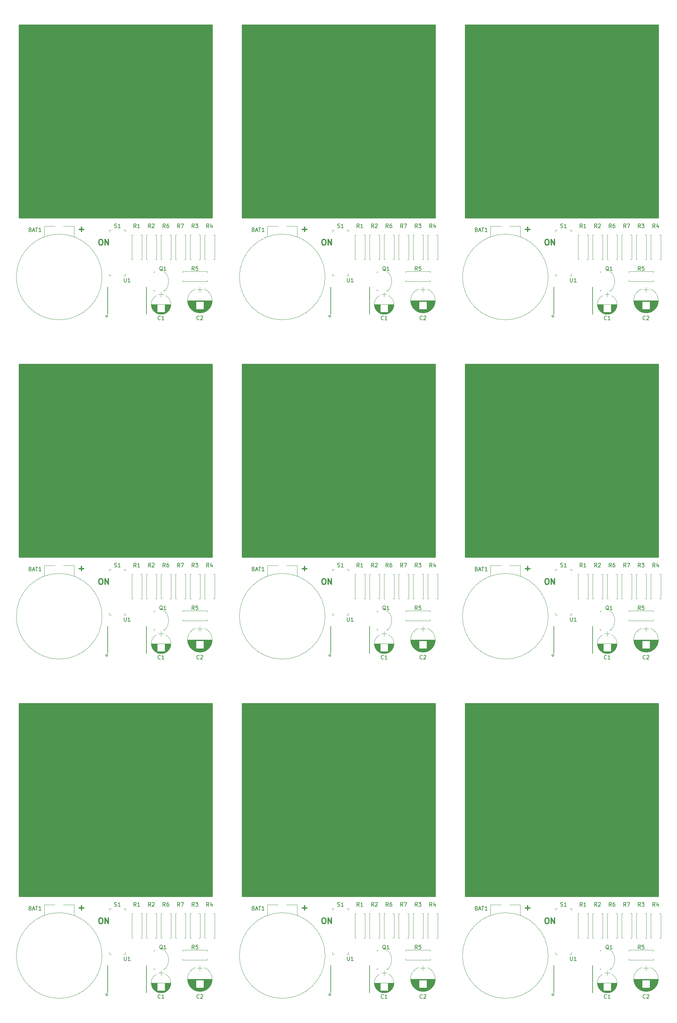
<source format=gto>
G04 #@! TF.FileFunction,Legend,Top*
%FSLAX46Y46*%
G04 Gerber Fmt 4.6, Leading zero omitted, Abs format (unit mm)*
G04 Created by KiCad (PCBNEW 4.0.7) date 04/29/18 15:13:26*
%MOMM*%
%LPD*%
G01*
G04 APERTURE LIST*
%ADD10C,0.100000*%
%ADD11C,0.300000*%
%ADD12C,0.120000*%
%ADD13C,0.203200*%
%ADD14C,0.150000*%
%ADD15C,0.254000*%
G04 APERTURE END LIST*
D10*
D11*
X55562572Y-104501143D02*
X56705429Y-104501143D01*
X56134000Y-105072571D02*
X56134000Y-103929714D01*
X61047428Y-107128571D02*
X61333142Y-107128571D01*
X61476000Y-107200000D01*
X61618857Y-107342857D01*
X61690285Y-107628571D01*
X61690285Y-108128571D01*
X61618857Y-108414286D01*
X61476000Y-108557143D01*
X61333142Y-108628571D01*
X61047428Y-108628571D01*
X60904571Y-108557143D01*
X60761714Y-108414286D01*
X60690285Y-108128571D01*
X60690285Y-107628571D01*
X60761714Y-107342857D01*
X60904571Y-107200000D01*
X61047428Y-107128571D01*
X62333143Y-108628571D02*
X62333143Y-107128571D01*
X63190286Y-108628571D01*
X63190286Y-107128571D01*
D10*
X77901800Y-120573800D02*
G75*
G03X78079600Y-115824000I-2286000J2463800D01*
G01*
X136321800Y-120573800D02*
G75*
G03X136499600Y-115824000I-2286000J2463800D01*
G01*
D11*
X119467428Y-107128571D02*
X119753142Y-107128571D01*
X119896000Y-107200000D01*
X120038857Y-107342857D01*
X120110285Y-107628571D01*
X120110285Y-108128571D01*
X120038857Y-108414286D01*
X119896000Y-108557143D01*
X119753142Y-108628571D01*
X119467428Y-108628571D01*
X119324571Y-108557143D01*
X119181714Y-108414286D01*
X119110285Y-108128571D01*
X119110285Y-107628571D01*
X119181714Y-107342857D01*
X119324571Y-107200000D01*
X119467428Y-107128571D01*
X120753143Y-108628571D02*
X120753143Y-107128571D01*
X121610286Y-108628571D01*
X121610286Y-107128571D01*
X113982572Y-104501143D02*
X115125429Y-104501143D01*
X114554000Y-105072571D02*
X114554000Y-103929714D01*
D10*
X194741800Y-120573800D02*
G75*
G03X194919600Y-115824000I-2286000J2463800D01*
G01*
D11*
X177887428Y-107128571D02*
X178173142Y-107128571D01*
X178316000Y-107200000D01*
X178458857Y-107342857D01*
X178530285Y-107628571D01*
X178530285Y-108128571D01*
X178458857Y-108414286D01*
X178316000Y-108557143D01*
X178173142Y-108628571D01*
X177887428Y-108628571D01*
X177744571Y-108557143D01*
X177601714Y-108414286D01*
X177530285Y-108128571D01*
X177530285Y-107628571D01*
X177601714Y-107342857D01*
X177744571Y-107200000D01*
X177887428Y-107128571D01*
X179173143Y-108628571D02*
X179173143Y-107128571D01*
X180030286Y-108628571D01*
X180030286Y-107128571D01*
X172402572Y-104501143D02*
X173545429Y-104501143D01*
X172974000Y-105072571D02*
X172974000Y-103929714D01*
D10*
X77901800Y-209473800D02*
G75*
G03X78079600Y-204724000I-2286000J2463800D01*
G01*
D11*
X61047428Y-196028571D02*
X61333142Y-196028571D01*
X61476000Y-196100000D01*
X61618857Y-196242857D01*
X61690285Y-196528571D01*
X61690285Y-197028571D01*
X61618857Y-197314286D01*
X61476000Y-197457143D01*
X61333142Y-197528571D01*
X61047428Y-197528571D01*
X60904571Y-197457143D01*
X60761714Y-197314286D01*
X60690285Y-197028571D01*
X60690285Y-196528571D01*
X60761714Y-196242857D01*
X60904571Y-196100000D01*
X61047428Y-196028571D01*
X62333143Y-197528571D02*
X62333143Y-196028571D01*
X63190286Y-197528571D01*
X63190286Y-196028571D01*
X55562572Y-193401143D02*
X56705429Y-193401143D01*
X56134000Y-193972571D02*
X56134000Y-192829714D01*
D10*
X136321800Y-209473800D02*
G75*
G03X136499600Y-204724000I-2286000J2463800D01*
G01*
D11*
X119467428Y-196028571D02*
X119753142Y-196028571D01*
X119896000Y-196100000D01*
X120038857Y-196242857D01*
X120110285Y-196528571D01*
X120110285Y-197028571D01*
X120038857Y-197314286D01*
X119896000Y-197457143D01*
X119753142Y-197528571D01*
X119467428Y-197528571D01*
X119324571Y-197457143D01*
X119181714Y-197314286D01*
X119110285Y-197028571D01*
X119110285Y-196528571D01*
X119181714Y-196242857D01*
X119324571Y-196100000D01*
X119467428Y-196028571D01*
X120753143Y-197528571D02*
X120753143Y-196028571D01*
X121610286Y-197528571D01*
X121610286Y-196028571D01*
X113982572Y-193401143D02*
X115125429Y-193401143D01*
X114554000Y-193972571D02*
X114554000Y-192829714D01*
D10*
X194741800Y-209473800D02*
G75*
G03X194919600Y-204724000I-2286000J2463800D01*
G01*
D11*
X177887428Y-196028571D02*
X178173142Y-196028571D01*
X178316000Y-196100000D01*
X178458857Y-196242857D01*
X178530285Y-196528571D01*
X178530285Y-197028571D01*
X178458857Y-197314286D01*
X178316000Y-197457143D01*
X178173142Y-197528571D01*
X177887428Y-197528571D01*
X177744571Y-197457143D01*
X177601714Y-197314286D01*
X177530285Y-197028571D01*
X177530285Y-196528571D01*
X177601714Y-196242857D01*
X177744571Y-196100000D01*
X177887428Y-196028571D01*
X179173143Y-197528571D02*
X179173143Y-196028571D01*
X180030286Y-197528571D01*
X180030286Y-196028571D01*
X172402572Y-193401143D02*
X173545429Y-193401143D01*
X172974000Y-193972571D02*
X172974000Y-192829714D01*
D10*
X77901800Y-298373800D02*
G75*
G03X78079600Y-293624000I-2286000J2463800D01*
G01*
D11*
X61047428Y-284928571D02*
X61333142Y-284928571D01*
X61476000Y-285000000D01*
X61618857Y-285142857D01*
X61690285Y-285428571D01*
X61690285Y-285928571D01*
X61618857Y-286214286D01*
X61476000Y-286357143D01*
X61333142Y-286428571D01*
X61047428Y-286428571D01*
X60904571Y-286357143D01*
X60761714Y-286214286D01*
X60690285Y-285928571D01*
X60690285Y-285428571D01*
X60761714Y-285142857D01*
X60904571Y-285000000D01*
X61047428Y-284928571D01*
X62333143Y-286428571D02*
X62333143Y-284928571D01*
X63190286Y-286428571D01*
X63190286Y-284928571D01*
X55562572Y-282301143D02*
X56705429Y-282301143D01*
X56134000Y-282872571D02*
X56134000Y-281729714D01*
D10*
X136321800Y-298373800D02*
G75*
G03X136499600Y-293624000I-2286000J2463800D01*
G01*
D11*
X119467428Y-284928571D02*
X119753142Y-284928571D01*
X119896000Y-285000000D01*
X120038857Y-285142857D01*
X120110285Y-285428571D01*
X120110285Y-285928571D01*
X120038857Y-286214286D01*
X119896000Y-286357143D01*
X119753142Y-286428571D01*
X119467428Y-286428571D01*
X119324571Y-286357143D01*
X119181714Y-286214286D01*
X119110285Y-285928571D01*
X119110285Y-285428571D01*
X119181714Y-285142857D01*
X119324571Y-285000000D01*
X119467428Y-284928571D01*
X120753143Y-286428571D02*
X120753143Y-284928571D01*
X121610286Y-286428571D01*
X121610286Y-284928571D01*
X113982572Y-282301143D02*
X115125429Y-282301143D01*
X114554000Y-282872571D02*
X114554000Y-281729714D01*
D10*
X194741800Y-298373800D02*
G75*
G03X194919600Y-293624000I-2286000J2463800D01*
G01*
D11*
X177887428Y-284928571D02*
X178173142Y-284928571D01*
X178316000Y-285000000D01*
X178458857Y-285142857D01*
X178530285Y-285428571D01*
X178530285Y-285928571D01*
X178458857Y-286214286D01*
X178316000Y-286357143D01*
X178173142Y-286428571D01*
X177887428Y-286428571D01*
X177744571Y-286357143D01*
X177601714Y-286214286D01*
X177530285Y-285928571D01*
X177530285Y-285428571D01*
X177601714Y-285142857D01*
X177744571Y-285000000D01*
X177887428Y-284928571D01*
X179173143Y-286428571D02*
X179173143Y-284928571D01*
X180030286Y-286428571D01*
X180030286Y-284928571D01*
X172402572Y-282301143D02*
X173545429Y-282301143D01*
X172974000Y-282872571D02*
X172974000Y-281729714D01*
D10*
X67632000Y-104730000D02*
X67632000Y-105230000D01*
X67632000Y-104730000D02*
X67132000Y-104730000D01*
X67632000Y-116630000D02*
X67632000Y-116130000D01*
X67632000Y-116630000D02*
X67132000Y-116630000D01*
X63432000Y-116630000D02*
X63432000Y-116130000D01*
X63432000Y-116630000D02*
X63932000Y-116630000D01*
X63432000Y-104730000D02*
X63932000Y-104730000D01*
X63432000Y-104730000D02*
X63432000Y-105230000D01*
X54203600Y-103682800D02*
X51358800Y-103682800D01*
X46380400Y-103682800D02*
X49225200Y-103682800D01*
X54203600Y-106426000D02*
X54203600Y-103682800D01*
X46380400Y-106426000D02*
X46380400Y-103682800D01*
X61518800Y-116992400D02*
G75*
G03X61518800Y-116992400I-11226800J0D01*
G01*
D12*
X81062000Y-112430000D02*
X80732000Y-112430000D01*
X80732000Y-112430000D02*
X80732000Y-106010000D01*
X80732000Y-106010000D02*
X81062000Y-106010000D01*
X83022000Y-112430000D02*
X83352000Y-112430000D01*
X83352000Y-112430000D02*
X83352000Y-106010000D01*
X83352000Y-106010000D02*
X83022000Y-106010000D01*
X77252000Y-112430000D02*
X76922000Y-112430000D01*
X76922000Y-112430000D02*
X76922000Y-106010000D01*
X76922000Y-106010000D02*
X77252000Y-106010000D01*
X79212000Y-112430000D02*
X79542000Y-112430000D01*
X79542000Y-112430000D02*
X79542000Y-106010000D01*
X79542000Y-106010000D02*
X79212000Y-106010000D01*
X82642000Y-115860000D02*
X82642000Y-115530000D01*
X82642000Y-115530000D02*
X89062000Y-115530000D01*
X89062000Y-115530000D02*
X89062000Y-115860000D01*
X82642000Y-117820000D02*
X82642000Y-118150000D01*
X82642000Y-118150000D02*
X89062000Y-118150000D01*
X89062000Y-118150000D02*
X89062000Y-117820000D01*
X90642000Y-106010000D02*
X90972000Y-106010000D01*
X90972000Y-106010000D02*
X90972000Y-112430000D01*
X90972000Y-112430000D02*
X90642000Y-112430000D01*
X88682000Y-106010000D02*
X88352000Y-106010000D01*
X88352000Y-106010000D02*
X88352000Y-112430000D01*
X88352000Y-112430000D02*
X88682000Y-112430000D01*
X84872000Y-112430000D02*
X84542000Y-112430000D01*
X84542000Y-112430000D02*
X84542000Y-106010000D01*
X84542000Y-106010000D02*
X84872000Y-106010000D01*
X86832000Y-112430000D02*
X87162000Y-112430000D01*
X87162000Y-112430000D02*
X87162000Y-106010000D01*
X87162000Y-106010000D02*
X86832000Y-106010000D01*
X73442000Y-112430000D02*
X73112000Y-112430000D01*
X73112000Y-112430000D02*
X73112000Y-106010000D01*
X73112000Y-106010000D02*
X73442000Y-106010000D01*
X75402000Y-112430000D02*
X75732000Y-112430000D01*
X75732000Y-112430000D02*
X75732000Y-106010000D01*
X75732000Y-106010000D02*
X75402000Y-106010000D01*
X71592000Y-106010000D02*
X71922000Y-106010000D01*
X71922000Y-106010000D02*
X71922000Y-112430000D01*
X71922000Y-112430000D02*
X71592000Y-112430000D01*
X69632000Y-106010000D02*
X69302000Y-106010000D01*
X69302000Y-106010000D02*
X69302000Y-112430000D01*
X69302000Y-112430000D02*
X69632000Y-112430000D01*
D10*
X77862000Y-120610000D02*
X78062000Y-120410000D01*
X77562000Y-120610000D02*
X77862000Y-120610000D01*
X77562000Y-115610000D02*
X77862000Y-115610000D01*
X77862000Y-115610000D02*
X78062000Y-115810000D01*
X75062000Y-115610000D02*
X75362000Y-115610000D01*
X75062000Y-115610000D02*
X75062000Y-115910000D01*
X75062000Y-120310000D02*
X75062000Y-120610000D01*
X75062000Y-120610000D02*
X75362000Y-120610000D01*
D12*
X70295392Y-74527665D02*
G75*
G03X70138484Y-77760000I1078608J-1672335D01*
G01*
X72452608Y-74527665D02*
G75*
G02X72609516Y-77760000I-1078608J-1672335D01*
G01*
X70294163Y-75158870D02*
G75*
G03X70294000Y-77240961I1079837J-1041130D01*
G01*
X72453837Y-75158870D02*
G75*
G02X72454000Y-77240961I-1079837J-1041130D01*
G01*
X70138000Y-77760000D02*
X70294000Y-77760000D01*
X72454000Y-77760000D02*
X72610000Y-77760000D01*
X88301136Y-126187820D02*
G75*
G03X88302000Y-120152518I-1179136J3017820D01*
G01*
X85942864Y-126187820D02*
G75*
G02X85942000Y-120152518I1179136J3017820D01*
G01*
X85942864Y-126187820D02*
G75*
G03X88302000Y-126187482I1179136J3017820D01*
G01*
X90322000Y-123170000D02*
X83922000Y-123170000D01*
X90322000Y-123210000D02*
X83922000Y-123210000D01*
X90322000Y-123250000D02*
X83922000Y-123250000D01*
X90320000Y-123290000D02*
X83924000Y-123290000D01*
X90319000Y-123330000D02*
X83925000Y-123330000D01*
X90316000Y-123370000D02*
X83928000Y-123370000D01*
X90314000Y-123410000D02*
X83930000Y-123410000D01*
X90310000Y-123450000D02*
X88102000Y-123450000D01*
X86142000Y-123450000D02*
X83934000Y-123450000D01*
X90307000Y-123490000D02*
X88102000Y-123490000D01*
X86142000Y-123490000D02*
X83937000Y-123490000D01*
X90302000Y-123530000D02*
X88102000Y-123530000D01*
X86142000Y-123530000D02*
X83942000Y-123530000D01*
X90298000Y-123570000D02*
X88102000Y-123570000D01*
X86142000Y-123570000D02*
X83946000Y-123570000D01*
X90292000Y-123610000D02*
X88102000Y-123610000D01*
X86142000Y-123610000D02*
X83952000Y-123610000D01*
X90287000Y-123650000D02*
X88102000Y-123650000D01*
X86142000Y-123650000D02*
X83957000Y-123650000D01*
X90280000Y-123690000D02*
X88102000Y-123690000D01*
X86142000Y-123690000D02*
X83964000Y-123690000D01*
X90274000Y-123730000D02*
X88102000Y-123730000D01*
X86142000Y-123730000D02*
X83970000Y-123730000D01*
X90266000Y-123770000D02*
X88102000Y-123770000D01*
X86142000Y-123770000D02*
X83978000Y-123770000D01*
X90259000Y-123810000D02*
X88102000Y-123810000D01*
X86142000Y-123810000D02*
X83985000Y-123810000D01*
X90250000Y-123850000D02*
X88102000Y-123850000D01*
X86142000Y-123850000D02*
X83994000Y-123850000D01*
X90241000Y-123891000D02*
X88102000Y-123891000D01*
X86142000Y-123891000D02*
X84003000Y-123891000D01*
X90232000Y-123931000D02*
X88102000Y-123931000D01*
X86142000Y-123931000D02*
X84012000Y-123931000D01*
X90222000Y-123971000D02*
X88102000Y-123971000D01*
X86142000Y-123971000D02*
X84022000Y-123971000D01*
X90212000Y-124011000D02*
X88102000Y-124011000D01*
X86142000Y-124011000D02*
X84032000Y-124011000D01*
X90201000Y-124051000D02*
X88102000Y-124051000D01*
X86142000Y-124051000D02*
X84043000Y-124051000D01*
X90189000Y-124091000D02*
X88102000Y-124091000D01*
X86142000Y-124091000D02*
X84055000Y-124091000D01*
X90177000Y-124131000D02*
X88102000Y-124131000D01*
X86142000Y-124131000D02*
X84067000Y-124131000D01*
X90164000Y-124171000D02*
X88102000Y-124171000D01*
X86142000Y-124171000D02*
X84080000Y-124171000D01*
X90151000Y-124211000D02*
X88102000Y-124211000D01*
X86142000Y-124211000D02*
X84093000Y-124211000D01*
X90137000Y-124251000D02*
X88102000Y-124251000D01*
X86142000Y-124251000D02*
X84107000Y-124251000D01*
X90123000Y-124291000D02*
X88102000Y-124291000D01*
X86142000Y-124291000D02*
X84121000Y-124291000D01*
X90108000Y-124331000D02*
X88102000Y-124331000D01*
X86142000Y-124331000D02*
X84136000Y-124331000D01*
X90092000Y-124371000D02*
X88102000Y-124371000D01*
X86142000Y-124371000D02*
X84152000Y-124371000D01*
X90076000Y-124411000D02*
X88102000Y-124411000D01*
X86142000Y-124411000D02*
X84168000Y-124411000D01*
X90059000Y-124451000D02*
X88102000Y-124451000D01*
X86142000Y-124451000D02*
X84185000Y-124451000D01*
X90041000Y-124491000D02*
X88102000Y-124491000D01*
X86142000Y-124491000D02*
X84203000Y-124491000D01*
X90023000Y-124531000D02*
X88102000Y-124531000D01*
X86142000Y-124531000D02*
X84221000Y-124531000D01*
X90004000Y-124571000D02*
X88102000Y-124571000D01*
X86142000Y-124571000D02*
X84240000Y-124571000D01*
X89985000Y-124611000D02*
X88102000Y-124611000D01*
X86142000Y-124611000D02*
X84259000Y-124611000D01*
X89965000Y-124651000D02*
X88102000Y-124651000D01*
X86142000Y-124651000D02*
X84279000Y-124651000D01*
X89944000Y-124691000D02*
X88102000Y-124691000D01*
X86142000Y-124691000D02*
X84300000Y-124691000D01*
X89922000Y-124731000D02*
X88102000Y-124731000D01*
X86142000Y-124731000D02*
X84322000Y-124731000D01*
X89900000Y-124771000D02*
X88102000Y-124771000D01*
X86142000Y-124771000D02*
X84344000Y-124771000D01*
X89877000Y-124811000D02*
X88102000Y-124811000D01*
X86142000Y-124811000D02*
X84367000Y-124811000D01*
X89853000Y-124851000D02*
X88102000Y-124851000D01*
X86142000Y-124851000D02*
X84391000Y-124851000D01*
X89828000Y-124891000D02*
X88102000Y-124891000D01*
X86142000Y-124891000D02*
X84416000Y-124891000D01*
X89803000Y-124931000D02*
X88102000Y-124931000D01*
X86142000Y-124931000D02*
X84441000Y-124931000D01*
X89776000Y-124971000D02*
X88102000Y-124971000D01*
X86142000Y-124971000D02*
X84468000Y-124971000D01*
X89749000Y-125011000D02*
X88102000Y-125011000D01*
X86142000Y-125011000D02*
X84495000Y-125011000D01*
X89721000Y-125051000D02*
X88102000Y-125051000D01*
X86142000Y-125051000D02*
X84523000Y-125051000D01*
X89692000Y-125091000D02*
X88102000Y-125091000D01*
X86142000Y-125091000D02*
X84552000Y-125091000D01*
X89662000Y-125131000D02*
X88102000Y-125131000D01*
X86142000Y-125131000D02*
X84582000Y-125131000D01*
X89632000Y-125171000D02*
X88102000Y-125171000D01*
X86142000Y-125171000D02*
X84612000Y-125171000D01*
X89600000Y-125211000D02*
X88102000Y-125211000D01*
X86142000Y-125211000D02*
X84644000Y-125211000D01*
X89567000Y-125251000D02*
X88102000Y-125251000D01*
X86142000Y-125251000D02*
X84677000Y-125251000D01*
X89533000Y-125291000D02*
X88102000Y-125291000D01*
X86142000Y-125291000D02*
X84711000Y-125291000D01*
X89497000Y-125331000D02*
X88102000Y-125331000D01*
X86142000Y-125331000D02*
X84747000Y-125331000D01*
X89461000Y-125371000D02*
X88102000Y-125371000D01*
X86142000Y-125371000D02*
X84783000Y-125371000D01*
X89423000Y-125411000D02*
X84821000Y-125411000D01*
X89384000Y-125451000D02*
X84860000Y-125451000D01*
X89344000Y-125491000D02*
X84900000Y-125491000D01*
X89302000Y-125531000D02*
X84942000Y-125531000D01*
X89259000Y-125571000D02*
X84985000Y-125571000D01*
X89214000Y-125611000D02*
X85030000Y-125611000D01*
X89167000Y-125651000D02*
X85077000Y-125651000D01*
X89119000Y-125691000D02*
X85125000Y-125691000D01*
X89068000Y-125731000D02*
X85176000Y-125731000D01*
X89016000Y-125771000D02*
X85228000Y-125771000D01*
X88961000Y-125811000D02*
X85283000Y-125811000D01*
X88903000Y-125851000D02*
X85341000Y-125851000D01*
X88843000Y-125891000D02*
X85401000Y-125891000D01*
X88780000Y-125931000D02*
X85464000Y-125931000D01*
X88713000Y-125971000D02*
X85531000Y-125971000D01*
X88642000Y-126011000D02*
X85602000Y-126011000D01*
X88567000Y-126051000D02*
X85677000Y-126051000D01*
X88486000Y-126091000D02*
X85758000Y-126091000D01*
X88400000Y-126131000D02*
X85844000Y-126131000D01*
X88306000Y-126171000D02*
X85938000Y-126171000D01*
X88203000Y-126211000D02*
X86041000Y-126211000D01*
X88088000Y-126251000D02*
X86156000Y-126251000D01*
X87956000Y-126291000D02*
X86288000Y-126291000D01*
X87798000Y-126331000D02*
X86446000Y-126331000D01*
X87590000Y-126371000D02*
X86654000Y-126371000D01*
X87122000Y-119720000D02*
X87122000Y-120920000D01*
X87772000Y-120320000D02*
X86472000Y-120320000D01*
X78141723Y-126495722D02*
G75*
G03X78142000Y-121884420I-1179723J2305722D01*
G01*
X75782277Y-126495722D02*
G75*
G02X75782000Y-121884420I1179723J2305722D01*
G01*
X75782277Y-126495722D02*
G75*
G03X78142000Y-126495580I1179723J2305722D01*
G01*
X79512000Y-124190000D02*
X74412000Y-124190000D01*
X79512000Y-124230000D02*
X77942000Y-124230000D01*
X75982000Y-124230000D02*
X74412000Y-124230000D01*
X79511000Y-124270000D02*
X77942000Y-124270000D01*
X75982000Y-124270000D02*
X74413000Y-124270000D01*
X79510000Y-124310000D02*
X77942000Y-124310000D01*
X75982000Y-124310000D02*
X74414000Y-124310000D01*
X79508000Y-124350000D02*
X77942000Y-124350000D01*
X75982000Y-124350000D02*
X74416000Y-124350000D01*
X79505000Y-124390000D02*
X77942000Y-124390000D01*
X75982000Y-124390000D02*
X74419000Y-124390000D01*
X79501000Y-124430000D02*
X77942000Y-124430000D01*
X75982000Y-124430000D02*
X74423000Y-124430000D01*
X79497000Y-124470000D02*
X77942000Y-124470000D01*
X75982000Y-124470000D02*
X74427000Y-124470000D01*
X79493000Y-124510000D02*
X77942000Y-124510000D01*
X75982000Y-124510000D02*
X74431000Y-124510000D01*
X79487000Y-124550000D02*
X77942000Y-124550000D01*
X75982000Y-124550000D02*
X74437000Y-124550000D01*
X79481000Y-124590000D02*
X77942000Y-124590000D01*
X75982000Y-124590000D02*
X74443000Y-124590000D01*
X79475000Y-124630000D02*
X77942000Y-124630000D01*
X75982000Y-124630000D02*
X74449000Y-124630000D01*
X79468000Y-124670000D02*
X77942000Y-124670000D01*
X75982000Y-124670000D02*
X74456000Y-124670000D01*
X79460000Y-124710000D02*
X77942000Y-124710000D01*
X75982000Y-124710000D02*
X74464000Y-124710000D01*
X79451000Y-124750000D02*
X77942000Y-124750000D01*
X75982000Y-124750000D02*
X74473000Y-124750000D01*
X79442000Y-124790000D02*
X77942000Y-124790000D01*
X75982000Y-124790000D02*
X74482000Y-124790000D01*
X79432000Y-124830000D02*
X77942000Y-124830000D01*
X75982000Y-124830000D02*
X74492000Y-124830000D01*
X79422000Y-124870000D02*
X77942000Y-124870000D01*
X75982000Y-124870000D02*
X74502000Y-124870000D01*
X79410000Y-124911000D02*
X77942000Y-124911000D01*
X75982000Y-124911000D02*
X74514000Y-124911000D01*
X79398000Y-124951000D02*
X77942000Y-124951000D01*
X75982000Y-124951000D02*
X74526000Y-124951000D01*
X79386000Y-124991000D02*
X77942000Y-124991000D01*
X75982000Y-124991000D02*
X74538000Y-124991000D01*
X79372000Y-125031000D02*
X77942000Y-125031000D01*
X75982000Y-125031000D02*
X74552000Y-125031000D01*
X79358000Y-125071000D02*
X77942000Y-125071000D01*
X75982000Y-125071000D02*
X74566000Y-125071000D01*
X79344000Y-125111000D02*
X77942000Y-125111000D01*
X75982000Y-125111000D02*
X74580000Y-125111000D01*
X79328000Y-125151000D02*
X77942000Y-125151000D01*
X75982000Y-125151000D02*
X74596000Y-125151000D01*
X79312000Y-125191000D02*
X77942000Y-125191000D01*
X75982000Y-125191000D02*
X74612000Y-125191000D01*
X79295000Y-125231000D02*
X77942000Y-125231000D01*
X75982000Y-125231000D02*
X74629000Y-125231000D01*
X79277000Y-125271000D02*
X77942000Y-125271000D01*
X75982000Y-125271000D02*
X74647000Y-125271000D01*
X79258000Y-125311000D02*
X77942000Y-125311000D01*
X75982000Y-125311000D02*
X74666000Y-125311000D01*
X79238000Y-125351000D02*
X77942000Y-125351000D01*
X75982000Y-125351000D02*
X74686000Y-125351000D01*
X79218000Y-125391000D02*
X77942000Y-125391000D01*
X75982000Y-125391000D02*
X74706000Y-125391000D01*
X79196000Y-125431000D02*
X77942000Y-125431000D01*
X75982000Y-125431000D02*
X74728000Y-125431000D01*
X79174000Y-125471000D02*
X77942000Y-125471000D01*
X75982000Y-125471000D02*
X74750000Y-125471000D01*
X79151000Y-125511000D02*
X77942000Y-125511000D01*
X75982000Y-125511000D02*
X74773000Y-125511000D01*
X79127000Y-125551000D02*
X77942000Y-125551000D01*
X75982000Y-125551000D02*
X74797000Y-125551000D01*
X79102000Y-125591000D02*
X77942000Y-125591000D01*
X75982000Y-125591000D02*
X74822000Y-125591000D01*
X79075000Y-125631000D02*
X77942000Y-125631000D01*
X75982000Y-125631000D02*
X74849000Y-125631000D01*
X79048000Y-125671000D02*
X77942000Y-125671000D01*
X75982000Y-125671000D02*
X74876000Y-125671000D01*
X79020000Y-125711000D02*
X77942000Y-125711000D01*
X75982000Y-125711000D02*
X74904000Y-125711000D01*
X78990000Y-125751000D02*
X77942000Y-125751000D01*
X75982000Y-125751000D02*
X74934000Y-125751000D01*
X78959000Y-125791000D02*
X77942000Y-125791000D01*
X75982000Y-125791000D02*
X74965000Y-125791000D01*
X78927000Y-125831000D02*
X77942000Y-125831000D01*
X75982000Y-125831000D02*
X74997000Y-125831000D01*
X78894000Y-125871000D02*
X77942000Y-125871000D01*
X75982000Y-125871000D02*
X75030000Y-125871000D01*
X78859000Y-125911000D02*
X77942000Y-125911000D01*
X75982000Y-125911000D02*
X75065000Y-125911000D01*
X78823000Y-125951000D02*
X77942000Y-125951000D01*
X75982000Y-125951000D02*
X75101000Y-125951000D01*
X78785000Y-125991000D02*
X77942000Y-125991000D01*
X75982000Y-125991000D02*
X75139000Y-125991000D01*
X78745000Y-126031000D02*
X77942000Y-126031000D01*
X75982000Y-126031000D02*
X75179000Y-126031000D01*
X78704000Y-126071000D02*
X77942000Y-126071000D01*
X75982000Y-126071000D02*
X75220000Y-126071000D01*
X78661000Y-126111000D02*
X77942000Y-126111000D01*
X75982000Y-126111000D02*
X75263000Y-126111000D01*
X78616000Y-126151000D02*
X77942000Y-126151000D01*
X75982000Y-126151000D02*
X75308000Y-126151000D01*
X78568000Y-126191000D02*
X75356000Y-126191000D01*
X78518000Y-126231000D02*
X75406000Y-126231000D01*
X78466000Y-126271000D02*
X75458000Y-126271000D01*
X78410000Y-126311000D02*
X75514000Y-126311000D01*
X78352000Y-126351000D02*
X75572000Y-126351000D01*
X78289000Y-126391000D02*
X75635000Y-126391000D01*
X78223000Y-126431000D02*
X75701000Y-126431000D01*
X78151000Y-126471000D02*
X75773000Y-126471000D01*
X78074000Y-126511000D02*
X75850000Y-126511000D01*
X77990000Y-126551000D02*
X75934000Y-126551000D01*
X77896000Y-126591000D02*
X76028000Y-126591000D01*
X77791000Y-126631000D02*
X76133000Y-126631000D01*
X77669000Y-126671000D02*
X76255000Y-126671000D01*
X77521000Y-126711000D02*
X76403000Y-126711000D01*
X77316000Y-126751000D02*
X76608000Y-126751000D01*
X76962000Y-120990000D02*
X76962000Y-122190000D01*
X77612000Y-121590000D02*
X76312000Y-121590000D01*
D13*
X62992000Y-127254000D02*
G75*
G03X62992000Y-127254000I-254000J0D01*
G01*
X73152000Y-119634000D02*
X73152000Y-126746000D01*
X62992000Y-119634000D02*
X62992000Y-126746000D01*
D12*
X57595392Y-74527665D02*
G75*
G03X57438484Y-77760000I1078608J-1672335D01*
G01*
X59752608Y-74527665D02*
G75*
G02X59909516Y-77760000I-1078608J-1672335D01*
G01*
X57594163Y-75158870D02*
G75*
G03X57594000Y-77240961I1079837J-1041130D01*
G01*
X59753837Y-75158870D02*
G75*
G02X59754000Y-77240961I-1079837J-1041130D01*
G01*
X57438000Y-77760000D02*
X57594000Y-77760000D01*
X59754000Y-77760000D02*
X59910000Y-77760000D01*
X116015392Y-74527665D02*
G75*
G03X115858484Y-77760000I1078608J-1672335D01*
G01*
X118172608Y-74527665D02*
G75*
G02X118329516Y-77760000I-1078608J-1672335D01*
G01*
X116014163Y-75158870D02*
G75*
G03X116014000Y-77240961I1079837J-1041130D01*
G01*
X118173837Y-75158870D02*
G75*
G02X118174000Y-77240961I-1079837J-1041130D01*
G01*
X115858000Y-77760000D02*
X116014000Y-77760000D01*
X118174000Y-77760000D02*
X118330000Y-77760000D01*
D13*
X121412000Y-127254000D02*
G75*
G03X121412000Y-127254000I-254000J0D01*
G01*
X131572000Y-119634000D02*
X131572000Y-126746000D01*
X121412000Y-119634000D02*
X121412000Y-126746000D01*
D12*
X136561723Y-126495722D02*
G75*
G03X136562000Y-121884420I-1179723J2305722D01*
G01*
X134202277Y-126495722D02*
G75*
G02X134202000Y-121884420I1179723J2305722D01*
G01*
X134202277Y-126495722D02*
G75*
G03X136562000Y-126495580I1179723J2305722D01*
G01*
X137932000Y-124190000D02*
X132832000Y-124190000D01*
X137932000Y-124230000D02*
X136362000Y-124230000D01*
X134402000Y-124230000D02*
X132832000Y-124230000D01*
X137931000Y-124270000D02*
X136362000Y-124270000D01*
X134402000Y-124270000D02*
X132833000Y-124270000D01*
X137930000Y-124310000D02*
X136362000Y-124310000D01*
X134402000Y-124310000D02*
X132834000Y-124310000D01*
X137928000Y-124350000D02*
X136362000Y-124350000D01*
X134402000Y-124350000D02*
X132836000Y-124350000D01*
X137925000Y-124390000D02*
X136362000Y-124390000D01*
X134402000Y-124390000D02*
X132839000Y-124390000D01*
X137921000Y-124430000D02*
X136362000Y-124430000D01*
X134402000Y-124430000D02*
X132843000Y-124430000D01*
X137917000Y-124470000D02*
X136362000Y-124470000D01*
X134402000Y-124470000D02*
X132847000Y-124470000D01*
X137913000Y-124510000D02*
X136362000Y-124510000D01*
X134402000Y-124510000D02*
X132851000Y-124510000D01*
X137907000Y-124550000D02*
X136362000Y-124550000D01*
X134402000Y-124550000D02*
X132857000Y-124550000D01*
X137901000Y-124590000D02*
X136362000Y-124590000D01*
X134402000Y-124590000D02*
X132863000Y-124590000D01*
X137895000Y-124630000D02*
X136362000Y-124630000D01*
X134402000Y-124630000D02*
X132869000Y-124630000D01*
X137888000Y-124670000D02*
X136362000Y-124670000D01*
X134402000Y-124670000D02*
X132876000Y-124670000D01*
X137880000Y-124710000D02*
X136362000Y-124710000D01*
X134402000Y-124710000D02*
X132884000Y-124710000D01*
X137871000Y-124750000D02*
X136362000Y-124750000D01*
X134402000Y-124750000D02*
X132893000Y-124750000D01*
X137862000Y-124790000D02*
X136362000Y-124790000D01*
X134402000Y-124790000D02*
X132902000Y-124790000D01*
X137852000Y-124830000D02*
X136362000Y-124830000D01*
X134402000Y-124830000D02*
X132912000Y-124830000D01*
X137842000Y-124870000D02*
X136362000Y-124870000D01*
X134402000Y-124870000D02*
X132922000Y-124870000D01*
X137830000Y-124911000D02*
X136362000Y-124911000D01*
X134402000Y-124911000D02*
X132934000Y-124911000D01*
X137818000Y-124951000D02*
X136362000Y-124951000D01*
X134402000Y-124951000D02*
X132946000Y-124951000D01*
X137806000Y-124991000D02*
X136362000Y-124991000D01*
X134402000Y-124991000D02*
X132958000Y-124991000D01*
X137792000Y-125031000D02*
X136362000Y-125031000D01*
X134402000Y-125031000D02*
X132972000Y-125031000D01*
X137778000Y-125071000D02*
X136362000Y-125071000D01*
X134402000Y-125071000D02*
X132986000Y-125071000D01*
X137764000Y-125111000D02*
X136362000Y-125111000D01*
X134402000Y-125111000D02*
X133000000Y-125111000D01*
X137748000Y-125151000D02*
X136362000Y-125151000D01*
X134402000Y-125151000D02*
X133016000Y-125151000D01*
X137732000Y-125191000D02*
X136362000Y-125191000D01*
X134402000Y-125191000D02*
X133032000Y-125191000D01*
X137715000Y-125231000D02*
X136362000Y-125231000D01*
X134402000Y-125231000D02*
X133049000Y-125231000D01*
X137697000Y-125271000D02*
X136362000Y-125271000D01*
X134402000Y-125271000D02*
X133067000Y-125271000D01*
X137678000Y-125311000D02*
X136362000Y-125311000D01*
X134402000Y-125311000D02*
X133086000Y-125311000D01*
X137658000Y-125351000D02*
X136362000Y-125351000D01*
X134402000Y-125351000D02*
X133106000Y-125351000D01*
X137638000Y-125391000D02*
X136362000Y-125391000D01*
X134402000Y-125391000D02*
X133126000Y-125391000D01*
X137616000Y-125431000D02*
X136362000Y-125431000D01*
X134402000Y-125431000D02*
X133148000Y-125431000D01*
X137594000Y-125471000D02*
X136362000Y-125471000D01*
X134402000Y-125471000D02*
X133170000Y-125471000D01*
X137571000Y-125511000D02*
X136362000Y-125511000D01*
X134402000Y-125511000D02*
X133193000Y-125511000D01*
X137547000Y-125551000D02*
X136362000Y-125551000D01*
X134402000Y-125551000D02*
X133217000Y-125551000D01*
X137522000Y-125591000D02*
X136362000Y-125591000D01*
X134402000Y-125591000D02*
X133242000Y-125591000D01*
X137495000Y-125631000D02*
X136362000Y-125631000D01*
X134402000Y-125631000D02*
X133269000Y-125631000D01*
X137468000Y-125671000D02*
X136362000Y-125671000D01*
X134402000Y-125671000D02*
X133296000Y-125671000D01*
X137440000Y-125711000D02*
X136362000Y-125711000D01*
X134402000Y-125711000D02*
X133324000Y-125711000D01*
X137410000Y-125751000D02*
X136362000Y-125751000D01*
X134402000Y-125751000D02*
X133354000Y-125751000D01*
X137379000Y-125791000D02*
X136362000Y-125791000D01*
X134402000Y-125791000D02*
X133385000Y-125791000D01*
X137347000Y-125831000D02*
X136362000Y-125831000D01*
X134402000Y-125831000D02*
X133417000Y-125831000D01*
X137314000Y-125871000D02*
X136362000Y-125871000D01*
X134402000Y-125871000D02*
X133450000Y-125871000D01*
X137279000Y-125911000D02*
X136362000Y-125911000D01*
X134402000Y-125911000D02*
X133485000Y-125911000D01*
X137243000Y-125951000D02*
X136362000Y-125951000D01*
X134402000Y-125951000D02*
X133521000Y-125951000D01*
X137205000Y-125991000D02*
X136362000Y-125991000D01*
X134402000Y-125991000D02*
X133559000Y-125991000D01*
X137165000Y-126031000D02*
X136362000Y-126031000D01*
X134402000Y-126031000D02*
X133599000Y-126031000D01*
X137124000Y-126071000D02*
X136362000Y-126071000D01*
X134402000Y-126071000D02*
X133640000Y-126071000D01*
X137081000Y-126111000D02*
X136362000Y-126111000D01*
X134402000Y-126111000D02*
X133683000Y-126111000D01*
X137036000Y-126151000D02*
X136362000Y-126151000D01*
X134402000Y-126151000D02*
X133728000Y-126151000D01*
X136988000Y-126191000D02*
X133776000Y-126191000D01*
X136938000Y-126231000D02*
X133826000Y-126231000D01*
X136886000Y-126271000D02*
X133878000Y-126271000D01*
X136830000Y-126311000D02*
X133934000Y-126311000D01*
X136772000Y-126351000D02*
X133992000Y-126351000D01*
X136709000Y-126391000D02*
X134055000Y-126391000D01*
X136643000Y-126431000D02*
X134121000Y-126431000D01*
X136571000Y-126471000D02*
X134193000Y-126471000D01*
X136494000Y-126511000D02*
X134270000Y-126511000D01*
X136410000Y-126551000D02*
X134354000Y-126551000D01*
X136316000Y-126591000D02*
X134448000Y-126591000D01*
X136211000Y-126631000D02*
X134553000Y-126631000D01*
X136089000Y-126671000D02*
X134675000Y-126671000D01*
X135941000Y-126711000D02*
X134823000Y-126711000D01*
X135736000Y-126751000D02*
X135028000Y-126751000D01*
X135382000Y-120990000D02*
X135382000Y-122190000D01*
X136032000Y-121590000D02*
X134732000Y-121590000D01*
X146721136Y-126187820D02*
G75*
G03X146722000Y-120152518I-1179136J3017820D01*
G01*
X144362864Y-126187820D02*
G75*
G02X144362000Y-120152518I1179136J3017820D01*
G01*
X144362864Y-126187820D02*
G75*
G03X146722000Y-126187482I1179136J3017820D01*
G01*
X148742000Y-123170000D02*
X142342000Y-123170000D01*
X148742000Y-123210000D02*
X142342000Y-123210000D01*
X148742000Y-123250000D02*
X142342000Y-123250000D01*
X148740000Y-123290000D02*
X142344000Y-123290000D01*
X148739000Y-123330000D02*
X142345000Y-123330000D01*
X148736000Y-123370000D02*
X142348000Y-123370000D01*
X148734000Y-123410000D02*
X142350000Y-123410000D01*
X148730000Y-123450000D02*
X146522000Y-123450000D01*
X144562000Y-123450000D02*
X142354000Y-123450000D01*
X148727000Y-123490000D02*
X146522000Y-123490000D01*
X144562000Y-123490000D02*
X142357000Y-123490000D01*
X148722000Y-123530000D02*
X146522000Y-123530000D01*
X144562000Y-123530000D02*
X142362000Y-123530000D01*
X148718000Y-123570000D02*
X146522000Y-123570000D01*
X144562000Y-123570000D02*
X142366000Y-123570000D01*
X148712000Y-123610000D02*
X146522000Y-123610000D01*
X144562000Y-123610000D02*
X142372000Y-123610000D01*
X148707000Y-123650000D02*
X146522000Y-123650000D01*
X144562000Y-123650000D02*
X142377000Y-123650000D01*
X148700000Y-123690000D02*
X146522000Y-123690000D01*
X144562000Y-123690000D02*
X142384000Y-123690000D01*
X148694000Y-123730000D02*
X146522000Y-123730000D01*
X144562000Y-123730000D02*
X142390000Y-123730000D01*
X148686000Y-123770000D02*
X146522000Y-123770000D01*
X144562000Y-123770000D02*
X142398000Y-123770000D01*
X148679000Y-123810000D02*
X146522000Y-123810000D01*
X144562000Y-123810000D02*
X142405000Y-123810000D01*
X148670000Y-123850000D02*
X146522000Y-123850000D01*
X144562000Y-123850000D02*
X142414000Y-123850000D01*
X148661000Y-123891000D02*
X146522000Y-123891000D01*
X144562000Y-123891000D02*
X142423000Y-123891000D01*
X148652000Y-123931000D02*
X146522000Y-123931000D01*
X144562000Y-123931000D02*
X142432000Y-123931000D01*
X148642000Y-123971000D02*
X146522000Y-123971000D01*
X144562000Y-123971000D02*
X142442000Y-123971000D01*
X148632000Y-124011000D02*
X146522000Y-124011000D01*
X144562000Y-124011000D02*
X142452000Y-124011000D01*
X148621000Y-124051000D02*
X146522000Y-124051000D01*
X144562000Y-124051000D02*
X142463000Y-124051000D01*
X148609000Y-124091000D02*
X146522000Y-124091000D01*
X144562000Y-124091000D02*
X142475000Y-124091000D01*
X148597000Y-124131000D02*
X146522000Y-124131000D01*
X144562000Y-124131000D02*
X142487000Y-124131000D01*
X148584000Y-124171000D02*
X146522000Y-124171000D01*
X144562000Y-124171000D02*
X142500000Y-124171000D01*
X148571000Y-124211000D02*
X146522000Y-124211000D01*
X144562000Y-124211000D02*
X142513000Y-124211000D01*
X148557000Y-124251000D02*
X146522000Y-124251000D01*
X144562000Y-124251000D02*
X142527000Y-124251000D01*
X148543000Y-124291000D02*
X146522000Y-124291000D01*
X144562000Y-124291000D02*
X142541000Y-124291000D01*
X148528000Y-124331000D02*
X146522000Y-124331000D01*
X144562000Y-124331000D02*
X142556000Y-124331000D01*
X148512000Y-124371000D02*
X146522000Y-124371000D01*
X144562000Y-124371000D02*
X142572000Y-124371000D01*
X148496000Y-124411000D02*
X146522000Y-124411000D01*
X144562000Y-124411000D02*
X142588000Y-124411000D01*
X148479000Y-124451000D02*
X146522000Y-124451000D01*
X144562000Y-124451000D02*
X142605000Y-124451000D01*
X148461000Y-124491000D02*
X146522000Y-124491000D01*
X144562000Y-124491000D02*
X142623000Y-124491000D01*
X148443000Y-124531000D02*
X146522000Y-124531000D01*
X144562000Y-124531000D02*
X142641000Y-124531000D01*
X148424000Y-124571000D02*
X146522000Y-124571000D01*
X144562000Y-124571000D02*
X142660000Y-124571000D01*
X148405000Y-124611000D02*
X146522000Y-124611000D01*
X144562000Y-124611000D02*
X142679000Y-124611000D01*
X148385000Y-124651000D02*
X146522000Y-124651000D01*
X144562000Y-124651000D02*
X142699000Y-124651000D01*
X148364000Y-124691000D02*
X146522000Y-124691000D01*
X144562000Y-124691000D02*
X142720000Y-124691000D01*
X148342000Y-124731000D02*
X146522000Y-124731000D01*
X144562000Y-124731000D02*
X142742000Y-124731000D01*
X148320000Y-124771000D02*
X146522000Y-124771000D01*
X144562000Y-124771000D02*
X142764000Y-124771000D01*
X148297000Y-124811000D02*
X146522000Y-124811000D01*
X144562000Y-124811000D02*
X142787000Y-124811000D01*
X148273000Y-124851000D02*
X146522000Y-124851000D01*
X144562000Y-124851000D02*
X142811000Y-124851000D01*
X148248000Y-124891000D02*
X146522000Y-124891000D01*
X144562000Y-124891000D02*
X142836000Y-124891000D01*
X148223000Y-124931000D02*
X146522000Y-124931000D01*
X144562000Y-124931000D02*
X142861000Y-124931000D01*
X148196000Y-124971000D02*
X146522000Y-124971000D01*
X144562000Y-124971000D02*
X142888000Y-124971000D01*
X148169000Y-125011000D02*
X146522000Y-125011000D01*
X144562000Y-125011000D02*
X142915000Y-125011000D01*
X148141000Y-125051000D02*
X146522000Y-125051000D01*
X144562000Y-125051000D02*
X142943000Y-125051000D01*
X148112000Y-125091000D02*
X146522000Y-125091000D01*
X144562000Y-125091000D02*
X142972000Y-125091000D01*
X148082000Y-125131000D02*
X146522000Y-125131000D01*
X144562000Y-125131000D02*
X143002000Y-125131000D01*
X148052000Y-125171000D02*
X146522000Y-125171000D01*
X144562000Y-125171000D02*
X143032000Y-125171000D01*
X148020000Y-125211000D02*
X146522000Y-125211000D01*
X144562000Y-125211000D02*
X143064000Y-125211000D01*
X147987000Y-125251000D02*
X146522000Y-125251000D01*
X144562000Y-125251000D02*
X143097000Y-125251000D01*
X147953000Y-125291000D02*
X146522000Y-125291000D01*
X144562000Y-125291000D02*
X143131000Y-125291000D01*
X147917000Y-125331000D02*
X146522000Y-125331000D01*
X144562000Y-125331000D02*
X143167000Y-125331000D01*
X147881000Y-125371000D02*
X146522000Y-125371000D01*
X144562000Y-125371000D02*
X143203000Y-125371000D01*
X147843000Y-125411000D02*
X143241000Y-125411000D01*
X147804000Y-125451000D02*
X143280000Y-125451000D01*
X147764000Y-125491000D02*
X143320000Y-125491000D01*
X147722000Y-125531000D02*
X143362000Y-125531000D01*
X147679000Y-125571000D02*
X143405000Y-125571000D01*
X147634000Y-125611000D02*
X143450000Y-125611000D01*
X147587000Y-125651000D02*
X143497000Y-125651000D01*
X147539000Y-125691000D02*
X143545000Y-125691000D01*
X147488000Y-125731000D02*
X143596000Y-125731000D01*
X147436000Y-125771000D02*
X143648000Y-125771000D01*
X147381000Y-125811000D02*
X143703000Y-125811000D01*
X147323000Y-125851000D02*
X143761000Y-125851000D01*
X147263000Y-125891000D02*
X143821000Y-125891000D01*
X147200000Y-125931000D02*
X143884000Y-125931000D01*
X147133000Y-125971000D02*
X143951000Y-125971000D01*
X147062000Y-126011000D02*
X144022000Y-126011000D01*
X146987000Y-126051000D02*
X144097000Y-126051000D01*
X146906000Y-126091000D02*
X144178000Y-126091000D01*
X146820000Y-126131000D02*
X144264000Y-126131000D01*
X146726000Y-126171000D02*
X144358000Y-126171000D01*
X146623000Y-126211000D02*
X144461000Y-126211000D01*
X146508000Y-126251000D02*
X144576000Y-126251000D01*
X146376000Y-126291000D02*
X144708000Y-126291000D01*
X146218000Y-126331000D02*
X144866000Y-126331000D01*
X146010000Y-126371000D02*
X145074000Y-126371000D01*
X145542000Y-119720000D02*
X145542000Y-120920000D01*
X146192000Y-120320000D02*
X144892000Y-120320000D01*
X128715392Y-74527665D02*
G75*
G03X128558484Y-77760000I1078608J-1672335D01*
G01*
X130872608Y-74527665D02*
G75*
G02X131029516Y-77760000I-1078608J-1672335D01*
G01*
X128714163Y-75158870D02*
G75*
G03X128714000Y-77240961I1079837J-1041130D01*
G01*
X130873837Y-75158870D02*
G75*
G02X130874000Y-77240961I-1079837J-1041130D01*
G01*
X128558000Y-77760000D02*
X128714000Y-77760000D01*
X130874000Y-77760000D02*
X131030000Y-77760000D01*
D10*
X136282000Y-120610000D02*
X136482000Y-120410000D01*
X135982000Y-120610000D02*
X136282000Y-120610000D01*
X135982000Y-115610000D02*
X136282000Y-115610000D01*
X136282000Y-115610000D02*
X136482000Y-115810000D01*
X133482000Y-115610000D02*
X133782000Y-115610000D01*
X133482000Y-115610000D02*
X133482000Y-115910000D01*
X133482000Y-120310000D02*
X133482000Y-120610000D01*
X133482000Y-120610000D02*
X133782000Y-120610000D01*
D12*
X130012000Y-106010000D02*
X130342000Y-106010000D01*
X130342000Y-106010000D02*
X130342000Y-112430000D01*
X130342000Y-112430000D02*
X130012000Y-112430000D01*
X128052000Y-106010000D02*
X127722000Y-106010000D01*
X127722000Y-106010000D02*
X127722000Y-112430000D01*
X127722000Y-112430000D02*
X128052000Y-112430000D01*
X131862000Y-112430000D02*
X131532000Y-112430000D01*
X131532000Y-112430000D02*
X131532000Y-106010000D01*
X131532000Y-106010000D02*
X131862000Y-106010000D01*
X133822000Y-112430000D02*
X134152000Y-112430000D01*
X134152000Y-112430000D02*
X134152000Y-106010000D01*
X134152000Y-106010000D02*
X133822000Y-106010000D01*
X143292000Y-112430000D02*
X142962000Y-112430000D01*
X142962000Y-112430000D02*
X142962000Y-106010000D01*
X142962000Y-106010000D02*
X143292000Y-106010000D01*
X145252000Y-112430000D02*
X145582000Y-112430000D01*
X145582000Y-112430000D02*
X145582000Y-106010000D01*
X145582000Y-106010000D02*
X145252000Y-106010000D01*
X149062000Y-106010000D02*
X149392000Y-106010000D01*
X149392000Y-106010000D02*
X149392000Y-112430000D01*
X149392000Y-112430000D02*
X149062000Y-112430000D01*
X147102000Y-106010000D02*
X146772000Y-106010000D01*
X146772000Y-106010000D02*
X146772000Y-112430000D01*
X146772000Y-112430000D02*
X147102000Y-112430000D01*
X141062000Y-115860000D02*
X141062000Y-115530000D01*
X141062000Y-115530000D02*
X147482000Y-115530000D01*
X147482000Y-115530000D02*
X147482000Y-115860000D01*
X141062000Y-117820000D02*
X141062000Y-118150000D01*
X141062000Y-118150000D02*
X147482000Y-118150000D01*
X147482000Y-118150000D02*
X147482000Y-117820000D01*
X135672000Y-112430000D02*
X135342000Y-112430000D01*
X135342000Y-112430000D02*
X135342000Y-106010000D01*
X135342000Y-106010000D02*
X135672000Y-106010000D01*
X137632000Y-112430000D02*
X137962000Y-112430000D01*
X137962000Y-112430000D02*
X137962000Y-106010000D01*
X137962000Y-106010000D02*
X137632000Y-106010000D01*
X139482000Y-112430000D02*
X139152000Y-112430000D01*
X139152000Y-112430000D02*
X139152000Y-106010000D01*
X139152000Y-106010000D02*
X139482000Y-106010000D01*
X141442000Y-112430000D02*
X141772000Y-112430000D01*
X141772000Y-112430000D02*
X141772000Y-106010000D01*
X141772000Y-106010000D02*
X141442000Y-106010000D01*
D10*
X112623600Y-103682800D02*
X109778800Y-103682800D01*
X104800400Y-103682800D02*
X107645200Y-103682800D01*
X112623600Y-106426000D02*
X112623600Y-103682800D01*
X104800400Y-106426000D02*
X104800400Y-103682800D01*
X119938800Y-116992400D02*
G75*
G03X119938800Y-116992400I-11226800J0D01*
G01*
X126052000Y-104730000D02*
X126052000Y-105230000D01*
X126052000Y-104730000D02*
X125552000Y-104730000D01*
X126052000Y-116630000D02*
X126052000Y-116130000D01*
X126052000Y-116630000D02*
X125552000Y-116630000D01*
X121852000Y-116630000D02*
X121852000Y-116130000D01*
X121852000Y-116630000D02*
X122352000Y-116630000D01*
X121852000Y-104730000D02*
X122352000Y-104730000D01*
X121852000Y-104730000D02*
X121852000Y-105230000D01*
D12*
X174435392Y-74527665D02*
G75*
G03X174278484Y-77760000I1078608J-1672335D01*
G01*
X176592608Y-74527665D02*
G75*
G02X176749516Y-77760000I-1078608J-1672335D01*
G01*
X174434163Y-75158870D02*
G75*
G03X174434000Y-77240961I1079837J-1041130D01*
G01*
X176593837Y-75158870D02*
G75*
G02X176594000Y-77240961I-1079837J-1041130D01*
G01*
X174278000Y-77760000D02*
X174434000Y-77760000D01*
X176594000Y-77760000D02*
X176750000Y-77760000D01*
D13*
X179832000Y-127254000D02*
G75*
G03X179832000Y-127254000I-254000J0D01*
G01*
X189992000Y-119634000D02*
X189992000Y-126746000D01*
X179832000Y-119634000D02*
X179832000Y-126746000D01*
D12*
X194981723Y-126495722D02*
G75*
G03X194982000Y-121884420I-1179723J2305722D01*
G01*
X192622277Y-126495722D02*
G75*
G02X192622000Y-121884420I1179723J2305722D01*
G01*
X192622277Y-126495722D02*
G75*
G03X194982000Y-126495580I1179723J2305722D01*
G01*
X196352000Y-124190000D02*
X191252000Y-124190000D01*
X196352000Y-124230000D02*
X194782000Y-124230000D01*
X192822000Y-124230000D02*
X191252000Y-124230000D01*
X196351000Y-124270000D02*
X194782000Y-124270000D01*
X192822000Y-124270000D02*
X191253000Y-124270000D01*
X196350000Y-124310000D02*
X194782000Y-124310000D01*
X192822000Y-124310000D02*
X191254000Y-124310000D01*
X196348000Y-124350000D02*
X194782000Y-124350000D01*
X192822000Y-124350000D02*
X191256000Y-124350000D01*
X196345000Y-124390000D02*
X194782000Y-124390000D01*
X192822000Y-124390000D02*
X191259000Y-124390000D01*
X196341000Y-124430000D02*
X194782000Y-124430000D01*
X192822000Y-124430000D02*
X191263000Y-124430000D01*
X196337000Y-124470000D02*
X194782000Y-124470000D01*
X192822000Y-124470000D02*
X191267000Y-124470000D01*
X196333000Y-124510000D02*
X194782000Y-124510000D01*
X192822000Y-124510000D02*
X191271000Y-124510000D01*
X196327000Y-124550000D02*
X194782000Y-124550000D01*
X192822000Y-124550000D02*
X191277000Y-124550000D01*
X196321000Y-124590000D02*
X194782000Y-124590000D01*
X192822000Y-124590000D02*
X191283000Y-124590000D01*
X196315000Y-124630000D02*
X194782000Y-124630000D01*
X192822000Y-124630000D02*
X191289000Y-124630000D01*
X196308000Y-124670000D02*
X194782000Y-124670000D01*
X192822000Y-124670000D02*
X191296000Y-124670000D01*
X196300000Y-124710000D02*
X194782000Y-124710000D01*
X192822000Y-124710000D02*
X191304000Y-124710000D01*
X196291000Y-124750000D02*
X194782000Y-124750000D01*
X192822000Y-124750000D02*
X191313000Y-124750000D01*
X196282000Y-124790000D02*
X194782000Y-124790000D01*
X192822000Y-124790000D02*
X191322000Y-124790000D01*
X196272000Y-124830000D02*
X194782000Y-124830000D01*
X192822000Y-124830000D02*
X191332000Y-124830000D01*
X196262000Y-124870000D02*
X194782000Y-124870000D01*
X192822000Y-124870000D02*
X191342000Y-124870000D01*
X196250000Y-124911000D02*
X194782000Y-124911000D01*
X192822000Y-124911000D02*
X191354000Y-124911000D01*
X196238000Y-124951000D02*
X194782000Y-124951000D01*
X192822000Y-124951000D02*
X191366000Y-124951000D01*
X196226000Y-124991000D02*
X194782000Y-124991000D01*
X192822000Y-124991000D02*
X191378000Y-124991000D01*
X196212000Y-125031000D02*
X194782000Y-125031000D01*
X192822000Y-125031000D02*
X191392000Y-125031000D01*
X196198000Y-125071000D02*
X194782000Y-125071000D01*
X192822000Y-125071000D02*
X191406000Y-125071000D01*
X196184000Y-125111000D02*
X194782000Y-125111000D01*
X192822000Y-125111000D02*
X191420000Y-125111000D01*
X196168000Y-125151000D02*
X194782000Y-125151000D01*
X192822000Y-125151000D02*
X191436000Y-125151000D01*
X196152000Y-125191000D02*
X194782000Y-125191000D01*
X192822000Y-125191000D02*
X191452000Y-125191000D01*
X196135000Y-125231000D02*
X194782000Y-125231000D01*
X192822000Y-125231000D02*
X191469000Y-125231000D01*
X196117000Y-125271000D02*
X194782000Y-125271000D01*
X192822000Y-125271000D02*
X191487000Y-125271000D01*
X196098000Y-125311000D02*
X194782000Y-125311000D01*
X192822000Y-125311000D02*
X191506000Y-125311000D01*
X196078000Y-125351000D02*
X194782000Y-125351000D01*
X192822000Y-125351000D02*
X191526000Y-125351000D01*
X196058000Y-125391000D02*
X194782000Y-125391000D01*
X192822000Y-125391000D02*
X191546000Y-125391000D01*
X196036000Y-125431000D02*
X194782000Y-125431000D01*
X192822000Y-125431000D02*
X191568000Y-125431000D01*
X196014000Y-125471000D02*
X194782000Y-125471000D01*
X192822000Y-125471000D02*
X191590000Y-125471000D01*
X195991000Y-125511000D02*
X194782000Y-125511000D01*
X192822000Y-125511000D02*
X191613000Y-125511000D01*
X195967000Y-125551000D02*
X194782000Y-125551000D01*
X192822000Y-125551000D02*
X191637000Y-125551000D01*
X195942000Y-125591000D02*
X194782000Y-125591000D01*
X192822000Y-125591000D02*
X191662000Y-125591000D01*
X195915000Y-125631000D02*
X194782000Y-125631000D01*
X192822000Y-125631000D02*
X191689000Y-125631000D01*
X195888000Y-125671000D02*
X194782000Y-125671000D01*
X192822000Y-125671000D02*
X191716000Y-125671000D01*
X195860000Y-125711000D02*
X194782000Y-125711000D01*
X192822000Y-125711000D02*
X191744000Y-125711000D01*
X195830000Y-125751000D02*
X194782000Y-125751000D01*
X192822000Y-125751000D02*
X191774000Y-125751000D01*
X195799000Y-125791000D02*
X194782000Y-125791000D01*
X192822000Y-125791000D02*
X191805000Y-125791000D01*
X195767000Y-125831000D02*
X194782000Y-125831000D01*
X192822000Y-125831000D02*
X191837000Y-125831000D01*
X195734000Y-125871000D02*
X194782000Y-125871000D01*
X192822000Y-125871000D02*
X191870000Y-125871000D01*
X195699000Y-125911000D02*
X194782000Y-125911000D01*
X192822000Y-125911000D02*
X191905000Y-125911000D01*
X195663000Y-125951000D02*
X194782000Y-125951000D01*
X192822000Y-125951000D02*
X191941000Y-125951000D01*
X195625000Y-125991000D02*
X194782000Y-125991000D01*
X192822000Y-125991000D02*
X191979000Y-125991000D01*
X195585000Y-126031000D02*
X194782000Y-126031000D01*
X192822000Y-126031000D02*
X192019000Y-126031000D01*
X195544000Y-126071000D02*
X194782000Y-126071000D01*
X192822000Y-126071000D02*
X192060000Y-126071000D01*
X195501000Y-126111000D02*
X194782000Y-126111000D01*
X192822000Y-126111000D02*
X192103000Y-126111000D01*
X195456000Y-126151000D02*
X194782000Y-126151000D01*
X192822000Y-126151000D02*
X192148000Y-126151000D01*
X195408000Y-126191000D02*
X192196000Y-126191000D01*
X195358000Y-126231000D02*
X192246000Y-126231000D01*
X195306000Y-126271000D02*
X192298000Y-126271000D01*
X195250000Y-126311000D02*
X192354000Y-126311000D01*
X195192000Y-126351000D02*
X192412000Y-126351000D01*
X195129000Y-126391000D02*
X192475000Y-126391000D01*
X195063000Y-126431000D02*
X192541000Y-126431000D01*
X194991000Y-126471000D02*
X192613000Y-126471000D01*
X194914000Y-126511000D02*
X192690000Y-126511000D01*
X194830000Y-126551000D02*
X192774000Y-126551000D01*
X194736000Y-126591000D02*
X192868000Y-126591000D01*
X194631000Y-126631000D02*
X192973000Y-126631000D01*
X194509000Y-126671000D02*
X193095000Y-126671000D01*
X194361000Y-126711000D02*
X193243000Y-126711000D01*
X194156000Y-126751000D02*
X193448000Y-126751000D01*
X193802000Y-120990000D02*
X193802000Y-122190000D01*
X194452000Y-121590000D02*
X193152000Y-121590000D01*
X205141136Y-126187820D02*
G75*
G03X205142000Y-120152518I-1179136J3017820D01*
G01*
X202782864Y-126187820D02*
G75*
G02X202782000Y-120152518I1179136J3017820D01*
G01*
X202782864Y-126187820D02*
G75*
G03X205142000Y-126187482I1179136J3017820D01*
G01*
X207162000Y-123170000D02*
X200762000Y-123170000D01*
X207162000Y-123210000D02*
X200762000Y-123210000D01*
X207162000Y-123250000D02*
X200762000Y-123250000D01*
X207160000Y-123290000D02*
X200764000Y-123290000D01*
X207159000Y-123330000D02*
X200765000Y-123330000D01*
X207156000Y-123370000D02*
X200768000Y-123370000D01*
X207154000Y-123410000D02*
X200770000Y-123410000D01*
X207150000Y-123450000D02*
X204942000Y-123450000D01*
X202982000Y-123450000D02*
X200774000Y-123450000D01*
X207147000Y-123490000D02*
X204942000Y-123490000D01*
X202982000Y-123490000D02*
X200777000Y-123490000D01*
X207142000Y-123530000D02*
X204942000Y-123530000D01*
X202982000Y-123530000D02*
X200782000Y-123530000D01*
X207138000Y-123570000D02*
X204942000Y-123570000D01*
X202982000Y-123570000D02*
X200786000Y-123570000D01*
X207132000Y-123610000D02*
X204942000Y-123610000D01*
X202982000Y-123610000D02*
X200792000Y-123610000D01*
X207127000Y-123650000D02*
X204942000Y-123650000D01*
X202982000Y-123650000D02*
X200797000Y-123650000D01*
X207120000Y-123690000D02*
X204942000Y-123690000D01*
X202982000Y-123690000D02*
X200804000Y-123690000D01*
X207114000Y-123730000D02*
X204942000Y-123730000D01*
X202982000Y-123730000D02*
X200810000Y-123730000D01*
X207106000Y-123770000D02*
X204942000Y-123770000D01*
X202982000Y-123770000D02*
X200818000Y-123770000D01*
X207099000Y-123810000D02*
X204942000Y-123810000D01*
X202982000Y-123810000D02*
X200825000Y-123810000D01*
X207090000Y-123850000D02*
X204942000Y-123850000D01*
X202982000Y-123850000D02*
X200834000Y-123850000D01*
X207081000Y-123891000D02*
X204942000Y-123891000D01*
X202982000Y-123891000D02*
X200843000Y-123891000D01*
X207072000Y-123931000D02*
X204942000Y-123931000D01*
X202982000Y-123931000D02*
X200852000Y-123931000D01*
X207062000Y-123971000D02*
X204942000Y-123971000D01*
X202982000Y-123971000D02*
X200862000Y-123971000D01*
X207052000Y-124011000D02*
X204942000Y-124011000D01*
X202982000Y-124011000D02*
X200872000Y-124011000D01*
X207041000Y-124051000D02*
X204942000Y-124051000D01*
X202982000Y-124051000D02*
X200883000Y-124051000D01*
X207029000Y-124091000D02*
X204942000Y-124091000D01*
X202982000Y-124091000D02*
X200895000Y-124091000D01*
X207017000Y-124131000D02*
X204942000Y-124131000D01*
X202982000Y-124131000D02*
X200907000Y-124131000D01*
X207004000Y-124171000D02*
X204942000Y-124171000D01*
X202982000Y-124171000D02*
X200920000Y-124171000D01*
X206991000Y-124211000D02*
X204942000Y-124211000D01*
X202982000Y-124211000D02*
X200933000Y-124211000D01*
X206977000Y-124251000D02*
X204942000Y-124251000D01*
X202982000Y-124251000D02*
X200947000Y-124251000D01*
X206963000Y-124291000D02*
X204942000Y-124291000D01*
X202982000Y-124291000D02*
X200961000Y-124291000D01*
X206948000Y-124331000D02*
X204942000Y-124331000D01*
X202982000Y-124331000D02*
X200976000Y-124331000D01*
X206932000Y-124371000D02*
X204942000Y-124371000D01*
X202982000Y-124371000D02*
X200992000Y-124371000D01*
X206916000Y-124411000D02*
X204942000Y-124411000D01*
X202982000Y-124411000D02*
X201008000Y-124411000D01*
X206899000Y-124451000D02*
X204942000Y-124451000D01*
X202982000Y-124451000D02*
X201025000Y-124451000D01*
X206881000Y-124491000D02*
X204942000Y-124491000D01*
X202982000Y-124491000D02*
X201043000Y-124491000D01*
X206863000Y-124531000D02*
X204942000Y-124531000D01*
X202982000Y-124531000D02*
X201061000Y-124531000D01*
X206844000Y-124571000D02*
X204942000Y-124571000D01*
X202982000Y-124571000D02*
X201080000Y-124571000D01*
X206825000Y-124611000D02*
X204942000Y-124611000D01*
X202982000Y-124611000D02*
X201099000Y-124611000D01*
X206805000Y-124651000D02*
X204942000Y-124651000D01*
X202982000Y-124651000D02*
X201119000Y-124651000D01*
X206784000Y-124691000D02*
X204942000Y-124691000D01*
X202982000Y-124691000D02*
X201140000Y-124691000D01*
X206762000Y-124731000D02*
X204942000Y-124731000D01*
X202982000Y-124731000D02*
X201162000Y-124731000D01*
X206740000Y-124771000D02*
X204942000Y-124771000D01*
X202982000Y-124771000D02*
X201184000Y-124771000D01*
X206717000Y-124811000D02*
X204942000Y-124811000D01*
X202982000Y-124811000D02*
X201207000Y-124811000D01*
X206693000Y-124851000D02*
X204942000Y-124851000D01*
X202982000Y-124851000D02*
X201231000Y-124851000D01*
X206668000Y-124891000D02*
X204942000Y-124891000D01*
X202982000Y-124891000D02*
X201256000Y-124891000D01*
X206643000Y-124931000D02*
X204942000Y-124931000D01*
X202982000Y-124931000D02*
X201281000Y-124931000D01*
X206616000Y-124971000D02*
X204942000Y-124971000D01*
X202982000Y-124971000D02*
X201308000Y-124971000D01*
X206589000Y-125011000D02*
X204942000Y-125011000D01*
X202982000Y-125011000D02*
X201335000Y-125011000D01*
X206561000Y-125051000D02*
X204942000Y-125051000D01*
X202982000Y-125051000D02*
X201363000Y-125051000D01*
X206532000Y-125091000D02*
X204942000Y-125091000D01*
X202982000Y-125091000D02*
X201392000Y-125091000D01*
X206502000Y-125131000D02*
X204942000Y-125131000D01*
X202982000Y-125131000D02*
X201422000Y-125131000D01*
X206472000Y-125171000D02*
X204942000Y-125171000D01*
X202982000Y-125171000D02*
X201452000Y-125171000D01*
X206440000Y-125211000D02*
X204942000Y-125211000D01*
X202982000Y-125211000D02*
X201484000Y-125211000D01*
X206407000Y-125251000D02*
X204942000Y-125251000D01*
X202982000Y-125251000D02*
X201517000Y-125251000D01*
X206373000Y-125291000D02*
X204942000Y-125291000D01*
X202982000Y-125291000D02*
X201551000Y-125291000D01*
X206337000Y-125331000D02*
X204942000Y-125331000D01*
X202982000Y-125331000D02*
X201587000Y-125331000D01*
X206301000Y-125371000D02*
X204942000Y-125371000D01*
X202982000Y-125371000D02*
X201623000Y-125371000D01*
X206263000Y-125411000D02*
X201661000Y-125411000D01*
X206224000Y-125451000D02*
X201700000Y-125451000D01*
X206184000Y-125491000D02*
X201740000Y-125491000D01*
X206142000Y-125531000D02*
X201782000Y-125531000D01*
X206099000Y-125571000D02*
X201825000Y-125571000D01*
X206054000Y-125611000D02*
X201870000Y-125611000D01*
X206007000Y-125651000D02*
X201917000Y-125651000D01*
X205959000Y-125691000D02*
X201965000Y-125691000D01*
X205908000Y-125731000D02*
X202016000Y-125731000D01*
X205856000Y-125771000D02*
X202068000Y-125771000D01*
X205801000Y-125811000D02*
X202123000Y-125811000D01*
X205743000Y-125851000D02*
X202181000Y-125851000D01*
X205683000Y-125891000D02*
X202241000Y-125891000D01*
X205620000Y-125931000D02*
X202304000Y-125931000D01*
X205553000Y-125971000D02*
X202371000Y-125971000D01*
X205482000Y-126011000D02*
X202442000Y-126011000D01*
X205407000Y-126051000D02*
X202517000Y-126051000D01*
X205326000Y-126091000D02*
X202598000Y-126091000D01*
X205240000Y-126131000D02*
X202684000Y-126131000D01*
X205146000Y-126171000D02*
X202778000Y-126171000D01*
X205043000Y-126211000D02*
X202881000Y-126211000D01*
X204928000Y-126251000D02*
X202996000Y-126251000D01*
X204796000Y-126291000D02*
X203128000Y-126291000D01*
X204638000Y-126331000D02*
X203286000Y-126331000D01*
X204430000Y-126371000D02*
X203494000Y-126371000D01*
X203962000Y-119720000D02*
X203962000Y-120920000D01*
X204612000Y-120320000D02*
X203312000Y-120320000D01*
X187135392Y-74527665D02*
G75*
G03X186978484Y-77760000I1078608J-1672335D01*
G01*
X189292608Y-74527665D02*
G75*
G02X189449516Y-77760000I-1078608J-1672335D01*
G01*
X187134163Y-75158870D02*
G75*
G03X187134000Y-77240961I1079837J-1041130D01*
G01*
X189293837Y-75158870D02*
G75*
G02X189294000Y-77240961I-1079837J-1041130D01*
G01*
X186978000Y-77760000D02*
X187134000Y-77760000D01*
X189294000Y-77760000D02*
X189450000Y-77760000D01*
D10*
X194702000Y-120610000D02*
X194902000Y-120410000D01*
X194402000Y-120610000D02*
X194702000Y-120610000D01*
X194402000Y-115610000D02*
X194702000Y-115610000D01*
X194702000Y-115610000D02*
X194902000Y-115810000D01*
X191902000Y-115610000D02*
X192202000Y-115610000D01*
X191902000Y-115610000D02*
X191902000Y-115910000D01*
X191902000Y-120310000D02*
X191902000Y-120610000D01*
X191902000Y-120610000D02*
X192202000Y-120610000D01*
D12*
X188432000Y-106010000D02*
X188762000Y-106010000D01*
X188762000Y-106010000D02*
X188762000Y-112430000D01*
X188762000Y-112430000D02*
X188432000Y-112430000D01*
X186472000Y-106010000D02*
X186142000Y-106010000D01*
X186142000Y-106010000D02*
X186142000Y-112430000D01*
X186142000Y-112430000D02*
X186472000Y-112430000D01*
X190282000Y-112430000D02*
X189952000Y-112430000D01*
X189952000Y-112430000D02*
X189952000Y-106010000D01*
X189952000Y-106010000D02*
X190282000Y-106010000D01*
X192242000Y-112430000D02*
X192572000Y-112430000D01*
X192572000Y-112430000D02*
X192572000Y-106010000D01*
X192572000Y-106010000D02*
X192242000Y-106010000D01*
X201712000Y-112430000D02*
X201382000Y-112430000D01*
X201382000Y-112430000D02*
X201382000Y-106010000D01*
X201382000Y-106010000D02*
X201712000Y-106010000D01*
X203672000Y-112430000D02*
X204002000Y-112430000D01*
X204002000Y-112430000D02*
X204002000Y-106010000D01*
X204002000Y-106010000D02*
X203672000Y-106010000D01*
X207482000Y-106010000D02*
X207812000Y-106010000D01*
X207812000Y-106010000D02*
X207812000Y-112430000D01*
X207812000Y-112430000D02*
X207482000Y-112430000D01*
X205522000Y-106010000D02*
X205192000Y-106010000D01*
X205192000Y-106010000D02*
X205192000Y-112430000D01*
X205192000Y-112430000D02*
X205522000Y-112430000D01*
X199482000Y-115860000D02*
X199482000Y-115530000D01*
X199482000Y-115530000D02*
X205902000Y-115530000D01*
X205902000Y-115530000D02*
X205902000Y-115860000D01*
X199482000Y-117820000D02*
X199482000Y-118150000D01*
X199482000Y-118150000D02*
X205902000Y-118150000D01*
X205902000Y-118150000D02*
X205902000Y-117820000D01*
X194092000Y-112430000D02*
X193762000Y-112430000D01*
X193762000Y-112430000D02*
X193762000Y-106010000D01*
X193762000Y-106010000D02*
X194092000Y-106010000D01*
X196052000Y-112430000D02*
X196382000Y-112430000D01*
X196382000Y-112430000D02*
X196382000Y-106010000D01*
X196382000Y-106010000D02*
X196052000Y-106010000D01*
X197902000Y-112430000D02*
X197572000Y-112430000D01*
X197572000Y-112430000D02*
X197572000Y-106010000D01*
X197572000Y-106010000D02*
X197902000Y-106010000D01*
X199862000Y-112430000D02*
X200192000Y-112430000D01*
X200192000Y-112430000D02*
X200192000Y-106010000D01*
X200192000Y-106010000D02*
X199862000Y-106010000D01*
D10*
X171043600Y-103682800D02*
X168198800Y-103682800D01*
X163220400Y-103682800D02*
X166065200Y-103682800D01*
X171043600Y-106426000D02*
X171043600Y-103682800D01*
X163220400Y-106426000D02*
X163220400Y-103682800D01*
X178358800Y-116992400D02*
G75*
G03X178358800Y-116992400I-11226800J0D01*
G01*
X184472000Y-104730000D02*
X184472000Y-105230000D01*
X184472000Y-104730000D02*
X183972000Y-104730000D01*
X184472000Y-116630000D02*
X184472000Y-116130000D01*
X184472000Y-116630000D02*
X183972000Y-116630000D01*
X180272000Y-116630000D02*
X180272000Y-116130000D01*
X180272000Y-116630000D02*
X180772000Y-116630000D01*
X180272000Y-104730000D02*
X180772000Y-104730000D01*
X180272000Y-104730000D02*
X180272000Y-105230000D01*
D12*
X57595392Y-163427665D02*
G75*
G03X57438484Y-166660000I1078608J-1672335D01*
G01*
X59752608Y-163427665D02*
G75*
G02X59909516Y-166660000I-1078608J-1672335D01*
G01*
X57594163Y-164058870D02*
G75*
G03X57594000Y-166140961I1079837J-1041130D01*
G01*
X59753837Y-164058870D02*
G75*
G02X59754000Y-166140961I-1079837J-1041130D01*
G01*
X57438000Y-166660000D02*
X57594000Y-166660000D01*
X59754000Y-166660000D02*
X59910000Y-166660000D01*
D13*
X62992000Y-216154000D02*
G75*
G03X62992000Y-216154000I-254000J0D01*
G01*
X73152000Y-208534000D02*
X73152000Y-215646000D01*
X62992000Y-208534000D02*
X62992000Y-215646000D01*
D12*
X78141723Y-215395722D02*
G75*
G03X78142000Y-210784420I-1179723J2305722D01*
G01*
X75782277Y-215395722D02*
G75*
G02X75782000Y-210784420I1179723J2305722D01*
G01*
X75782277Y-215395722D02*
G75*
G03X78142000Y-215395580I1179723J2305722D01*
G01*
X79512000Y-213090000D02*
X74412000Y-213090000D01*
X79512000Y-213130000D02*
X77942000Y-213130000D01*
X75982000Y-213130000D02*
X74412000Y-213130000D01*
X79511000Y-213170000D02*
X77942000Y-213170000D01*
X75982000Y-213170000D02*
X74413000Y-213170000D01*
X79510000Y-213210000D02*
X77942000Y-213210000D01*
X75982000Y-213210000D02*
X74414000Y-213210000D01*
X79508000Y-213250000D02*
X77942000Y-213250000D01*
X75982000Y-213250000D02*
X74416000Y-213250000D01*
X79505000Y-213290000D02*
X77942000Y-213290000D01*
X75982000Y-213290000D02*
X74419000Y-213290000D01*
X79501000Y-213330000D02*
X77942000Y-213330000D01*
X75982000Y-213330000D02*
X74423000Y-213330000D01*
X79497000Y-213370000D02*
X77942000Y-213370000D01*
X75982000Y-213370000D02*
X74427000Y-213370000D01*
X79493000Y-213410000D02*
X77942000Y-213410000D01*
X75982000Y-213410000D02*
X74431000Y-213410000D01*
X79487000Y-213450000D02*
X77942000Y-213450000D01*
X75982000Y-213450000D02*
X74437000Y-213450000D01*
X79481000Y-213490000D02*
X77942000Y-213490000D01*
X75982000Y-213490000D02*
X74443000Y-213490000D01*
X79475000Y-213530000D02*
X77942000Y-213530000D01*
X75982000Y-213530000D02*
X74449000Y-213530000D01*
X79468000Y-213570000D02*
X77942000Y-213570000D01*
X75982000Y-213570000D02*
X74456000Y-213570000D01*
X79460000Y-213610000D02*
X77942000Y-213610000D01*
X75982000Y-213610000D02*
X74464000Y-213610000D01*
X79451000Y-213650000D02*
X77942000Y-213650000D01*
X75982000Y-213650000D02*
X74473000Y-213650000D01*
X79442000Y-213690000D02*
X77942000Y-213690000D01*
X75982000Y-213690000D02*
X74482000Y-213690000D01*
X79432000Y-213730000D02*
X77942000Y-213730000D01*
X75982000Y-213730000D02*
X74492000Y-213730000D01*
X79422000Y-213770000D02*
X77942000Y-213770000D01*
X75982000Y-213770000D02*
X74502000Y-213770000D01*
X79410000Y-213811000D02*
X77942000Y-213811000D01*
X75982000Y-213811000D02*
X74514000Y-213811000D01*
X79398000Y-213851000D02*
X77942000Y-213851000D01*
X75982000Y-213851000D02*
X74526000Y-213851000D01*
X79386000Y-213891000D02*
X77942000Y-213891000D01*
X75982000Y-213891000D02*
X74538000Y-213891000D01*
X79372000Y-213931000D02*
X77942000Y-213931000D01*
X75982000Y-213931000D02*
X74552000Y-213931000D01*
X79358000Y-213971000D02*
X77942000Y-213971000D01*
X75982000Y-213971000D02*
X74566000Y-213971000D01*
X79344000Y-214011000D02*
X77942000Y-214011000D01*
X75982000Y-214011000D02*
X74580000Y-214011000D01*
X79328000Y-214051000D02*
X77942000Y-214051000D01*
X75982000Y-214051000D02*
X74596000Y-214051000D01*
X79312000Y-214091000D02*
X77942000Y-214091000D01*
X75982000Y-214091000D02*
X74612000Y-214091000D01*
X79295000Y-214131000D02*
X77942000Y-214131000D01*
X75982000Y-214131000D02*
X74629000Y-214131000D01*
X79277000Y-214171000D02*
X77942000Y-214171000D01*
X75982000Y-214171000D02*
X74647000Y-214171000D01*
X79258000Y-214211000D02*
X77942000Y-214211000D01*
X75982000Y-214211000D02*
X74666000Y-214211000D01*
X79238000Y-214251000D02*
X77942000Y-214251000D01*
X75982000Y-214251000D02*
X74686000Y-214251000D01*
X79218000Y-214291000D02*
X77942000Y-214291000D01*
X75982000Y-214291000D02*
X74706000Y-214291000D01*
X79196000Y-214331000D02*
X77942000Y-214331000D01*
X75982000Y-214331000D02*
X74728000Y-214331000D01*
X79174000Y-214371000D02*
X77942000Y-214371000D01*
X75982000Y-214371000D02*
X74750000Y-214371000D01*
X79151000Y-214411000D02*
X77942000Y-214411000D01*
X75982000Y-214411000D02*
X74773000Y-214411000D01*
X79127000Y-214451000D02*
X77942000Y-214451000D01*
X75982000Y-214451000D02*
X74797000Y-214451000D01*
X79102000Y-214491000D02*
X77942000Y-214491000D01*
X75982000Y-214491000D02*
X74822000Y-214491000D01*
X79075000Y-214531000D02*
X77942000Y-214531000D01*
X75982000Y-214531000D02*
X74849000Y-214531000D01*
X79048000Y-214571000D02*
X77942000Y-214571000D01*
X75982000Y-214571000D02*
X74876000Y-214571000D01*
X79020000Y-214611000D02*
X77942000Y-214611000D01*
X75982000Y-214611000D02*
X74904000Y-214611000D01*
X78990000Y-214651000D02*
X77942000Y-214651000D01*
X75982000Y-214651000D02*
X74934000Y-214651000D01*
X78959000Y-214691000D02*
X77942000Y-214691000D01*
X75982000Y-214691000D02*
X74965000Y-214691000D01*
X78927000Y-214731000D02*
X77942000Y-214731000D01*
X75982000Y-214731000D02*
X74997000Y-214731000D01*
X78894000Y-214771000D02*
X77942000Y-214771000D01*
X75982000Y-214771000D02*
X75030000Y-214771000D01*
X78859000Y-214811000D02*
X77942000Y-214811000D01*
X75982000Y-214811000D02*
X75065000Y-214811000D01*
X78823000Y-214851000D02*
X77942000Y-214851000D01*
X75982000Y-214851000D02*
X75101000Y-214851000D01*
X78785000Y-214891000D02*
X77942000Y-214891000D01*
X75982000Y-214891000D02*
X75139000Y-214891000D01*
X78745000Y-214931000D02*
X77942000Y-214931000D01*
X75982000Y-214931000D02*
X75179000Y-214931000D01*
X78704000Y-214971000D02*
X77942000Y-214971000D01*
X75982000Y-214971000D02*
X75220000Y-214971000D01*
X78661000Y-215011000D02*
X77942000Y-215011000D01*
X75982000Y-215011000D02*
X75263000Y-215011000D01*
X78616000Y-215051000D02*
X77942000Y-215051000D01*
X75982000Y-215051000D02*
X75308000Y-215051000D01*
X78568000Y-215091000D02*
X75356000Y-215091000D01*
X78518000Y-215131000D02*
X75406000Y-215131000D01*
X78466000Y-215171000D02*
X75458000Y-215171000D01*
X78410000Y-215211000D02*
X75514000Y-215211000D01*
X78352000Y-215251000D02*
X75572000Y-215251000D01*
X78289000Y-215291000D02*
X75635000Y-215291000D01*
X78223000Y-215331000D02*
X75701000Y-215331000D01*
X78151000Y-215371000D02*
X75773000Y-215371000D01*
X78074000Y-215411000D02*
X75850000Y-215411000D01*
X77990000Y-215451000D02*
X75934000Y-215451000D01*
X77896000Y-215491000D02*
X76028000Y-215491000D01*
X77791000Y-215531000D02*
X76133000Y-215531000D01*
X77669000Y-215571000D02*
X76255000Y-215571000D01*
X77521000Y-215611000D02*
X76403000Y-215611000D01*
X77316000Y-215651000D02*
X76608000Y-215651000D01*
X76962000Y-209890000D02*
X76962000Y-211090000D01*
X77612000Y-210490000D02*
X76312000Y-210490000D01*
X88301136Y-215087820D02*
G75*
G03X88302000Y-209052518I-1179136J3017820D01*
G01*
X85942864Y-215087820D02*
G75*
G02X85942000Y-209052518I1179136J3017820D01*
G01*
X85942864Y-215087820D02*
G75*
G03X88302000Y-215087482I1179136J3017820D01*
G01*
X90322000Y-212070000D02*
X83922000Y-212070000D01*
X90322000Y-212110000D02*
X83922000Y-212110000D01*
X90322000Y-212150000D02*
X83922000Y-212150000D01*
X90320000Y-212190000D02*
X83924000Y-212190000D01*
X90319000Y-212230000D02*
X83925000Y-212230000D01*
X90316000Y-212270000D02*
X83928000Y-212270000D01*
X90314000Y-212310000D02*
X83930000Y-212310000D01*
X90310000Y-212350000D02*
X88102000Y-212350000D01*
X86142000Y-212350000D02*
X83934000Y-212350000D01*
X90307000Y-212390000D02*
X88102000Y-212390000D01*
X86142000Y-212390000D02*
X83937000Y-212390000D01*
X90302000Y-212430000D02*
X88102000Y-212430000D01*
X86142000Y-212430000D02*
X83942000Y-212430000D01*
X90298000Y-212470000D02*
X88102000Y-212470000D01*
X86142000Y-212470000D02*
X83946000Y-212470000D01*
X90292000Y-212510000D02*
X88102000Y-212510000D01*
X86142000Y-212510000D02*
X83952000Y-212510000D01*
X90287000Y-212550000D02*
X88102000Y-212550000D01*
X86142000Y-212550000D02*
X83957000Y-212550000D01*
X90280000Y-212590000D02*
X88102000Y-212590000D01*
X86142000Y-212590000D02*
X83964000Y-212590000D01*
X90274000Y-212630000D02*
X88102000Y-212630000D01*
X86142000Y-212630000D02*
X83970000Y-212630000D01*
X90266000Y-212670000D02*
X88102000Y-212670000D01*
X86142000Y-212670000D02*
X83978000Y-212670000D01*
X90259000Y-212710000D02*
X88102000Y-212710000D01*
X86142000Y-212710000D02*
X83985000Y-212710000D01*
X90250000Y-212750000D02*
X88102000Y-212750000D01*
X86142000Y-212750000D02*
X83994000Y-212750000D01*
X90241000Y-212791000D02*
X88102000Y-212791000D01*
X86142000Y-212791000D02*
X84003000Y-212791000D01*
X90232000Y-212831000D02*
X88102000Y-212831000D01*
X86142000Y-212831000D02*
X84012000Y-212831000D01*
X90222000Y-212871000D02*
X88102000Y-212871000D01*
X86142000Y-212871000D02*
X84022000Y-212871000D01*
X90212000Y-212911000D02*
X88102000Y-212911000D01*
X86142000Y-212911000D02*
X84032000Y-212911000D01*
X90201000Y-212951000D02*
X88102000Y-212951000D01*
X86142000Y-212951000D02*
X84043000Y-212951000D01*
X90189000Y-212991000D02*
X88102000Y-212991000D01*
X86142000Y-212991000D02*
X84055000Y-212991000D01*
X90177000Y-213031000D02*
X88102000Y-213031000D01*
X86142000Y-213031000D02*
X84067000Y-213031000D01*
X90164000Y-213071000D02*
X88102000Y-213071000D01*
X86142000Y-213071000D02*
X84080000Y-213071000D01*
X90151000Y-213111000D02*
X88102000Y-213111000D01*
X86142000Y-213111000D02*
X84093000Y-213111000D01*
X90137000Y-213151000D02*
X88102000Y-213151000D01*
X86142000Y-213151000D02*
X84107000Y-213151000D01*
X90123000Y-213191000D02*
X88102000Y-213191000D01*
X86142000Y-213191000D02*
X84121000Y-213191000D01*
X90108000Y-213231000D02*
X88102000Y-213231000D01*
X86142000Y-213231000D02*
X84136000Y-213231000D01*
X90092000Y-213271000D02*
X88102000Y-213271000D01*
X86142000Y-213271000D02*
X84152000Y-213271000D01*
X90076000Y-213311000D02*
X88102000Y-213311000D01*
X86142000Y-213311000D02*
X84168000Y-213311000D01*
X90059000Y-213351000D02*
X88102000Y-213351000D01*
X86142000Y-213351000D02*
X84185000Y-213351000D01*
X90041000Y-213391000D02*
X88102000Y-213391000D01*
X86142000Y-213391000D02*
X84203000Y-213391000D01*
X90023000Y-213431000D02*
X88102000Y-213431000D01*
X86142000Y-213431000D02*
X84221000Y-213431000D01*
X90004000Y-213471000D02*
X88102000Y-213471000D01*
X86142000Y-213471000D02*
X84240000Y-213471000D01*
X89985000Y-213511000D02*
X88102000Y-213511000D01*
X86142000Y-213511000D02*
X84259000Y-213511000D01*
X89965000Y-213551000D02*
X88102000Y-213551000D01*
X86142000Y-213551000D02*
X84279000Y-213551000D01*
X89944000Y-213591000D02*
X88102000Y-213591000D01*
X86142000Y-213591000D02*
X84300000Y-213591000D01*
X89922000Y-213631000D02*
X88102000Y-213631000D01*
X86142000Y-213631000D02*
X84322000Y-213631000D01*
X89900000Y-213671000D02*
X88102000Y-213671000D01*
X86142000Y-213671000D02*
X84344000Y-213671000D01*
X89877000Y-213711000D02*
X88102000Y-213711000D01*
X86142000Y-213711000D02*
X84367000Y-213711000D01*
X89853000Y-213751000D02*
X88102000Y-213751000D01*
X86142000Y-213751000D02*
X84391000Y-213751000D01*
X89828000Y-213791000D02*
X88102000Y-213791000D01*
X86142000Y-213791000D02*
X84416000Y-213791000D01*
X89803000Y-213831000D02*
X88102000Y-213831000D01*
X86142000Y-213831000D02*
X84441000Y-213831000D01*
X89776000Y-213871000D02*
X88102000Y-213871000D01*
X86142000Y-213871000D02*
X84468000Y-213871000D01*
X89749000Y-213911000D02*
X88102000Y-213911000D01*
X86142000Y-213911000D02*
X84495000Y-213911000D01*
X89721000Y-213951000D02*
X88102000Y-213951000D01*
X86142000Y-213951000D02*
X84523000Y-213951000D01*
X89692000Y-213991000D02*
X88102000Y-213991000D01*
X86142000Y-213991000D02*
X84552000Y-213991000D01*
X89662000Y-214031000D02*
X88102000Y-214031000D01*
X86142000Y-214031000D02*
X84582000Y-214031000D01*
X89632000Y-214071000D02*
X88102000Y-214071000D01*
X86142000Y-214071000D02*
X84612000Y-214071000D01*
X89600000Y-214111000D02*
X88102000Y-214111000D01*
X86142000Y-214111000D02*
X84644000Y-214111000D01*
X89567000Y-214151000D02*
X88102000Y-214151000D01*
X86142000Y-214151000D02*
X84677000Y-214151000D01*
X89533000Y-214191000D02*
X88102000Y-214191000D01*
X86142000Y-214191000D02*
X84711000Y-214191000D01*
X89497000Y-214231000D02*
X88102000Y-214231000D01*
X86142000Y-214231000D02*
X84747000Y-214231000D01*
X89461000Y-214271000D02*
X88102000Y-214271000D01*
X86142000Y-214271000D02*
X84783000Y-214271000D01*
X89423000Y-214311000D02*
X84821000Y-214311000D01*
X89384000Y-214351000D02*
X84860000Y-214351000D01*
X89344000Y-214391000D02*
X84900000Y-214391000D01*
X89302000Y-214431000D02*
X84942000Y-214431000D01*
X89259000Y-214471000D02*
X84985000Y-214471000D01*
X89214000Y-214511000D02*
X85030000Y-214511000D01*
X89167000Y-214551000D02*
X85077000Y-214551000D01*
X89119000Y-214591000D02*
X85125000Y-214591000D01*
X89068000Y-214631000D02*
X85176000Y-214631000D01*
X89016000Y-214671000D02*
X85228000Y-214671000D01*
X88961000Y-214711000D02*
X85283000Y-214711000D01*
X88903000Y-214751000D02*
X85341000Y-214751000D01*
X88843000Y-214791000D02*
X85401000Y-214791000D01*
X88780000Y-214831000D02*
X85464000Y-214831000D01*
X88713000Y-214871000D02*
X85531000Y-214871000D01*
X88642000Y-214911000D02*
X85602000Y-214911000D01*
X88567000Y-214951000D02*
X85677000Y-214951000D01*
X88486000Y-214991000D02*
X85758000Y-214991000D01*
X88400000Y-215031000D02*
X85844000Y-215031000D01*
X88306000Y-215071000D02*
X85938000Y-215071000D01*
X88203000Y-215111000D02*
X86041000Y-215111000D01*
X88088000Y-215151000D02*
X86156000Y-215151000D01*
X87956000Y-215191000D02*
X86288000Y-215191000D01*
X87798000Y-215231000D02*
X86446000Y-215231000D01*
X87590000Y-215271000D02*
X86654000Y-215271000D01*
X87122000Y-208620000D02*
X87122000Y-209820000D01*
X87772000Y-209220000D02*
X86472000Y-209220000D01*
X70295392Y-163427665D02*
G75*
G03X70138484Y-166660000I1078608J-1672335D01*
G01*
X72452608Y-163427665D02*
G75*
G02X72609516Y-166660000I-1078608J-1672335D01*
G01*
X70294163Y-164058870D02*
G75*
G03X70294000Y-166140961I1079837J-1041130D01*
G01*
X72453837Y-164058870D02*
G75*
G02X72454000Y-166140961I-1079837J-1041130D01*
G01*
X70138000Y-166660000D02*
X70294000Y-166660000D01*
X72454000Y-166660000D02*
X72610000Y-166660000D01*
D10*
X77862000Y-209510000D02*
X78062000Y-209310000D01*
X77562000Y-209510000D02*
X77862000Y-209510000D01*
X77562000Y-204510000D02*
X77862000Y-204510000D01*
X77862000Y-204510000D02*
X78062000Y-204710000D01*
X75062000Y-204510000D02*
X75362000Y-204510000D01*
X75062000Y-204510000D02*
X75062000Y-204810000D01*
X75062000Y-209210000D02*
X75062000Y-209510000D01*
X75062000Y-209510000D02*
X75362000Y-209510000D01*
D12*
X71592000Y-194910000D02*
X71922000Y-194910000D01*
X71922000Y-194910000D02*
X71922000Y-201330000D01*
X71922000Y-201330000D02*
X71592000Y-201330000D01*
X69632000Y-194910000D02*
X69302000Y-194910000D01*
X69302000Y-194910000D02*
X69302000Y-201330000D01*
X69302000Y-201330000D02*
X69632000Y-201330000D01*
X73442000Y-201330000D02*
X73112000Y-201330000D01*
X73112000Y-201330000D02*
X73112000Y-194910000D01*
X73112000Y-194910000D02*
X73442000Y-194910000D01*
X75402000Y-201330000D02*
X75732000Y-201330000D01*
X75732000Y-201330000D02*
X75732000Y-194910000D01*
X75732000Y-194910000D02*
X75402000Y-194910000D01*
X84872000Y-201330000D02*
X84542000Y-201330000D01*
X84542000Y-201330000D02*
X84542000Y-194910000D01*
X84542000Y-194910000D02*
X84872000Y-194910000D01*
X86832000Y-201330000D02*
X87162000Y-201330000D01*
X87162000Y-201330000D02*
X87162000Y-194910000D01*
X87162000Y-194910000D02*
X86832000Y-194910000D01*
X90642000Y-194910000D02*
X90972000Y-194910000D01*
X90972000Y-194910000D02*
X90972000Y-201330000D01*
X90972000Y-201330000D02*
X90642000Y-201330000D01*
X88682000Y-194910000D02*
X88352000Y-194910000D01*
X88352000Y-194910000D02*
X88352000Y-201330000D01*
X88352000Y-201330000D02*
X88682000Y-201330000D01*
X82642000Y-204760000D02*
X82642000Y-204430000D01*
X82642000Y-204430000D02*
X89062000Y-204430000D01*
X89062000Y-204430000D02*
X89062000Y-204760000D01*
X82642000Y-206720000D02*
X82642000Y-207050000D01*
X82642000Y-207050000D02*
X89062000Y-207050000D01*
X89062000Y-207050000D02*
X89062000Y-206720000D01*
X77252000Y-201330000D02*
X76922000Y-201330000D01*
X76922000Y-201330000D02*
X76922000Y-194910000D01*
X76922000Y-194910000D02*
X77252000Y-194910000D01*
X79212000Y-201330000D02*
X79542000Y-201330000D01*
X79542000Y-201330000D02*
X79542000Y-194910000D01*
X79542000Y-194910000D02*
X79212000Y-194910000D01*
X81062000Y-201330000D02*
X80732000Y-201330000D01*
X80732000Y-201330000D02*
X80732000Y-194910000D01*
X80732000Y-194910000D02*
X81062000Y-194910000D01*
X83022000Y-201330000D02*
X83352000Y-201330000D01*
X83352000Y-201330000D02*
X83352000Y-194910000D01*
X83352000Y-194910000D02*
X83022000Y-194910000D01*
D10*
X54203600Y-192582800D02*
X51358800Y-192582800D01*
X46380400Y-192582800D02*
X49225200Y-192582800D01*
X54203600Y-195326000D02*
X54203600Y-192582800D01*
X46380400Y-195326000D02*
X46380400Y-192582800D01*
X61518800Y-205892400D02*
G75*
G03X61518800Y-205892400I-11226800J0D01*
G01*
X67632000Y-193630000D02*
X67632000Y-194130000D01*
X67632000Y-193630000D02*
X67132000Y-193630000D01*
X67632000Y-205530000D02*
X67632000Y-205030000D01*
X67632000Y-205530000D02*
X67132000Y-205530000D01*
X63432000Y-205530000D02*
X63432000Y-205030000D01*
X63432000Y-205530000D02*
X63932000Y-205530000D01*
X63432000Y-193630000D02*
X63932000Y-193630000D01*
X63432000Y-193630000D02*
X63432000Y-194130000D01*
D12*
X116015392Y-163427665D02*
G75*
G03X115858484Y-166660000I1078608J-1672335D01*
G01*
X118172608Y-163427665D02*
G75*
G02X118329516Y-166660000I-1078608J-1672335D01*
G01*
X116014163Y-164058870D02*
G75*
G03X116014000Y-166140961I1079837J-1041130D01*
G01*
X118173837Y-164058870D02*
G75*
G02X118174000Y-166140961I-1079837J-1041130D01*
G01*
X115858000Y-166660000D02*
X116014000Y-166660000D01*
X118174000Y-166660000D02*
X118330000Y-166660000D01*
D13*
X121412000Y-216154000D02*
G75*
G03X121412000Y-216154000I-254000J0D01*
G01*
X131572000Y-208534000D02*
X131572000Y-215646000D01*
X121412000Y-208534000D02*
X121412000Y-215646000D01*
D12*
X136561723Y-215395722D02*
G75*
G03X136562000Y-210784420I-1179723J2305722D01*
G01*
X134202277Y-215395722D02*
G75*
G02X134202000Y-210784420I1179723J2305722D01*
G01*
X134202277Y-215395722D02*
G75*
G03X136562000Y-215395580I1179723J2305722D01*
G01*
X137932000Y-213090000D02*
X132832000Y-213090000D01*
X137932000Y-213130000D02*
X136362000Y-213130000D01*
X134402000Y-213130000D02*
X132832000Y-213130000D01*
X137931000Y-213170000D02*
X136362000Y-213170000D01*
X134402000Y-213170000D02*
X132833000Y-213170000D01*
X137930000Y-213210000D02*
X136362000Y-213210000D01*
X134402000Y-213210000D02*
X132834000Y-213210000D01*
X137928000Y-213250000D02*
X136362000Y-213250000D01*
X134402000Y-213250000D02*
X132836000Y-213250000D01*
X137925000Y-213290000D02*
X136362000Y-213290000D01*
X134402000Y-213290000D02*
X132839000Y-213290000D01*
X137921000Y-213330000D02*
X136362000Y-213330000D01*
X134402000Y-213330000D02*
X132843000Y-213330000D01*
X137917000Y-213370000D02*
X136362000Y-213370000D01*
X134402000Y-213370000D02*
X132847000Y-213370000D01*
X137913000Y-213410000D02*
X136362000Y-213410000D01*
X134402000Y-213410000D02*
X132851000Y-213410000D01*
X137907000Y-213450000D02*
X136362000Y-213450000D01*
X134402000Y-213450000D02*
X132857000Y-213450000D01*
X137901000Y-213490000D02*
X136362000Y-213490000D01*
X134402000Y-213490000D02*
X132863000Y-213490000D01*
X137895000Y-213530000D02*
X136362000Y-213530000D01*
X134402000Y-213530000D02*
X132869000Y-213530000D01*
X137888000Y-213570000D02*
X136362000Y-213570000D01*
X134402000Y-213570000D02*
X132876000Y-213570000D01*
X137880000Y-213610000D02*
X136362000Y-213610000D01*
X134402000Y-213610000D02*
X132884000Y-213610000D01*
X137871000Y-213650000D02*
X136362000Y-213650000D01*
X134402000Y-213650000D02*
X132893000Y-213650000D01*
X137862000Y-213690000D02*
X136362000Y-213690000D01*
X134402000Y-213690000D02*
X132902000Y-213690000D01*
X137852000Y-213730000D02*
X136362000Y-213730000D01*
X134402000Y-213730000D02*
X132912000Y-213730000D01*
X137842000Y-213770000D02*
X136362000Y-213770000D01*
X134402000Y-213770000D02*
X132922000Y-213770000D01*
X137830000Y-213811000D02*
X136362000Y-213811000D01*
X134402000Y-213811000D02*
X132934000Y-213811000D01*
X137818000Y-213851000D02*
X136362000Y-213851000D01*
X134402000Y-213851000D02*
X132946000Y-213851000D01*
X137806000Y-213891000D02*
X136362000Y-213891000D01*
X134402000Y-213891000D02*
X132958000Y-213891000D01*
X137792000Y-213931000D02*
X136362000Y-213931000D01*
X134402000Y-213931000D02*
X132972000Y-213931000D01*
X137778000Y-213971000D02*
X136362000Y-213971000D01*
X134402000Y-213971000D02*
X132986000Y-213971000D01*
X137764000Y-214011000D02*
X136362000Y-214011000D01*
X134402000Y-214011000D02*
X133000000Y-214011000D01*
X137748000Y-214051000D02*
X136362000Y-214051000D01*
X134402000Y-214051000D02*
X133016000Y-214051000D01*
X137732000Y-214091000D02*
X136362000Y-214091000D01*
X134402000Y-214091000D02*
X133032000Y-214091000D01*
X137715000Y-214131000D02*
X136362000Y-214131000D01*
X134402000Y-214131000D02*
X133049000Y-214131000D01*
X137697000Y-214171000D02*
X136362000Y-214171000D01*
X134402000Y-214171000D02*
X133067000Y-214171000D01*
X137678000Y-214211000D02*
X136362000Y-214211000D01*
X134402000Y-214211000D02*
X133086000Y-214211000D01*
X137658000Y-214251000D02*
X136362000Y-214251000D01*
X134402000Y-214251000D02*
X133106000Y-214251000D01*
X137638000Y-214291000D02*
X136362000Y-214291000D01*
X134402000Y-214291000D02*
X133126000Y-214291000D01*
X137616000Y-214331000D02*
X136362000Y-214331000D01*
X134402000Y-214331000D02*
X133148000Y-214331000D01*
X137594000Y-214371000D02*
X136362000Y-214371000D01*
X134402000Y-214371000D02*
X133170000Y-214371000D01*
X137571000Y-214411000D02*
X136362000Y-214411000D01*
X134402000Y-214411000D02*
X133193000Y-214411000D01*
X137547000Y-214451000D02*
X136362000Y-214451000D01*
X134402000Y-214451000D02*
X133217000Y-214451000D01*
X137522000Y-214491000D02*
X136362000Y-214491000D01*
X134402000Y-214491000D02*
X133242000Y-214491000D01*
X137495000Y-214531000D02*
X136362000Y-214531000D01*
X134402000Y-214531000D02*
X133269000Y-214531000D01*
X137468000Y-214571000D02*
X136362000Y-214571000D01*
X134402000Y-214571000D02*
X133296000Y-214571000D01*
X137440000Y-214611000D02*
X136362000Y-214611000D01*
X134402000Y-214611000D02*
X133324000Y-214611000D01*
X137410000Y-214651000D02*
X136362000Y-214651000D01*
X134402000Y-214651000D02*
X133354000Y-214651000D01*
X137379000Y-214691000D02*
X136362000Y-214691000D01*
X134402000Y-214691000D02*
X133385000Y-214691000D01*
X137347000Y-214731000D02*
X136362000Y-214731000D01*
X134402000Y-214731000D02*
X133417000Y-214731000D01*
X137314000Y-214771000D02*
X136362000Y-214771000D01*
X134402000Y-214771000D02*
X133450000Y-214771000D01*
X137279000Y-214811000D02*
X136362000Y-214811000D01*
X134402000Y-214811000D02*
X133485000Y-214811000D01*
X137243000Y-214851000D02*
X136362000Y-214851000D01*
X134402000Y-214851000D02*
X133521000Y-214851000D01*
X137205000Y-214891000D02*
X136362000Y-214891000D01*
X134402000Y-214891000D02*
X133559000Y-214891000D01*
X137165000Y-214931000D02*
X136362000Y-214931000D01*
X134402000Y-214931000D02*
X133599000Y-214931000D01*
X137124000Y-214971000D02*
X136362000Y-214971000D01*
X134402000Y-214971000D02*
X133640000Y-214971000D01*
X137081000Y-215011000D02*
X136362000Y-215011000D01*
X134402000Y-215011000D02*
X133683000Y-215011000D01*
X137036000Y-215051000D02*
X136362000Y-215051000D01*
X134402000Y-215051000D02*
X133728000Y-215051000D01*
X136988000Y-215091000D02*
X133776000Y-215091000D01*
X136938000Y-215131000D02*
X133826000Y-215131000D01*
X136886000Y-215171000D02*
X133878000Y-215171000D01*
X136830000Y-215211000D02*
X133934000Y-215211000D01*
X136772000Y-215251000D02*
X133992000Y-215251000D01*
X136709000Y-215291000D02*
X134055000Y-215291000D01*
X136643000Y-215331000D02*
X134121000Y-215331000D01*
X136571000Y-215371000D02*
X134193000Y-215371000D01*
X136494000Y-215411000D02*
X134270000Y-215411000D01*
X136410000Y-215451000D02*
X134354000Y-215451000D01*
X136316000Y-215491000D02*
X134448000Y-215491000D01*
X136211000Y-215531000D02*
X134553000Y-215531000D01*
X136089000Y-215571000D02*
X134675000Y-215571000D01*
X135941000Y-215611000D02*
X134823000Y-215611000D01*
X135736000Y-215651000D02*
X135028000Y-215651000D01*
X135382000Y-209890000D02*
X135382000Y-211090000D01*
X136032000Y-210490000D02*
X134732000Y-210490000D01*
X146721136Y-215087820D02*
G75*
G03X146722000Y-209052518I-1179136J3017820D01*
G01*
X144362864Y-215087820D02*
G75*
G02X144362000Y-209052518I1179136J3017820D01*
G01*
X144362864Y-215087820D02*
G75*
G03X146722000Y-215087482I1179136J3017820D01*
G01*
X148742000Y-212070000D02*
X142342000Y-212070000D01*
X148742000Y-212110000D02*
X142342000Y-212110000D01*
X148742000Y-212150000D02*
X142342000Y-212150000D01*
X148740000Y-212190000D02*
X142344000Y-212190000D01*
X148739000Y-212230000D02*
X142345000Y-212230000D01*
X148736000Y-212270000D02*
X142348000Y-212270000D01*
X148734000Y-212310000D02*
X142350000Y-212310000D01*
X148730000Y-212350000D02*
X146522000Y-212350000D01*
X144562000Y-212350000D02*
X142354000Y-212350000D01*
X148727000Y-212390000D02*
X146522000Y-212390000D01*
X144562000Y-212390000D02*
X142357000Y-212390000D01*
X148722000Y-212430000D02*
X146522000Y-212430000D01*
X144562000Y-212430000D02*
X142362000Y-212430000D01*
X148718000Y-212470000D02*
X146522000Y-212470000D01*
X144562000Y-212470000D02*
X142366000Y-212470000D01*
X148712000Y-212510000D02*
X146522000Y-212510000D01*
X144562000Y-212510000D02*
X142372000Y-212510000D01*
X148707000Y-212550000D02*
X146522000Y-212550000D01*
X144562000Y-212550000D02*
X142377000Y-212550000D01*
X148700000Y-212590000D02*
X146522000Y-212590000D01*
X144562000Y-212590000D02*
X142384000Y-212590000D01*
X148694000Y-212630000D02*
X146522000Y-212630000D01*
X144562000Y-212630000D02*
X142390000Y-212630000D01*
X148686000Y-212670000D02*
X146522000Y-212670000D01*
X144562000Y-212670000D02*
X142398000Y-212670000D01*
X148679000Y-212710000D02*
X146522000Y-212710000D01*
X144562000Y-212710000D02*
X142405000Y-212710000D01*
X148670000Y-212750000D02*
X146522000Y-212750000D01*
X144562000Y-212750000D02*
X142414000Y-212750000D01*
X148661000Y-212791000D02*
X146522000Y-212791000D01*
X144562000Y-212791000D02*
X142423000Y-212791000D01*
X148652000Y-212831000D02*
X146522000Y-212831000D01*
X144562000Y-212831000D02*
X142432000Y-212831000D01*
X148642000Y-212871000D02*
X146522000Y-212871000D01*
X144562000Y-212871000D02*
X142442000Y-212871000D01*
X148632000Y-212911000D02*
X146522000Y-212911000D01*
X144562000Y-212911000D02*
X142452000Y-212911000D01*
X148621000Y-212951000D02*
X146522000Y-212951000D01*
X144562000Y-212951000D02*
X142463000Y-212951000D01*
X148609000Y-212991000D02*
X146522000Y-212991000D01*
X144562000Y-212991000D02*
X142475000Y-212991000D01*
X148597000Y-213031000D02*
X146522000Y-213031000D01*
X144562000Y-213031000D02*
X142487000Y-213031000D01*
X148584000Y-213071000D02*
X146522000Y-213071000D01*
X144562000Y-213071000D02*
X142500000Y-213071000D01*
X148571000Y-213111000D02*
X146522000Y-213111000D01*
X144562000Y-213111000D02*
X142513000Y-213111000D01*
X148557000Y-213151000D02*
X146522000Y-213151000D01*
X144562000Y-213151000D02*
X142527000Y-213151000D01*
X148543000Y-213191000D02*
X146522000Y-213191000D01*
X144562000Y-213191000D02*
X142541000Y-213191000D01*
X148528000Y-213231000D02*
X146522000Y-213231000D01*
X144562000Y-213231000D02*
X142556000Y-213231000D01*
X148512000Y-213271000D02*
X146522000Y-213271000D01*
X144562000Y-213271000D02*
X142572000Y-213271000D01*
X148496000Y-213311000D02*
X146522000Y-213311000D01*
X144562000Y-213311000D02*
X142588000Y-213311000D01*
X148479000Y-213351000D02*
X146522000Y-213351000D01*
X144562000Y-213351000D02*
X142605000Y-213351000D01*
X148461000Y-213391000D02*
X146522000Y-213391000D01*
X144562000Y-213391000D02*
X142623000Y-213391000D01*
X148443000Y-213431000D02*
X146522000Y-213431000D01*
X144562000Y-213431000D02*
X142641000Y-213431000D01*
X148424000Y-213471000D02*
X146522000Y-213471000D01*
X144562000Y-213471000D02*
X142660000Y-213471000D01*
X148405000Y-213511000D02*
X146522000Y-213511000D01*
X144562000Y-213511000D02*
X142679000Y-213511000D01*
X148385000Y-213551000D02*
X146522000Y-213551000D01*
X144562000Y-213551000D02*
X142699000Y-213551000D01*
X148364000Y-213591000D02*
X146522000Y-213591000D01*
X144562000Y-213591000D02*
X142720000Y-213591000D01*
X148342000Y-213631000D02*
X146522000Y-213631000D01*
X144562000Y-213631000D02*
X142742000Y-213631000D01*
X148320000Y-213671000D02*
X146522000Y-213671000D01*
X144562000Y-213671000D02*
X142764000Y-213671000D01*
X148297000Y-213711000D02*
X146522000Y-213711000D01*
X144562000Y-213711000D02*
X142787000Y-213711000D01*
X148273000Y-213751000D02*
X146522000Y-213751000D01*
X144562000Y-213751000D02*
X142811000Y-213751000D01*
X148248000Y-213791000D02*
X146522000Y-213791000D01*
X144562000Y-213791000D02*
X142836000Y-213791000D01*
X148223000Y-213831000D02*
X146522000Y-213831000D01*
X144562000Y-213831000D02*
X142861000Y-213831000D01*
X148196000Y-213871000D02*
X146522000Y-213871000D01*
X144562000Y-213871000D02*
X142888000Y-213871000D01*
X148169000Y-213911000D02*
X146522000Y-213911000D01*
X144562000Y-213911000D02*
X142915000Y-213911000D01*
X148141000Y-213951000D02*
X146522000Y-213951000D01*
X144562000Y-213951000D02*
X142943000Y-213951000D01*
X148112000Y-213991000D02*
X146522000Y-213991000D01*
X144562000Y-213991000D02*
X142972000Y-213991000D01*
X148082000Y-214031000D02*
X146522000Y-214031000D01*
X144562000Y-214031000D02*
X143002000Y-214031000D01*
X148052000Y-214071000D02*
X146522000Y-214071000D01*
X144562000Y-214071000D02*
X143032000Y-214071000D01*
X148020000Y-214111000D02*
X146522000Y-214111000D01*
X144562000Y-214111000D02*
X143064000Y-214111000D01*
X147987000Y-214151000D02*
X146522000Y-214151000D01*
X144562000Y-214151000D02*
X143097000Y-214151000D01*
X147953000Y-214191000D02*
X146522000Y-214191000D01*
X144562000Y-214191000D02*
X143131000Y-214191000D01*
X147917000Y-214231000D02*
X146522000Y-214231000D01*
X144562000Y-214231000D02*
X143167000Y-214231000D01*
X147881000Y-214271000D02*
X146522000Y-214271000D01*
X144562000Y-214271000D02*
X143203000Y-214271000D01*
X147843000Y-214311000D02*
X143241000Y-214311000D01*
X147804000Y-214351000D02*
X143280000Y-214351000D01*
X147764000Y-214391000D02*
X143320000Y-214391000D01*
X147722000Y-214431000D02*
X143362000Y-214431000D01*
X147679000Y-214471000D02*
X143405000Y-214471000D01*
X147634000Y-214511000D02*
X143450000Y-214511000D01*
X147587000Y-214551000D02*
X143497000Y-214551000D01*
X147539000Y-214591000D02*
X143545000Y-214591000D01*
X147488000Y-214631000D02*
X143596000Y-214631000D01*
X147436000Y-214671000D02*
X143648000Y-214671000D01*
X147381000Y-214711000D02*
X143703000Y-214711000D01*
X147323000Y-214751000D02*
X143761000Y-214751000D01*
X147263000Y-214791000D02*
X143821000Y-214791000D01*
X147200000Y-214831000D02*
X143884000Y-214831000D01*
X147133000Y-214871000D02*
X143951000Y-214871000D01*
X147062000Y-214911000D02*
X144022000Y-214911000D01*
X146987000Y-214951000D02*
X144097000Y-214951000D01*
X146906000Y-214991000D02*
X144178000Y-214991000D01*
X146820000Y-215031000D02*
X144264000Y-215031000D01*
X146726000Y-215071000D02*
X144358000Y-215071000D01*
X146623000Y-215111000D02*
X144461000Y-215111000D01*
X146508000Y-215151000D02*
X144576000Y-215151000D01*
X146376000Y-215191000D02*
X144708000Y-215191000D01*
X146218000Y-215231000D02*
X144866000Y-215231000D01*
X146010000Y-215271000D02*
X145074000Y-215271000D01*
X145542000Y-208620000D02*
X145542000Y-209820000D01*
X146192000Y-209220000D02*
X144892000Y-209220000D01*
X128715392Y-163427665D02*
G75*
G03X128558484Y-166660000I1078608J-1672335D01*
G01*
X130872608Y-163427665D02*
G75*
G02X131029516Y-166660000I-1078608J-1672335D01*
G01*
X128714163Y-164058870D02*
G75*
G03X128714000Y-166140961I1079837J-1041130D01*
G01*
X130873837Y-164058870D02*
G75*
G02X130874000Y-166140961I-1079837J-1041130D01*
G01*
X128558000Y-166660000D02*
X128714000Y-166660000D01*
X130874000Y-166660000D02*
X131030000Y-166660000D01*
D10*
X136282000Y-209510000D02*
X136482000Y-209310000D01*
X135982000Y-209510000D02*
X136282000Y-209510000D01*
X135982000Y-204510000D02*
X136282000Y-204510000D01*
X136282000Y-204510000D02*
X136482000Y-204710000D01*
X133482000Y-204510000D02*
X133782000Y-204510000D01*
X133482000Y-204510000D02*
X133482000Y-204810000D01*
X133482000Y-209210000D02*
X133482000Y-209510000D01*
X133482000Y-209510000D02*
X133782000Y-209510000D01*
D12*
X130012000Y-194910000D02*
X130342000Y-194910000D01*
X130342000Y-194910000D02*
X130342000Y-201330000D01*
X130342000Y-201330000D02*
X130012000Y-201330000D01*
X128052000Y-194910000D02*
X127722000Y-194910000D01*
X127722000Y-194910000D02*
X127722000Y-201330000D01*
X127722000Y-201330000D02*
X128052000Y-201330000D01*
X131862000Y-201330000D02*
X131532000Y-201330000D01*
X131532000Y-201330000D02*
X131532000Y-194910000D01*
X131532000Y-194910000D02*
X131862000Y-194910000D01*
X133822000Y-201330000D02*
X134152000Y-201330000D01*
X134152000Y-201330000D02*
X134152000Y-194910000D01*
X134152000Y-194910000D02*
X133822000Y-194910000D01*
X143292000Y-201330000D02*
X142962000Y-201330000D01*
X142962000Y-201330000D02*
X142962000Y-194910000D01*
X142962000Y-194910000D02*
X143292000Y-194910000D01*
X145252000Y-201330000D02*
X145582000Y-201330000D01*
X145582000Y-201330000D02*
X145582000Y-194910000D01*
X145582000Y-194910000D02*
X145252000Y-194910000D01*
X149062000Y-194910000D02*
X149392000Y-194910000D01*
X149392000Y-194910000D02*
X149392000Y-201330000D01*
X149392000Y-201330000D02*
X149062000Y-201330000D01*
X147102000Y-194910000D02*
X146772000Y-194910000D01*
X146772000Y-194910000D02*
X146772000Y-201330000D01*
X146772000Y-201330000D02*
X147102000Y-201330000D01*
X141062000Y-204760000D02*
X141062000Y-204430000D01*
X141062000Y-204430000D02*
X147482000Y-204430000D01*
X147482000Y-204430000D02*
X147482000Y-204760000D01*
X141062000Y-206720000D02*
X141062000Y-207050000D01*
X141062000Y-207050000D02*
X147482000Y-207050000D01*
X147482000Y-207050000D02*
X147482000Y-206720000D01*
X135672000Y-201330000D02*
X135342000Y-201330000D01*
X135342000Y-201330000D02*
X135342000Y-194910000D01*
X135342000Y-194910000D02*
X135672000Y-194910000D01*
X137632000Y-201330000D02*
X137962000Y-201330000D01*
X137962000Y-201330000D02*
X137962000Y-194910000D01*
X137962000Y-194910000D02*
X137632000Y-194910000D01*
X139482000Y-201330000D02*
X139152000Y-201330000D01*
X139152000Y-201330000D02*
X139152000Y-194910000D01*
X139152000Y-194910000D02*
X139482000Y-194910000D01*
X141442000Y-201330000D02*
X141772000Y-201330000D01*
X141772000Y-201330000D02*
X141772000Y-194910000D01*
X141772000Y-194910000D02*
X141442000Y-194910000D01*
D10*
X112623600Y-192582800D02*
X109778800Y-192582800D01*
X104800400Y-192582800D02*
X107645200Y-192582800D01*
X112623600Y-195326000D02*
X112623600Y-192582800D01*
X104800400Y-195326000D02*
X104800400Y-192582800D01*
X119938800Y-205892400D02*
G75*
G03X119938800Y-205892400I-11226800J0D01*
G01*
X126052000Y-193630000D02*
X126052000Y-194130000D01*
X126052000Y-193630000D02*
X125552000Y-193630000D01*
X126052000Y-205530000D02*
X126052000Y-205030000D01*
X126052000Y-205530000D02*
X125552000Y-205530000D01*
X121852000Y-205530000D02*
X121852000Y-205030000D01*
X121852000Y-205530000D02*
X122352000Y-205530000D01*
X121852000Y-193630000D02*
X122352000Y-193630000D01*
X121852000Y-193630000D02*
X121852000Y-194130000D01*
D12*
X174435392Y-163427665D02*
G75*
G03X174278484Y-166660000I1078608J-1672335D01*
G01*
X176592608Y-163427665D02*
G75*
G02X176749516Y-166660000I-1078608J-1672335D01*
G01*
X174434163Y-164058870D02*
G75*
G03X174434000Y-166140961I1079837J-1041130D01*
G01*
X176593837Y-164058870D02*
G75*
G02X176594000Y-166140961I-1079837J-1041130D01*
G01*
X174278000Y-166660000D02*
X174434000Y-166660000D01*
X176594000Y-166660000D02*
X176750000Y-166660000D01*
D13*
X179832000Y-216154000D02*
G75*
G03X179832000Y-216154000I-254000J0D01*
G01*
X189992000Y-208534000D02*
X189992000Y-215646000D01*
X179832000Y-208534000D02*
X179832000Y-215646000D01*
D12*
X194981723Y-215395722D02*
G75*
G03X194982000Y-210784420I-1179723J2305722D01*
G01*
X192622277Y-215395722D02*
G75*
G02X192622000Y-210784420I1179723J2305722D01*
G01*
X192622277Y-215395722D02*
G75*
G03X194982000Y-215395580I1179723J2305722D01*
G01*
X196352000Y-213090000D02*
X191252000Y-213090000D01*
X196352000Y-213130000D02*
X194782000Y-213130000D01*
X192822000Y-213130000D02*
X191252000Y-213130000D01*
X196351000Y-213170000D02*
X194782000Y-213170000D01*
X192822000Y-213170000D02*
X191253000Y-213170000D01*
X196350000Y-213210000D02*
X194782000Y-213210000D01*
X192822000Y-213210000D02*
X191254000Y-213210000D01*
X196348000Y-213250000D02*
X194782000Y-213250000D01*
X192822000Y-213250000D02*
X191256000Y-213250000D01*
X196345000Y-213290000D02*
X194782000Y-213290000D01*
X192822000Y-213290000D02*
X191259000Y-213290000D01*
X196341000Y-213330000D02*
X194782000Y-213330000D01*
X192822000Y-213330000D02*
X191263000Y-213330000D01*
X196337000Y-213370000D02*
X194782000Y-213370000D01*
X192822000Y-213370000D02*
X191267000Y-213370000D01*
X196333000Y-213410000D02*
X194782000Y-213410000D01*
X192822000Y-213410000D02*
X191271000Y-213410000D01*
X196327000Y-213450000D02*
X194782000Y-213450000D01*
X192822000Y-213450000D02*
X191277000Y-213450000D01*
X196321000Y-213490000D02*
X194782000Y-213490000D01*
X192822000Y-213490000D02*
X191283000Y-213490000D01*
X196315000Y-213530000D02*
X194782000Y-213530000D01*
X192822000Y-213530000D02*
X191289000Y-213530000D01*
X196308000Y-213570000D02*
X194782000Y-213570000D01*
X192822000Y-213570000D02*
X191296000Y-213570000D01*
X196300000Y-213610000D02*
X194782000Y-213610000D01*
X192822000Y-213610000D02*
X191304000Y-213610000D01*
X196291000Y-213650000D02*
X194782000Y-213650000D01*
X192822000Y-213650000D02*
X191313000Y-213650000D01*
X196282000Y-213690000D02*
X194782000Y-213690000D01*
X192822000Y-213690000D02*
X191322000Y-213690000D01*
X196272000Y-213730000D02*
X194782000Y-213730000D01*
X192822000Y-213730000D02*
X191332000Y-213730000D01*
X196262000Y-213770000D02*
X194782000Y-213770000D01*
X192822000Y-213770000D02*
X191342000Y-213770000D01*
X196250000Y-213811000D02*
X194782000Y-213811000D01*
X192822000Y-213811000D02*
X191354000Y-213811000D01*
X196238000Y-213851000D02*
X194782000Y-213851000D01*
X192822000Y-213851000D02*
X191366000Y-213851000D01*
X196226000Y-213891000D02*
X194782000Y-213891000D01*
X192822000Y-213891000D02*
X191378000Y-213891000D01*
X196212000Y-213931000D02*
X194782000Y-213931000D01*
X192822000Y-213931000D02*
X191392000Y-213931000D01*
X196198000Y-213971000D02*
X194782000Y-213971000D01*
X192822000Y-213971000D02*
X191406000Y-213971000D01*
X196184000Y-214011000D02*
X194782000Y-214011000D01*
X192822000Y-214011000D02*
X191420000Y-214011000D01*
X196168000Y-214051000D02*
X194782000Y-214051000D01*
X192822000Y-214051000D02*
X191436000Y-214051000D01*
X196152000Y-214091000D02*
X194782000Y-214091000D01*
X192822000Y-214091000D02*
X191452000Y-214091000D01*
X196135000Y-214131000D02*
X194782000Y-214131000D01*
X192822000Y-214131000D02*
X191469000Y-214131000D01*
X196117000Y-214171000D02*
X194782000Y-214171000D01*
X192822000Y-214171000D02*
X191487000Y-214171000D01*
X196098000Y-214211000D02*
X194782000Y-214211000D01*
X192822000Y-214211000D02*
X191506000Y-214211000D01*
X196078000Y-214251000D02*
X194782000Y-214251000D01*
X192822000Y-214251000D02*
X191526000Y-214251000D01*
X196058000Y-214291000D02*
X194782000Y-214291000D01*
X192822000Y-214291000D02*
X191546000Y-214291000D01*
X196036000Y-214331000D02*
X194782000Y-214331000D01*
X192822000Y-214331000D02*
X191568000Y-214331000D01*
X196014000Y-214371000D02*
X194782000Y-214371000D01*
X192822000Y-214371000D02*
X191590000Y-214371000D01*
X195991000Y-214411000D02*
X194782000Y-214411000D01*
X192822000Y-214411000D02*
X191613000Y-214411000D01*
X195967000Y-214451000D02*
X194782000Y-214451000D01*
X192822000Y-214451000D02*
X191637000Y-214451000D01*
X195942000Y-214491000D02*
X194782000Y-214491000D01*
X192822000Y-214491000D02*
X191662000Y-214491000D01*
X195915000Y-214531000D02*
X194782000Y-214531000D01*
X192822000Y-214531000D02*
X191689000Y-214531000D01*
X195888000Y-214571000D02*
X194782000Y-214571000D01*
X192822000Y-214571000D02*
X191716000Y-214571000D01*
X195860000Y-214611000D02*
X194782000Y-214611000D01*
X192822000Y-214611000D02*
X191744000Y-214611000D01*
X195830000Y-214651000D02*
X194782000Y-214651000D01*
X192822000Y-214651000D02*
X191774000Y-214651000D01*
X195799000Y-214691000D02*
X194782000Y-214691000D01*
X192822000Y-214691000D02*
X191805000Y-214691000D01*
X195767000Y-214731000D02*
X194782000Y-214731000D01*
X192822000Y-214731000D02*
X191837000Y-214731000D01*
X195734000Y-214771000D02*
X194782000Y-214771000D01*
X192822000Y-214771000D02*
X191870000Y-214771000D01*
X195699000Y-214811000D02*
X194782000Y-214811000D01*
X192822000Y-214811000D02*
X191905000Y-214811000D01*
X195663000Y-214851000D02*
X194782000Y-214851000D01*
X192822000Y-214851000D02*
X191941000Y-214851000D01*
X195625000Y-214891000D02*
X194782000Y-214891000D01*
X192822000Y-214891000D02*
X191979000Y-214891000D01*
X195585000Y-214931000D02*
X194782000Y-214931000D01*
X192822000Y-214931000D02*
X192019000Y-214931000D01*
X195544000Y-214971000D02*
X194782000Y-214971000D01*
X192822000Y-214971000D02*
X192060000Y-214971000D01*
X195501000Y-215011000D02*
X194782000Y-215011000D01*
X192822000Y-215011000D02*
X192103000Y-215011000D01*
X195456000Y-215051000D02*
X194782000Y-215051000D01*
X192822000Y-215051000D02*
X192148000Y-215051000D01*
X195408000Y-215091000D02*
X192196000Y-215091000D01*
X195358000Y-215131000D02*
X192246000Y-215131000D01*
X195306000Y-215171000D02*
X192298000Y-215171000D01*
X195250000Y-215211000D02*
X192354000Y-215211000D01*
X195192000Y-215251000D02*
X192412000Y-215251000D01*
X195129000Y-215291000D02*
X192475000Y-215291000D01*
X195063000Y-215331000D02*
X192541000Y-215331000D01*
X194991000Y-215371000D02*
X192613000Y-215371000D01*
X194914000Y-215411000D02*
X192690000Y-215411000D01*
X194830000Y-215451000D02*
X192774000Y-215451000D01*
X194736000Y-215491000D02*
X192868000Y-215491000D01*
X194631000Y-215531000D02*
X192973000Y-215531000D01*
X194509000Y-215571000D02*
X193095000Y-215571000D01*
X194361000Y-215611000D02*
X193243000Y-215611000D01*
X194156000Y-215651000D02*
X193448000Y-215651000D01*
X193802000Y-209890000D02*
X193802000Y-211090000D01*
X194452000Y-210490000D02*
X193152000Y-210490000D01*
X205141136Y-215087820D02*
G75*
G03X205142000Y-209052518I-1179136J3017820D01*
G01*
X202782864Y-215087820D02*
G75*
G02X202782000Y-209052518I1179136J3017820D01*
G01*
X202782864Y-215087820D02*
G75*
G03X205142000Y-215087482I1179136J3017820D01*
G01*
X207162000Y-212070000D02*
X200762000Y-212070000D01*
X207162000Y-212110000D02*
X200762000Y-212110000D01*
X207162000Y-212150000D02*
X200762000Y-212150000D01*
X207160000Y-212190000D02*
X200764000Y-212190000D01*
X207159000Y-212230000D02*
X200765000Y-212230000D01*
X207156000Y-212270000D02*
X200768000Y-212270000D01*
X207154000Y-212310000D02*
X200770000Y-212310000D01*
X207150000Y-212350000D02*
X204942000Y-212350000D01*
X202982000Y-212350000D02*
X200774000Y-212350000D01*
X207147000Y-212390000D02*
X204942000Y-212390000D01*
X202982000Y-212390000D02*
X200777000Y-212390000D01*
X207142000Y-212430000D02*
X204942000Y-212430000D01*
X202982000Y-212430000D02*
X200782000Y-212430000D01*
X207138000Y-212470000D02*
X204942000Y-212470000D01*
X202982000Y-212470000D02*
X200786000Y-212470000D01*
X207132000Y-212510000D02*
X204942000Y-212510000D01*
X202982000Y-212510000D02*
X200792000Y-212510000D01*
X207127000Y-212550000D02*
X204942000Y-212550000D01*
X202982000Y-212550000D02*
X200797000Y-212550000D01*
X207120000Y-212590000D02*
X204942000Y-212590000D01*
X202982000Y-212590000D02*
X200804000Y-212590000D01*
X207114000Y-212630000D02*
X204942000Y-212630000D01*
X202982000Y-212630000D02*
X200810000Y-212630000D01*
X207106000Y-212670000D02*
X204942000Y-212670000D01*
X202982000Y-212670000D02*
X200818000Y-212670000D01*
X207099000Y-212710000D02*
X204942000Y-212710000D01*
X202982000Y-212710000D02*
X200825000Y-212710000D01*
X207090000Y-212750000D02*
X204942000Y-212750000D01*
X202982000Y-212750000D02*
X200834000Y-212750000D01*
X207081000Y-212791000D02*
X204942000Y-212791000D01*
X202982000Y-212791000D02*
X200843000Y-212791000D01*
X207072000Y-212831000D02*
X204942000Y-212831000D01*
X202982000Y-212831000D02*
X200852000Y-212831000D01*
X207062000Y-212871000D02*
X204942000Y-212871000D01*
X202982000Y-212871000D02*
X200862000Y-212871000D01*
X207052000Y-212911000D02*
X204942000Y-212911000D01*
X202982000Y-212911000D02*
X200872000Y-212911000D01*
X207041000Y-212951000D02*
X204942000Y-212951000D01*
X202982000Y-212951000D02*
X200883000Y-212951000D01*
X207029000Y-212991000D02*
X204942000Y-212991000D01*
X202982000Y-212991000D02*
X200895000Y-212991000D01*
X207017000Y-213031000D02*
X204942000Y-213031000D01*
X202982000Y-213031000D02*
X200907000Y-213031000D01*
X207004000Y-213071000D02*
X204942000Y-213071000D01*
X202982000Y-213071000D02*
X200920000Y-213071000D01*
X206991000Y-213111000D02*
X204942000Y-213111000D01*
X202982000Y-213111000D02*
X200933000Y-213111000D01*
X206977000Y-213151000D02*
X204942000Y-213151000D01*
X202982000Y-213151000D02*
X200947000Y-213151000D01*
X206963000Y-213191000D02*
X204942000Y-213191000D01*
X202982000Y-213191000D02*
X200961000Y-213191000D01*
X206948000Y-213231000D02*
X204942000Y-213231000D01*
X202982000Y-213231000D02*
X200976000Y-213231000D01*
X206932000Y-213271000D02*
X204942000Y-213271000D01*
X202982000Y-213271000D02*
X200992000Y-213271000D01*
X206916000Y-213311000D02*
X204942000Y-213311000D01*
X202982000Y-213311000D02*
X201008000Y-213311000D01*
X206899000Y-213351000D02*
X204942000Y-213351000D01*
X202982000Y-213351000D02*
X201025000Y-213351000D01*
X206881000Y-213391000D02*
X204942000Y-213391000D01*
X202982000Y-213391000D02*
X201043000Y-213391000D01*
X206863000Y-213431000D02*
X204942000Y-213431000D01*
X202982000Y-213431000D02*
X201061000Y-213431000D01*
X206844000Y-213471000D02*
X204942000Y-213471000D01*
X202982000Y-213471000D02*
X201080000Y-213471000D01*
X206825000Y-213511000D02*
X204942000Y-213511000D01*
X202982000Y-213511000D02*
X201099000Y-213511000D01*
X206805000Y-213551000D02*
X204942000Y-213551000D01*
X202982000Y-213551000D02*
X201119000Y-213551000D01*
X206784000Y-213591000D02*
X204942000Y-213591000D01*
X202982000Y-213591000D02*
X201140000Y-213591000D01*
X206762000Y-213631000D02*
X204942000Y-213631000D01*
X202982000Y-213631000D02*
X201162000Y-213631000D01*
X206740000Y-213671000D02*
X204942000Y-213671000D01*
X202982000Y-213671000D02*
X201184000Y-213671000D01*
X206717000Y-213711000D02*
X204942000Y-213711000D01*
X202982000Y-213711000D02*
X201207000Y-213711000D01*
X206693000Y-213751000D02*
X204942000Y-213751000D01*
X202982000Y-213751000D02*
X201231000Y-213751000D01*
X206668000Y-213791000D02*
X204942000Y-213791000D01*
X202982000Y-213791000D02*
X201256000Y-213791000D01*
X206643000Y-213831000D02*
X204942000Y-213831000D01*
X202982000Y-213831000D02*
X201281000Y-213831000D01*
X206616000Y-213871000D02*
X204942000Y-213871000D01*
X202982000Y-213871000D02*
X201308000Y-213871000D01*
X206589000Y-213911000D02*
X204942000Y-213911000D01*
X202982000Y-213911000D02*
X201335000Y-213911000D01*
X206561000Y-213951000D02*
X204942000Y-213951000D01*
X202982000Y-213951000D02*
X201363000Y-213951000D01*
X206532000Y-213991000D02*
X204942000Y-213991000D01*
X202982000Y-213991000D02*
X201392000Y-213991000D01*
X206502000Y-214031000D02*
X204942000Y-214031000D01*
X202982000Y-214031000D02*
X201422000Y-214031000D01*
X206472000Y-214071000D02*
X204942000Y-214071000D01*
X202982000Y-214071000D02*
X201452000Y-214071000D01*
X206440000Y-214111000D02*
X204942000Y-214111000D01*
X202982000Y-214111000D02*
X201484000Y-214111000D01*
X206407000Y-214151000D02*
X204942000Y-214151000D01*
X202982000Y-214151000D02*
X201517000Y-214151000D01*
X206373000Y-214191000D02*
X204942000Y-214191000D01*
X202982000Y-214191000D02*
X201551000Y-214191000D01*
X206337000Y-214231000D02*
X204942000Y-214231000D01*
X202982000Y-214231000D02*
X201587000Y-214231000D01*
X206301000Y-214271000D02*
X204942000Y-214271000D01*
X202982000Y-214271000D02*
X201623000Y-214271000D01*
X206263000Y-214311000D02*
X201661000Y-214311000D01*
X206224000Y-214351000D02*
X201700000Y-214351000D01*
X206184000Y-214391000D02*
X201740000Y-214391000D01*
X206142000Y-214431000D02*
X201782000Y-214431000D01*
X206099000Y-214471000D02*
X201825000Y-214471000D01*
X206054000Y-214511000D02*
X201870000Y-214511000D01*
X206007000Y-214551000D02*
X201917000Y-214551000D01*
X205959000Y-214591000D02*
X201965000Y-214591000D01*
X205908000Y-214631000D02*
X202016000Y-214631000D01*
X205856000Y-214671000D02*
X202068000Y-214671000D01*
X205801000Y-214711000D02*
X202123000Y-214711000D01*
X205743000Y-214751000D02*
X202181000Y-214751000D01*
X205683000Y-214791000D02*
X202241000Y-214791000D01*
X205620000Y-214831000D02*
X202304000Y-214831000D01*
X205553000Y-214871000D02*
X202371000Y-214871000D01*
X205482000Y-214911000D02*
X202442000Y-214911000D01*
X205407000Y-214951000D02*
X202517000Y-214951000D01*
X205326000Y-214991000D02*
X202598000Y-214991000D01*
X205240000Y-215031000D02*
X202684000Y-215031000D01*
X205146000Y-215071000D02*
X202778000Y-215071000D01*
X205043000Y-215111000D02*
X202881000Y-215111000D01*
X204928000Y-215151000D02*
X202996000Y-215151000D01*
X204796000Y-215191000D02*
X203128000Y-215191000D01*
X204638000Y-215231000D02*
X203286000Y-215231000D01*
X204430000Y-215271000D02*
X203494000Y-215271000D01*
X203962000Y-208620000D02*
X203962000Y-209820000D01*
X204612000Y-209220000D02*
X203312000Y-209220000D01*
X187135392Y-163427665D02*
G75*
G03X186978484Y-166660000I1078608J-1672335D01*
G01*
X189292608Y-163427665D02*
G75*
G02X189449516Y-166660000I-1078608J-1672335D01*
G01*
X187134163Y-164058870D02*
G75*
G03X187134000Y-166140961I1079837J-1041130D01*
G01*
X189293837Y-164058870D02*
G75*
G02X189294000Y-166140961I-1079837J-1041130D01*
G01*
X186978000Y-166660000D02*
X187134000Y-166660000D01*
X189294000Y-166660000D02*
X189450000Y-166660000D01*
D10*
X194702000Y-209510000D02*
X194902000Y-209310000D01*
X194402000Y-209510000D02*
X194702000Y-209510000D01*
X194402000Y-204510000D02*
X194702000Y-204510000D01*
X194702000Y-204510000D02*
X194902000Y-204710000D01*
X191902000Y-204510000D02*
X192202000Y-204510000D01*
X191902000Y-204510000D02*
X191902000Y-204810000D01*
X191902000Y-209210000D02*
X191902000Y-209510000D01*
X191902000Y-209510000D02*
X192202000Y-209510000D01*
D12*
X188432000Y-194910000D02*
X188762000Y-194910000D01*
X188762000Y-194910000D02*
X188762000Y-201330000D01*
X188762000Y-201330000D02*
X188432000Y-201330000D01*
X186472000Y-194910000D02*
X186142000Y-194910000D01*
X186142000Y-194910000D02*
X186142000Y-201330000D01*
X186142000Y-201330000D02*
X186472000Y-201330000D01*
X190282000Y-201330000D02*
X189952000Y-201330000D01*
X189952000Y-201330000D02*
X189952000Y-194910000D01*
X189952000Y-194910000D02*
X190282000Y-194910000D01*
X192242000Y-201330000D02*
X192572000Y-201330000D01*
X192572000Y-201330000D02*
X192572000Y-194910000D01*
X192572000Y-194910000D02*
X192242000Y-194910000D01*
X201712000Y-201330000D02*
X201382000Y-201330000D01*
X201382000Y-201330000D02*
X201382000Y-194910000D01*
X201382000Y-194910000D02*
X201712000Y-194910000D01*
X203672000Y-201330000D02*
X204002000Y-201330000D01*
X204002000Y-201330000D02*
X204002000Y-194910000D01*
X204002000Y-194910000D02*
X203672000Y-194910000D01*
X207482000Y-194910000D02*
X207812000Y-194910000D01*
X207812000Y-194910000D02*
X207812000Y-201330000D01*
X207812000Y-201330000D02*
X207482000Y-201330000D01*
X205522000Y-194910000D02*
X205192000Y-194910000D01*
X205192000Y-194910000D02*
X205192000Y-201330000D01*
X205192000Y-201330000D02*
X205522000Y-201330000D01*
X199482000Y-204760000D02*
X199482000Y-204430000D01*
X199482000Y-204430000D02*
X205902000Y-204430000D01*
X205902000Y-204430000D02*
X205902000Y-204760000D01*
X199482000Y-206720000D02*
X199482000Y-207050000D01*
X199482000Y-207050000D02*
X205902000Y-207050000D01*
X205902000Y-207050000D02*
X205902000Y-206720000D01*
X194092000Y-201330000D02*
X193762000Y-201330000D01*
X193762000Y-201330000D02*
X193762000Y-194910000D01*
X193762000Y-194910000D02*
X194092000Y-194910000D01*
X196052000Y-201330000D02*
X196382000Y-201330000D01*
X196382000Y-201330000D02*
X196382000Y-194910000D01*
X196382000Y-194910000D02*
X196052000Y-194910000D01*
X197902000Y-201330000D02*
X197572000Y-201330000D01*
X197572000Y-201330000D02*
X197572000Y-194910000D01*
X197572000Y-194910000D02*
X197902000Y-194910000D01*
X199862000Y-201330000D02*
X200192000Y-201330000D01*
X200192000Y-201330000D02*
X200192000Y-194910000D01*
X200192000Y-194910000D02*
X199862000Y-194910000D01*
D10*
X171043600Y-192582800D02*
X168198800Y-192582800D01*
X163220400Y-192582800D02*
X166065200Y-192582800D01*
X171043600Y-195326000D02*
X171043600Y-192582800D01*
X163220400Y-195326000D02*
X163220400Y-192582800D01*
X178358800Y-205892400D02*
G75*
G03X178358800Y-205892400I-11226800J0D01*
G01*
X184472000Y-193630000D02*
X184472000Y-194130000D01*
X184472000Y-193630000D02*
X183972000Y-193630000D01*
X184472000Y-205530000D02*
X184472000Y-205030000D01*
X184472000Y-205530000D02*
X183972000Y-205530000D01*
X180272000Y-205530000D02*
X180272000Y-205030000D01*
X180272000Y-205530000D02*
X180772000Y-205530000D01*
X180272000Y-193630000D02*
X180772000Y-193630000D01*
X180272000Y-193630000D02*
X180272000Y-194130000D01*
D12*
X57595392Y-252327665D02*
G75*
G03X57438484Y-255560000I1078608J-1672335D01*
G01*
X59752608Y-252327665D02*
G75*
G02X59909516Y-255560000I-1078608J-1672335D01*
G01*
X57594163Y-252958870D02*
G75*
G03X57594000Y-255040961I1079837J-1041130D01*
G01*
X59753837Y-252958870D02*
G75*
G02X59754000Y-255040961I-1079837J-1041130D01*
G01*
X57438000Y-255560000D02*
X57594000Y-255560000D01*
X59754000Y-255560000D02*
X59910000Y-255560000D01*
D13*
X62992000Y-305054000D02*
G75*
G03X62992000Y-305054000I-254000J0D01*
G01*
X73152000Y-297434000D02*
X73152000Y-304546000D01*
X62992000Y-297434000D02*
X62992000Y-304546000D01*
D12*
X78141723Y-304295722D02*
G75*
G03X78142000Y-299684420I-1179723J2305722D01*
G01*
X75782277Y-304295722D02*
G75*
G02X75782000Y-299684420I1179723J2305722D01*
G01*
X75782277Y-304295722D02*
G75*
G03X78142000Y-304295580I1179723J2305722D01*
G01*
X79512000Y-301990000D02*
X74412000Y-301990000D01*
X79512000Y-302030000D02*
X77942000Y-302030000D01*
X75982000Y-302030000D02*
X74412000Y-302030000D01*
X79511000Y-302070000D02*
X77942000Y-302070000D01*
X75982000Y-302070000D02*
X74413000Y-302070000D01*
X79510000Y-302110000D02*
X77942000Y-302110000D01*
X75982000Y-302110000D02*
X74414000Y-302110000D01*
X79508000Y-302150000D02*
X77942000Y-302150000D01*
X75982000Y-302150000D02*
X74416000Y-302150000D01*
X79505000Y-302190000D02*
X77942000Y-302190000D01*
X75982000Y-302190000D02*
X74419000Y-302190000D01*
X79501000Y-302230000D02*
X77942000Y-302230000D01*
X75982000Y-302230000D02*
X74423000Y-302230000D01*
X79497000Y-302270000D02*
X77942000Y-302270000D01*
X75982000Y-302270000D02*
X74427000Y-302270000D01*
X79493000Y-302310000D02*
X77942000Y-302310000D01*
X75982000Y-302310000D02*
X74431000Y-302310000D01*
X79487000Y-302350000D02*
X77942000Y-302350000D01*
X75982000Y-302350000D02*
X74437000Y-302350000D01*
X79481000Y-302390000D02*
X77942000Y-302390000D01*
X75982000Y-302390000D02*
X74443000Y-302390000D01*
X79475000Y-302430000D02*
X77942000Y-302430000D01*
X75982000Y-302430000D02*
X74449000Y-302430000D01*
X79468000Y-302470000D02*
X77942000Y-302470000D01*
X75982000Y-302470000D02*
X74456000Y-302470000D01*
X79460000Y-302510000D02*
X77942000Y-302510000D01*
X75982000Y-302510000D02*
X74464000Y-302510000D01*
X79451000Y-302550000D02*
X77942000Y-302550000D01*
X75982000Y-302550000D02*
X74473000Y-302550000D01*
X79442000Y-302590000D02*
X77942000Y-302590000D01*
X75982000Y-302590000D02*
X74482000Y-302590000D01*
X79432000Y-302630000D02*
X77942000Y-302630000D01*
X75982000Y-302630000D02*
X74492000Y-302630000D01*
X79422000Y-302670000D02*
X77942000Y-302670000D01*
X75982000Y-302670000D02*
X74502000Y-302670000D01*
X79410000Y-302711000D02*
X77942000Y-302711000D01*
X75982000Y-302711000D02*
X74514000Y-302711000D01*
X79398000Y-302751000D02*
X77942000Y-302751000D01*
X75982000Y-302751000D02*
X74526000Y-302751000D01*
X79386000Y-302791000D02*
X77942000Y-302791000D01*
X75982000Y-302791000D02*
X74538000Y-302791000D01*
X79372000Y-302831000D02*
X77942000Y-302831000D01*
X75982000Y-302831000D02*
X74552000Y-302831000D01*
X79358000Y-302871000D02*
X77942000Y-302871000D01*
X75982000Y-302871000D02*
X74566000Y-302871000D01*
X79344000Y-302911000D02*
X77942000Y-302911000D01*
X75982000Y-302911000D02*
X74580000Y-302911000D01*
X79328000Y-302951000D02*
X77942000Y-302951000D01*
X75982000Y-302951000D02*
X74596000Y-302951000D01*
X79312000Y-302991000D02*
X77942000Y-302991000D01*
X75982000Y-302991000D02*
X74612000Y-302991000D01*
X79295000Y-303031000D02*
X77942000Y-303031000D01*
X75982000Y-303031000D02*
X74629000Y-303031000D01*
X79277000Y-303071000D02*
X77942000Y-303071000D01*
X75982000Y-303071000D02*
X74647000Y-303071000D01*
X79258000Y-303111000D02*
X77942000Y-303111000D01*
X75982000Y-303111000D02*
X74666000Y-303111000D01*
X79238000Y-303151000D02*
X77942000Y-303151000D01*
X75982000Y-303151000D02*
X74686000Y-303151000D01*
X79218000Y-303191000D02*
X77942000Y-303191000D01*
X75982000Y-303191000D02*
X74706000Y-303191000D01*
X79196000Y-303231000D02*
X77942000Y-303231000D01*
X75982000Y-303231000D02*
X74728000Y-303231000D01*
X79174000Y-303271000D02*
X77942000Y-303271000D01*
X75982000Y-303271000D02*
X74750000Y-303271000D01*
X79151000Y-303311000D02*
X77942000Y-303311000D01*
X75982000Y-303311000D02*
X74773000Y-303311000D01*
X79127000Y-303351000D02*
X77942000Y-303351000D01*
X75982000Y-303351000D02*
X74797000Y-303351000D01*
X79102000Y-303391000D02*
X77942000Y-303391000D01*
X75982000Y-303391000D02*
X74822000Y-303391000D01*
X79075000Y-303431000D02*
X77942000Y-303431000D01*
X75982000Y-303431000D02*
X74849000Y-303431000D01*
X79048000Y-303471000D02*
X77942000Y-303471000D01*
X75982000Y-303471000D02*
X74876000Y-303471000D01*
X79020000Y-303511000D02*
X77942000Y-303511000D01*
X75982000Y-303511000D02*
X74904000Y-303511000D01*
X78990000Y-303551000D02*
X77942000Y-303551000D01*
X75982000Y-303551000D02*
X74934000Y-303551000D01*
X78959000Y-303591000D02*
X77942000Y-303591000D01*
X75982000Y-303591000D02*
X74965000Y-303591000D01*
X78927000Y-303631000D02*
X77942000Y-303631000D01*
X75982000Y-303631000D02*
X74997000Y-303631000D01*
X78894000Y-303671000D02*
X77942000Y-303671000D01*
X75982000Y-303671000D02*
X75030000Y-303671000D01*
X78859000Y-303711000D02*
X77942000Y-303711000D01*
X75982000Y-303711000D02*
X75065000Y-303711000D01*
X78823000Y-303751000D02*
X77942000Y-303751000D01*
X75982000Y-303751000D02*
X75101000Y-303751000D01*
X78785000Y-303791000D02*
X77942000Y-303791000D01*
X75982000Y-303791000D02*
X75139000Y-303791000D01*
X78745000Y-303831000D02*
X77942000Y-303831000D01*
X75982000Y-303831000D02*
X75179000Y-303831000D01*
X78704000Y-303871000D02*
X77942000Y-303871000D01*
X75982000Y-303871000D02*
X75220000Y-303871000D01*
X78661000Y-303911000D02*
X77942000Y-303911000D01*
X75982000Y-303911000D02*
X75263000Y-303911000D01*
X78616000Y-303951000D02*
X77942000Y-303951000D01*
X75982000Y-303951000D02*
X75308000Y-303951000D01*
X78568000Y-303991000D02*
X75356000Y-303991000D01*
X78518000Y-304031000D02*
X75406000Y-304031000D01*
X78466000Y-304071000D02*
X75458000Y-304071000D01*
X78410000Y-304111000D02*
X75514000Y-304111000D01*
X78352000Y-304151000D02*
X75572000Y-304151000D01*
X78289000Y-304191000D02*
X75635000Y-304191000D01*
X78223000Y-304231000D02*
X75701000Y-304231000D01*
X78151000Y-304271000D02*
X75773000Y-304271000D01*
X78074000Y-304311000D02*
X75850000Y-304311000D01*
X77990000Y-304351000D02*
X75934000Y-304351000D01*
X77896000Y-304391000D02*
X76028000Y-304391000D01*
X77791000Y-304431000D02*
X76133000Y-304431000D01*
X77669000Y-304471000D02*
X76255000Y-304471000D01*
X77521000Y-304511000D02*
X76403000Y-304511000D01*
X77316000Y-304551000D02*
X76608000Y-304551000D01*
X76962000Y-298790000D02*
X76962000Y-299990000D01*
X77612000Y-299390000D02*
X76312000Y-299390000D01*
X88301136Y-303987820D02*
G75*
G03X88302000Y-297952518I-1179136J3017820D01*
G01*
X85942864Y-303987820D02*
G75*
G02X85942000Y-297952518I1179136J3017820D01*
G01*
X85942864Y-303987820D02*
G75*
G03X88302000Y-303987482I1179136J3017820D01*
G01*
X90322000Y-300970000D02*
X83922000Y-300970000D01*
X90322000Y-301010000D02*
X83922000Y-301010000D01*
X90322000Y-301050000D02*
X83922000Y-301050000D01*
X90320000Y-301090000D02*
X83924000Y-301090000D01*
X90319000Y-301130000D02*
X83925000Y-301130000D01*
X90316000Y-301170000D02*
X83928000Y-301170000D01*
X90314000Y-301210000D02*
X83930000Y-301210000D01*
X90310000Y-301250000D02*
X88102000Y-301250000D01*
X86142000Y-301250000D02*
X83934000Y-301250000D01*
X90307000Y-301290000D02*
X88102000Y-301290000D01*
X86142000Y-301290000D02*
X83937000Y-301290000D01*
X90302000Y-301330000D02*
X88102000Y-301330000D01*
X86142000Y-301330000D02*
X83942000Y-301330000D01*
X90298000Y-301370000D02*
X88102000Y-301370000D01*
X86142000Y-301370000D02*
X83946000Y-301370000D01*
X90292000Y-301410000D02*
X88102000Y-301410000D01*
X86142000Y-301410000D02*
X83952000Y-301410000D01*
X90287000Y-301450000D02*
X88102000Y-301450000D01*
X86142000Y-301450000D02*
X83957000Y-301450000D01*
X90280000Y-301490000D02*
X88102000Y-301490000D01*
X86142000Y-301490000D02*
X83964000Y-301490000D01*
X90274000Y-301530000D02*
X88102000Y-301530000D01*
X86142000Y-301530000D02*
X83970000Y-301530000D01*
X90266000Y-301570000D02*
X88102000Y-301570000D01*
X86142000Y-301570000D02*
X83978000Y-301570000D01*
X90259000Y-301610000D02*
X88102000Y-301610000D01*
X86142000Y-301610000D02*
X83985000Y-301610000D01*
X90250000Y-301650000D02*
X88102000Y-301650000D01*
X86142000Y-301650000D02*
X83994000Y-301650000D01*
X90241000Y-301691000D02*
X88102000Y-301691000D01*
X86142000Y-301691000D02*
X84003000Y-301691000D01*
X90232000Y-301731000D02*
X88102000Y-301731000D01*
X86142000Y-301731000D02*
X84012000Y-301731000D01*
X90222000Y-301771000D02*
X88102000Y-301771000D01*
X86142000Y-301771000D02*
X84022000Y-301771000D01*
X90212000Y-301811000D02*
X88102000Y-301811000D01*
X86142000Y-301811000D02*
X84032000Y-301811000D01*
X90201000Y-301851000D02*
X88102000Y-301851000D01*
X86142000Y-301851000D02*
X84043000Y-301851000D01*
X90189000Y-301891000D02*
X88102000Y-301891000D01*
X86142000Y-301891000D02*
X84055000Y-301891000D01*
X90177000Y-301931000D02*
X88102000Y-301931000D01*
X86142000Y-301931000D02*
X84067000Y-301931000D01*
X90164000Y-301971000D02*
X88102000Y-301971000D01*
X86142000Y-301971000D02*
X84080000Y-301971000D01*
X90151000Y-302011000D02*
X88102000Y-302011000D01*
X86142000Y-302011000D02*
X84093000Y-302011000D01*
X90137000Y-302051000D02*
X88102000Y-302051000D01*
X86142000Y-302051000D02*
X84107000Y-302051000D01*
X90123000Y-302091000D02*
X88102000Y-302091000D01*
X86142000Y-302091000D02*
X84121000Y-302091000D01*
X90108000Y-302131000D02*
X88102000Y-302131000D01*
X86142000Y-302131000D02*
X84136000Y-302131000D01*
X90092000Y-302171000D02*
X88102000Y-302171000D01*
X86142000Y-302171000D02*
X84152000Y-302171000D01*
X90076000Y-302211000D02*
X88102000Y-302211000D01*
X86142000Y-302211000D02*
X84168000Y-302211000D01*
X90059000Y-302251000D02*
X88102000Y-302251000D01*
X86142000Y-302251000D02*
X84185000Y-302251000D01*
X90041000Y-302291000D02*
X88102000Y-302291000D01*
X86142000Y-302291000D02*
X84203000Y-302291000D01*
X90023000Y-302331000D02*
X88102000Y-302331000D01*
X86142000Y-302331000D02*
X84221000Y-302331000D01*
X90004000Y-302371000D02*
X88102000Y-302371000D01*
X86142000Y-302371000D02*
X84240000Y-302371000D01*
X89985000Y-302411000D02*
X88102000Y-302411000D01*
X86142000Y-302411000D02*
X84259000Y-302411000D01*
X89965000Y-302451000D02*
X88102000Y-302451000D01*
X86142000Y-302451000D02*
X84279000Y-302451000D01*
X89944000Y-302491000D02*
X88102000Y-302491000D01*
X86142000Y-302491000D02*
X84300000Y-302491000D01*
X89922000Y-302531000D02*
X88102000Y-302531000D01*
X86142000Y-302531000D02*
X84322000Y-302531000D01*
X89900000Y-302571000D02*
X88102000Y-302571000D01*
X86142000Y-302571000D02*
X84344000Y-302571000D01*
X89877000Y-302611000D02*
X88102000Y-302611000D01*
X86142000Y-302611000D02*
X84367000Y-302611000D01*
X89853000Y-302651000D02*
X88102000Y-302651000D01*
X86142000Y-302651000D02*
X84391000Y-302651000D01*
X89828000Y-302691000D02*
X88102000Y-302691000D01*
X86142000Y-302691000D02*
X84416000Y-302691000D01*
X89803000Y-302731000D02*
X88102000Y-302731000D01*
X86142000Y-302731000D02*
X84441000Y-302731000D01*
X89776000Y-302771000D02*
X88102000Y-302771000D01*
X86142000Y-302771000D02*
X84468000Y-302771000D01*
X89749000Y-302811000D02*
X88102000Y-302811000D01*
X86142000Y-302811000D02*
X84495000Y-302811000D01*
X89721000Y-302851000D02*
X88102000Y-302851000D01*
X86142000Y-302851000D02*
X84523000Y-302851000D01*
X89692000Y-302891000D02*
X88102000Y-302891000D01*
X86142000Y-302891000D02*
X84552000Y-302891000D01*
X89662000Y-302931000D02*
X88102000Y-302931000D01*
X86142000Y-302931000D02*
X84582000Y-302931000D01*
X89632000Y-302971000D02*
X88102000Y-302971000D01*
X86142000Y-302971000D02*
X84612000Y-302971000D01*
X89600000Y-303011000D02*
X88102000Y-303011000D01*
X86142000Y-303011000D02*
X84644000Y-303011000D01*
X89567000Y-303051000D02*
X88102000Y-303051000D01*
X86142000Y-303051000D02*
X84677000Y-303051000D01*
X89533000Y-303091000D02*
X88102000Y-303091000D01*
X86142000Y-303091000D02*
X84711000Y-303091000D01*
X89497000Y-303131000D02*
X88102000Y-303131000D01*
X86142000Y-303131000D02*
X84747000Y-303131000D01*
X89461000Y-303171000D02*
X88102000Y-303171000D01*
X86142000Y-303171000D02*
X84783000Y-303171000D01*
X89423000Y-303211000D02*
X84821000Y-303211000D01*
X89384000Y-303251000D02*
X84860000Y-303251000D01*
X89344000Y-303291000D02*
X84900000Y-303291000D01*
X89302000Y-303331000D02*
X84942000Y-303331000D01*
X89259000Y-303371000D02*
X84985000Y-303371000D01*
X89214000Y-303411000D02*
X85030000Y-303411000D01*
X89167000Y-303451000D02*
X85077000Y-303451000D01*
X89119000Y-303491000D02*
X85125000Y-303491000D01*
X89068000Y-303531000D02*
X85176000Y-303531000D01*
X89016000Y-303571000D02*
X85228000Y-303571000D01*
X88961000Y-303611000D02*
X85283000Y-303611000D01*
X88903000Y-303651000D02*
X85341000Y-303651000D01*
X88843000Y-303691000D02*
X85401000Y-303691000D01*
X88780000Y-303731000D02*
X85464000Y-303731000D01*
X88713000Y-303771000D02*
X85531000Y-303771000D01*
X88642000Y-303811000D02*
X85602000Y-303811000D01*
X88567000Y-303851000D02*
X85677000Y-303851000D01*
X88486000Y-303891000D02*
X85758000Y-303891000D01*
X88400000Y-303931000D02*
X85844000Y-303931000D01*
X88306000Y-303971000D02*
X85938000Y-303971000D01*
X88203000Y-304011000D02*
X86041000Y-304011000D01*
X88088000Y-304051000D02*
X86156000Y-304051000D01*
X87956000Y-304091000D02*
X86288000Y-304091000D01*
X87798000Y-304131000D02*
X86446000Y-304131000D01*
X87590000Y-304171000D02*
X86654000Y-304171000D01*
X87122000Y-297520000D02*
X87122000Y-298720000D01*
X87772000Y-298120000D02*
X86472000Y-298120000D01*
X70295392Y-252327665D02*
G75*
G03X70138484Y-255560000I1078608J-1672335D01*
G01*
X72452608Y-252327665D02*
G75*
G02X72609516Y-255560000I-1078608J-1672335D01*
G01*
X70294163Y-252958870D02*
G75*
G03X70294000Y-255040961I1079837J-1041130D01*
G01*
X72453837Y-252958870D02*
G75*
G02X72454000Y-255040961I-1079837J-1041130D01*
G01*
X70138000Y-255560000D02*
X70294000Y-255560000D01*
X72454000Y-255560000D02*
X72610000Y-255560000D01*
D10*
X77862000Y-298410000D02*
X78062000Y-298210000D01*
X77562000Y-298410000D02*
X77862000Y-298410000D01*
X77562000Y-293410000D02*
X77862000Y-293410000D01*
X77862000Y-293410000D02*
X78062000Y-293610000D01*
X75062000Y-293410000D02*
X75362000Y-293410000D01*
X75062000Y-293410000D02*
X75062000Y-293710000D01*
X75062000Y-298110000D02*
X75062000Y-298410000D01*
X75062000Y-298410000D02*
X75362000Y-298410000D01*
D12*
X71592000Y-283810000D02*
X71922000Y-283810000D01*
X71922000Y-283810000D02*
X71922000Y-290230000D01*
X71922000Y-290230000D02*
X71592000Y-290230000D01*
X69632000Y-283810000D02*
X69302000Y-283810000D01*
X69302000Y-283810000D02*
X69302000Y-290230000D01*
X69302000Y-290230000D02*
X69632000Y-290230000D01*
X73442000Y-290230000D02*
X73112000Y-290230000D01*
X73112000Y-290230000D02*
X73112000Y-283810000D01*
X73112000Y-283810000D02*
X73442000Y-283810000D01*
X75402000Y-290230000D02*
X75732000Y-290230000D01*
X75732000Y-290230000D02*
X75732000Y-283810000D01*
X75732000Y-283810000D02*
X75402000Y-283810000D01*
X84872000Y-290230000D02*
X84542000Y-290230000D01*
X84542000Y-290230000D02*
X84542000Y-283810000D01*
X84542000Y-283810000D02*
X84872000Y-283810000D01*
X86832000Y-290230000D02*
X87162000Y-290230000D01*
X87162000Y-290230000D02*
X87162000Y-283810000D01*
X87162000Y-283810000D02*
X86832000Y-283810000D01*
X90642000Y-283810000D02*
X90972000Y-283810000D01*
X90972000Y-283810000D02*
X90972000Y-290230000D01*
X90972000Y-290230000D02*
X90642000Y-290230000D01*
X88682000Y-283810000D02*
X88352000Y-283810000D01*
X88352000Y-283810000D02*
X88352000Y-290230000D01*
X88352000Y-290230000D02*
X88682000Y-290230000D01*
X82642000Y-293660000D02*
X82642000Y-293330000D01*
X82642000Y-293330000D02*
X89062000Y-293330000D01*
X89062000Y-293330000D02*
X89062000Y-293660000D01*
X82642000Y-295620000D02*
X82642000Y-295950000D01*
X82642000Y-295950000D02*
X89062000Y-295950000D01*
X89062000Y-295950000D02*
X89062000Y-295620000D01*
X77252000Y-290230000D02*
X76922000Y-290230000D01*
X76922000Y-290230000D02*
X76922000Y-283810000D01*
X76922000Y-283810000D02*
X77252000Y-283810000D01*
X79212000Y-290230000D02*
X79542000Y-290230000D01*
X79542000Y-290230000D02*
X79542000Y-283810000D01*
X79542000Y-283810000D02*
X79212000Y-283810000D01*
X81062000Y-290230000D02*
X80732000Y-290230000D01*
X80732000Y-290230000D02*
X80732000Y-283810000D01*
X80732000Y-283810000D02*
X81062000Y-283810000D01*
X83022000Y-290230000D02*
X83352000Y-290230000D01*
X83352000Y-290230000D02*
X83352000Y-283810000D01*
X83352000Y-283810000D02*
X83022000Y-283810000D01*
D10*
X54203600Y-281482800D02*
X51358800Y-281482800D01*
X46380400Y-281482800D02*
X49225200Y-281482800D01*
X54203600Y-284226000D02*
X54203600Y-281482800D01*
X46380400Y-284226000D02*
X46380400Y-281482800D01*
X61518800Y-294792400D02*
G75*
G03X61518800Y-294792400I-11226800J0D01*
G01*
X67632000Y-282530000D02*
X67632000Y-283030000D01*
X67632000Y-282530000D02*
X67132000Y-282530000D01*
X67632000Y-294430000D02*
X67632000Y-293930000D01*
X67632000Y-294430000D02*
X67132000Y-294430000D01*
X63432000Y-294430000D02*
X63432000Y-293930000D01*
X63432000Y-294430000D02*
X63932000Y-294430000D01*
X63432000Y-282530000D02*
X63932000Y-282530000D01*
X63432000Y-282530000D02*
X63432000Y-283030000D01*
D12*
X116015392Y-252327665D02*
G75*
G03X115858484Y-255560000I1078608J-1672335D01*
G01*
X118172608Y-252327665D02*
G75*
G02X118329516Y-255560000I-1078608J-1672335D01*
G01*
X116014163Y-252958870D02*
G75*
G03X116014000Y-255040961I1079837J-1041130D01*
G01*
X118173837Y-252958870D02*
G75*
G02X118174000Y-255040961I-1079837J-1041130D01*
G01*
X115858000Y-255560000D02*
X116014000Y-255560000D01*
X118174000Y-255560000D02*
X118330000Y-255560000D01*
D13*
X121412000Y-305054000D02*
G75*
G03X121412000Y-305054000I-254000J0D01*
G01*
X131572000Y-297434000D02*
X131572000Y-304546000D01*
X121412000Y-297434000D02*
X121412000Y-304546000D01*
D12*
X136561723Y-304295722D02*
G75*
G03X136562000Y-299684420I-1179723J2305722D01*
G01*
X134202277Y-304295722D02*
G75*
G02X134202000Y-299684420I1179723J2305722D01*
G01*
X134202277Y-304295722D02*
G75*
G03X136562000Y-304295580I1179723J2305722D01*
G01*
X137932000Y-301990000D02*
X132832000Y-301990000D01*
X137932000Y-302030000D02*
X136362000Y-302030000D01*
X134402000Y-302030000D02*
X132832000Y-302030000D01*
X137931000Y-302070000D02*
X136362000Y-302070000D01*
X134402000Y-302070000D02*
X132833000Y-302070000D01*
X137930000Y-302110000D02*
X136362000Y-302110000D01*
X134402000Y-302110000D02*
X132834000Y-302110000D01*
X137928000Y-302150000D02*
X136362000Y-302150000D01*
X134402000Y-302150000D02*
X132836000Y-302150000D01*
X137925000Y-302190000D02*
X136362000Y-302190000D01*
X134402000Y-302190000D02*
X132839000Y-302190000D01*
X137921000Y-302230000D02*
X136362000Y-302230000D01*
X134402000Y-302230000D02*
X132843000Y-302230000D01*
X137917000Y-302270000D02*
X136362000Y-302270000D01*
X134402000Y-302270000D02*
X132847000Y-302270000D01*
X137913000Y-302310000D02*
X136362000Y-302310000D01*
X134402000Y-302310000D02*
X132851000Y-302310000D01*
X137907000Y-302350000D02*
X136362000Y-302350000D01*
X134402000Y-302350000D02*
X132857000Y-302350000D01*
X137901000Y-302390000D02*
X136362000Y-302390000D01*
X134402000Y-302390000D02*
X132863000Y-302390000D01*
X137895000Y-302430000D02*
X136362000Y-302430000D01*
X134402000Y-302430000D02*
X132869000Y-302430000D01*
X137888000Y-302470000D02*
X136362000Y-302470000D01*
X134402000Y-302470000D02*
X132876000Y-302470000D01*
X137880000Y-302510000D02*
X136362000Y-302510000D01*
X134402000Y-302510000D02*
X132884000Y-302510000D01*
X137871000Y-302550000D02*
X136362000Y-302550000D01*
X134402000Y-302550000D02*
X132893000Y-302550000D01*
X137862000Y-302590000D02*
X136362000Y-302590000D01*
X134402000Y-302590000D02*
X132902000Y-302590000D01*
X137852000Y-302630000D02*
X136362000Y-302630000D01*
X134402000Y-302630000D02*
X132912000Y-302630000D01*
X137842000Y-302670000D02*
X136362000Y-302670000D01*
X134402000Y-302670000D02*
X132922000Y-302670000D01*
X137830000Y-302711000D02*
X136362000Y-302711000D01*
X134402000Y-302711000D02*
X132934000Y-302711000D01*
X137818000Y-302751000D02*
X136362000Y-302751000D01*
X134402000Y-302751000D02*
X132946000Y-302751000D01*
X137806000Y-302791000D02*
X136362000Y-302791000D01*
X134402000Y-302791000D02*
X132958000Y-302791000D01*
X137792000Y-302831000D02*
X136362000Y-302831000D01*
X134402000Y-302831000D02*
X132972000Y-302831000D01*
X137778000Y-302871000D02*
X136362000Y-302871000D01*
X134402000Y-302871000D02*
X132986000Y-302871000D01*
X137764000Y-302911000D02*
X136362000Y-302911000D01*
X134402000Y-302911000D02*
X133000000Y-302911000D01*
X137748000Y-302951000D02*
X136362000Y-302951000D01*
X134402000Y-302951000D02*
X133016000Y-302951000D01*
X137732000Y-302991000D02*
X136362000Y-302991000D01*
X134402000Y-302991000D02*
X133032000Y-302991000D01*
X137715000Y-303031000D02*
X136362000Y-303031000D01*
X134402000Y-303031000D02*
X133049000Y-303031000D01*
X137697000Y-303071000D02*
X136362000Y-303071000D01*
X134402000Y-303071000D02*
X133067000Y-303071000D01*
X137678000Y-303111000D02*
X136362000Y-303111000D01*
X134402000Y-303111000D02*
X133086000Y-303111000D01*
X137658000Y-303151000D02*
X136362000Y-303151000D01*
X134402000Y-303151000D02*
X133106000Y-303151000D01*
X137638000Y-303191000D02*
X136362000Y-303191000D01*
X134402000Y-303191000D02*
X133126000Y-303191000D01*
X137616000Y-303231000D02*
X136362000Y-303231000D01*
X134402000Y-303231000D02*
X133148000Y-303231000D01*
X137594000Y-303271000D02*
X136362000Y-303271000D01*
X134402000Y-303271000D02*
X133170000Y-303271000D01*
X137571000Y-303311000D02*
X136362000Y-303311000D01*
X134402000Y-303311000D02*
X133193000Y-303311000D01*
X137547000Y-303351000D02*
X136362000Y-303351000D01*
X134402000Y-303351000D02*
X133217000Y-303351000D01*
X137522000Y-303391000D02*
X136362000Y-303391000D01*
X134402000Y-303391000D02*
X133242000Y-303391000D01*
X137495000Y-303431000D02*
X136362000Y-303431000D01*
X134402000Y-303431000D02*
X133269000Y-303431000D01*
X137468000Y-303471000D02*
X136362000Y-303471000D01*
X134402000Y-303471000D02*
X133296000Y-303471000D01*
X137440000Y-303511000D02*
X136362000Y-303511000D01*
X134402000Y-303511000D02*
X133324000Y-303511000D01*
X137410000Y-303551000D02*
X136362000Y-303551000D01*
X134402000Y-303551000D02*
X133354000Y-303551000D01*
X137379000Y-303591000D02*
X136362000Y-303591000D01*
X134402000Y-303591000D02*
X133385000Y-303591000D01*
X137347000Y-303631000D02*
X136362000Y-303631000D01*
X134402000Y-303631000D02*
X133417000Y-303631000D01*
X137314000Y-303671000D02*
X136362000Y-303671000D01*
X134402000Y-303671000D02*
X133450000Y-303671000D01*
X137279000Y-303711000D02*
X136362000Y-303711000D01*
X134402000Y-303711000D02*
X133485000Y-303711000D01*
X137243000Y-303751000D02*
X136362000Y-303751000D01*
X134402000Y-303751000D02*
X133521000Y-303751000D01*
X137205000Y-303791000D02*
X136362000Y-303791000D01*
X134402000Y-303791000D02*
X133559000Y-303791000D01*
X137165000Y-303831000D02*
X136362000Y-303831000D01*
X134402000Y-303831000D02*
X133599000Y-303831000D01*
X137124000Y-303871000D02*
X136362000Y-303871000D01*
X134402000Y-303871000D02*
X133640000Y-303871000D01*
X137081000Y-303911000D02*
X136362000Y-303911000D01*
X134402000Y-303911000D02*
X133683000Y-303911000D01*
X137036000Y-303951000D02*
X136362000Y-303951000D01*
X134402000Y-303951000D02*
X133728000Y-303951000D01*
X136988000Y-303991000D02*
X133776000Y-303991000D01*
X136938000Y-304031000D02*
X133826000Y-304031000D01*
X136886000Y-304071000D02*
X133878000Y-304071000D01*
X136830000Y-304111000D02*
X133934000Y-304111000D01*
X136772000Y-304151000D02*
X133992000Y-304151000D01*
X136709000Y-304191000D02*
X134055000Y-304191000D01*
X136643000Y-304231000D02*
X134121000Y-304231000D01*
X136571000Y-304271000D02*
X134193000Y-304271000D01*
X136494000Y-304311000D02*
X134270000Y-304311000D01*
X136410000Y-304351000D02*
X134354000Y-304351000D01*
X136316000Y-304391000D02*
X134448000Y-304391000D01*
X136211000Y-304431000D02*
X134553000Y-304431000D01*
X136089000Y-304471000D02*
X134675000Y-304471000D01*
X135941000Y-304511000D02*
X134823000Y-304511000D01*
X135736000Y-304551000D02*
X135028000Y-304551000D01*
X135382000Y-298790000D02*
X135382000Y-299990000D01*
X136032000Y-299390000D02*
X134732000Y-299390000D01*
X146721136Y-303987820D02*
G75*
G03X146722000Y-297952518I-1179136J3017820D01*
G01*
X144362864Y-303987820D02*
G75*
G02X144362000Y-297952518I1179136J3017820D01*
G01*
X144362864Y-303987820D02*
G75*
G03X146722000Y-303987482I1179136J3017820D01*
G01*
X148742000Y-300970000D02*
X142342000Y-300970000D01*
X148742000Y-301010000D02*
X142342000Y-301010000D01*
X148742000Y-301050000D02*
X142342000Y-301050000D01*
X148740000Y-301090000D02*
X142344000Y-301090000D01*
X148739000Y-301130000D02*
X142345000Y-301130000D01*
X148736000Y-301170000D02*
X142348000Y-301170000D01*
X148734000Y-301210000D02*
X142350000Y-301210000D01*
X148730000Y-301250000D02*
X146522000Y-301250000D01*
X144562000Y-301250000D02*
X142354000Y-301250000D01*
X148727000Y-301290000D02*
X146522000Y-301290000D01*
X144562000Y-301290000D02*
X142357000Y-301290000D01*
X148722000Y-301330000D02*
X146522000Y-301330000D01*
X144562000Y-301330000D02*
X142362000Y-301330000D01*
X148718000Y-301370000D02*
X146522000Y-301370000D01*
X144562000Y-301370000D02*
X142366000Y-301370000D01*
X148712000Y-301410000D02*
X146522000Y-301410000D01*
X144562000Y-301410000D02*
X142372000Y-301410000D01*
X148707000Y-301450000D02*
X146522000Y-301450000D01*
X144562000Y-301450000D02*
X142377000Y-301450000D01*
X148700000Y-301490000D02*
X146522000Y-301490000D01*
X144562000Y-301490000D02*
X142384000Y-301490000D01*
X148694000Y-301530000D02*
X146522000Y-301530000D01*
X144562000Y-301530000D02*
X142390000Y-301530000D01*
X148686000Y-301570000D02*
X146522000Y-301570000D01*
X144562000Y-301570000D02*
X142398000Y-301570000D01*
X148679000Y-301610000D02*
X146522000Y-301610000D01*
X144562000Y-301610000D02*
X142405000Y-301610000D01*
X148670000Y-301650000D02*
X146522000Y-301650000D01*
X144562000Y-301650000D02*
X142414000Y-301650000D01*
X148661000Y-301691000D02*
X146522000Y-301691000D01*
X144562000Y-301691000D02*
X142423000Y-301691000D01*
X148652000Y-301731000D02*
X146522000Y-301731000D01*
X144562000Y-301731000D02*
X142432000Y-301731000D01*
X148642000Y-301771000D02*
X146522000Y-301771000D01*
X144562000Y-301771000D02*
X142442000Y-301771000D01*
X148632000Y-301811000D02*
X146522000Y-301811000D01*
X144562000Y-301811000D02*
X142452000Y-301811000D01*
X148621000Y-301851000D02*
X146522000Y-301851000D01*
X144562000Y-301851000D02*
X142463000Y-301851000D01*
X148609000Y-301891000D02*
X146522000Y-301891000D01*
X144562000Y-301891000D02*
X142475000Y-301891000D01*
X148597000Y-301931000D02*
X146522000Y-301931000D01*
X144562000Y-301931000D02*
X142487000Y-301931000D01*
X148584000Y-301971000D02*
X146522000Y-301971000D01*
X144562000Y-301971000D02*
X142500000Y-301971000D01*
X148571000Y-302011000D02*
X146522000Y-302011000D01*
X144562000Y-302011000D02*
X142513000Y-302011000D01*
X148557000Y-302051000D02*
X146522000Y-302051000D01*
X144562000Y-302051000D02*
X142527000Y-302051000D01*
X148543000Y-302091000D02*
X146522000Y-302091000D01*
X144562000Y-302091000D02*
X142541000Y-302091000D01*
X148528000Y-302131000D02*
X146522000Y-302131000D01*
X144562000Y-302131000D02*
X142556000Y-302131000D01*
X148512000Y-302171000D02*
X146522000Y-302171000D01*
X144562000Y-302171000D02*
X142572000Y-302171000D01*
X148496000Y-302211000D02*
X146522000Y-302211000D01*
X144562000Y-302211000D02*
X142588000Y-302211000D01*
X148479000Y-302251000D02*
X146522000Y-302251000D01*
X144562000Y-302251000D02*
X142605000Y-302251000D01*
X148461000Y-302291000D02*
X146522000Y-302291000D01*
X144562000Y-302291000D02*
X142623000Y-302291000D01*
X148443000Y-302331000D02*
X146522000Y-302331000D01*
X144562000Y-302331000D02*
X142641000Y-302331000D01*
X148424000Y-302371000D02*
X146522000Y-302371000D01*
X144562000Y-302371000D02*
X142660000Y-302371000D01*
X148405000Y-302411000D02*
X146522000Y-302411000D01*
X144562000Y-302411000D02*
X142679000Y-302411000D01*
X148385000Y-302451000D02*
X146522000Y-302451000D01*
X144562000Y-302451000D02*
X142699000Y-302451000D01*
X148364000Y-302491000D02*
X146522000Y-302491000D01*
X144562000Y-302491000D02*
X142720000Y-302491000D01*
X148342000Y-302531000D02*
X146522000Y-302531000D01*
X144562000Y-302531000D02*
X142742000Y-302531000D01*
X148320000Y-302571000D02*
X146522000Y-302571000D01*
X144562000Y-302571000D02*
X142764000Y-302571000D01*
X148297000Y-302611000D02*
X146522000Y-302611000D01*
X144562000Y-302611000D02*
X142787000Y-302611000D01*
X148273000Y-302651000D02*
X146522000Y-302651000D01*
X144562000Y-302651000D02*
X142811000Y-302651000D01*
X148248000Y-302691000D02*
X146522000Y-302691000D01*
X144562000Y-302691000D02*
X142836000Y-302691000D01*
X148223000Y-302731000D02*
X146522000Y-302731000D01*
X144562000Y-302731000D02*
X142861000Y-302731000D01*
X148196000Y-302771000D02*
X146522000Y-302771000D01*
X144562000Y-302771000D02*
X142888000Y-302771000D01*
X148169000Y-302811000D02*
X146522000Y-302811000D01*
X144562000Y-302811000D02*
X142915000Y-302811000D01*
X148141000Y-302851000D02*
X146522000Y-302851000D01*
X144562000Y-302851000D02*
X142943000Y-302851000D01*
X148112000Y-302891000D02*
X146522000Y-302891000D01*
X144562000Y-302891000D02*
X142972000Y-302891000D01*
X148082000Y-302931000D02*
X146522000Y-302931000D01*
X144562000Y-302931000D02*
X143002000Y-302931000D01*
X148052000Y-302971000D02*
X146522000Y-302971000D01*
X144562000Y-302971000D02*
X143032000Y-302971000D01*
X148020000Y-303011000D02*
X146522000Y-303011000D01*
X144562000Y-303011000D02*
X143064000Y-303011000D01*
X147987000Y-303051000D02*
X146522000Y-303051000D01*
X144562000Y-303051000D02*
X143097000Y-303051000D01*
X147953000Y-303091000D02*
X146522000Y-303091000D01*
X144562000Y-303091000D02*
X143131000Y-303091000D01*
X147917000Y-303131000D02*
X146522000Y-303131000D01*
X144562000Y-303131000D02*
X143167000Y-303131000D01*
X147881000Y-303171000D02*
X146522000Y-303171000D01*
X144562000Y-303171000D02*
X143203000Y-303171000D01*
X147843000Y-303211000D02*
X143241000Y-303211000D01*
X147804000Y-303251000D02*
X143280000Y-303251000D01*
X147764000Y-303291000D02*
X143320000Y-303291000D01*
X147722000Y-303331000D02*
X143362000Y-303331000D01*
X147679000Y-303371000D02*
X143405000Y-303371000D01*
X147634000Y-303411000D02*
X143450000Y-303411000D01*
X147587000Y-303451000D02*
X143497000Y-303451000D01*
X147539000Y-303491000D02*
X143545000Y-303491000D01*
X147488000Y-303531000D02*
X143596000Y-303531000D01*
X147436000Y-303571000D02*
X143648000Y-303571000D01*
X147381000Y-303611000D02*
X143703000Y-303611000D01*
X147323000Y-303651000D02*
X143761000Y-303651000D01*
X147263000Y-303691000D02*
X143821000Y-303691000D01*
X147200000Y-303731000D02*
X143884000Y-303731000D01*
X147133000Y-303771000D02*
X143951000Y-303771000D01*
X147062000Y-303811000D02*
X144022000Y-303811000D01*
X146987000Y-303851000D02*
X144097000Y-303851000D01*
X146906000Y-303891000D02*
X144178000Y-303891000D01*
X146820000Y-303931000D02*
X144264000Y-303931000D01*
X146726000Y-303971000D02*
X144358000Y-303971000D01*
X146623000Y-304011000D02*
X144461000Y-304011000D01*
X146508000Y-304051000D02*
X144576000Y-304051000D01*
X146376000Y-304091000D02*
X144708000Y-304091000D01*
X146218000Y-304131000D02*
X144866000Y-304131000D01*
X146010000Y-304171000D02*
X145074000Y-304171000D01*
X145542000Y-297520000D02*
X145542000Y-298720000D01*
X146192000Y-298120000D02*
X144892000Y-298120000D01*
X128715392Y-252327665D02*
G75*
G03X128558484Y-255560000I1078608J-1672335D01*
G01*
X130872608Y-252327665D02*
G75*
G02X131029516Y-255560000I-1078608J-1672335D01*
G01*
X128714163Y-252958870D02*
G75*
G03X128714000Y-255040961I1079837J-1041130D01*
G01*
X130873837Y-252958870D02*
G75*
G02X130874000Y-255040961I-1079837J-1041130D01*
G01*
X128558000Y-255560000D02*
X128714000Y-255560000D01*
X130874000Y-255560000D02*
X131030000Y-255560000D01*
D10*
X136282000Y-298410000D02*
X136482000Y-298210000D01*
X135982000Y-298410000D02*
X136282000Y-298410000D01*
X135982000Y-293410000D02*
X136282000Y-293410000D01*
X136282000Y-293410000D02*
X136482000Y-293610000D01*
X133482000Y-293410000D02*
X133782000Y-293410000D01*
X133482000Y-293410000D02*
X133482000Y-293710000D01*
X133482000Y-298110000D02*
X133482000Y-298410000D01*
X133482000Y-298410000D02*
X133782000Y-298410000D01*
D12*
X130012000Y-283810000D02*
X130342000Y-283810000D01*
X130342000Y-283810000D02*
X130342000Y-290230000D01*
X130342000Y-290230000D02*
X130012000Y-290230000D01*
X128052000Y-283810000D02*
X127722000Y-283810000D01*
X127722000Y-283810000D02*
X127722000Y-290230000D01*
X127722000Y-290230000D02*
X128052000Y-290230000D01*
X131862000Y-290230000D02*
X131532000Y-290230000D01*
X131532000Y-290230000D02*
X131532000Y-283810000D01*
X131532000Y-283810000D02*
X131862000Y-283810000D01*
X133822000Y-290230000D02*
X134152000Y-290230000D01*
X134152000Y-290230000D02*
X134152000Y-283810000D01*
X134152000Y-283810000D02*
X133822000Y-283810000D01*
X143292000Y-290230000D02*
X142962000Y-290230000D01*
X142962000Y-290230000D02*
X142962000Y-283810000D01*
X142962000Y-283810000D02*
X143292000Y-283810000D01*
X145252000Y-290230000D02*
X145582000Y-290230000D01*
X145582000Y-290230000D02*
X145582000Y-283810000D01*
X145582000Y-283810000D02*
X145252000Y-283810000D01*
X149062000Y-283810000D02*
X149392000Y-283810000D01*
X149392000Y-283810000D02*
X149392000Y-290230000D01*
X149392000Y-290230000D02*
X149062000Y-290230000D01*
X147102000Y-283810000D02*
X146772000Y-283810000D01*
X146772000Y-283810000D02*
X146772000Y-290230000D01*
X146772000Y-290230000D02*
X147102000Y-290230000D01*
X141062000Y-293660000D02*
X141062000Y-293330000D01*
X141062000Y-293330000D02*
X147482000Y-293330000D01*
X147482000Y-293330000D02*
X147482000Y-293660000D01*
X141062000Y-295620000D02*
X141062000Y-295950000D01*
X141062000Y-295950000D02*
X147482000Y-295950000D01*
X147482000Y-295950000D02*
X147482000Y-295620000D01*
X135672000Y-290230000D02*
X135342000Y-290230000D01*
X135342000Y-290230000D02*
X135342000Y-283810000D01*
X135342000Y-283810000D02*
X135672000Y-283810000D01*
X137632000Y-290230000D02*
X137962000Y-290230000D01*
X137962000Y-290230000D02*
X137962000Y-283810000D01*
X137962000Y-283810000D02*
X137632000Y-283810000D01*
X139482000Y-290230000D02*
X139152000Y-290230000D01*
X139152000Y-290230000D02*
X139152000Y-283810000D01*
X139152000Y-283810000D02*
X139482000Y-283810000D01*
X141442000Y-290230000D02*
X141772000Y-290230000D01*
X141772000Y-290230000D02*
X141772000Y-283810000D01*
X141772000Y-283810000D02*
X141442000Y-283810000D01*
D10*
X112623600Y-281482800D02*
X109778800Y-281482800D01*
X104800400Y-281482800D02*
X107645200Y-281482800D01*
X112623600Y-284226000D02*
X112623600Y-281482800D01*
X104800400Y-284226000D02*
X104800400Y-281482800D01*
X119938800Y-294792400D02*
G75*
G03X119938800Y-294792400I-11226800J0D01*
G01*
X126052000Y-282530000D02*
X126052000Y-283030000D01*
X126052000Y-282530000D02*
X125552000Y-282530000D01*
X126052000Y-294430000D02*
X126052000Y-293930000D01*
X126052000Y-294430000D02*
X125552000Y-294430000D01*
X121852000Y-294430000D02*
X121852000Y-293930000D01*
X121852000Y-294430000D02*
X122352000Y-294430000D01*
X121852000Y-282530000D02*
X122352000Y-282530000D01*
X121852000Y-282530000D02*
X121852000Y-283030000D01*
D12*
X174435392Y-252327665D02*
G75*
G03X174278484Y-255560000I1078608J-1672335D01*
G01*
X176592608Y-252327665D02*
G75*
G02X176749516Y-255560000I-1078608J-1672335D01*
G01*
X174434163Y-252958870D02*
G75*
G03X174434000Y-255040961I1079837J-1041130D01*
G01*
X176593837Y-252958870D02*
G75*
G02X176594000Y-255040961I-1079837J-1041130D01*
G01*
X174278000Y-255560000D02*
X174434000Y-255560000D01*
X176594000Y-255560000D02*
X176750000Y-255560000D01*
D13*
X179832000Y-305054000D02*
G75*
G03X179832000Y-305054000I-254000J0D01*
G01*
X189992000Y-297434000D02*
X189992000Y-304546000D01*
X179832000Y-297434000D02*
X179832000Y-304546000D01*
D12*
X194981723Y-304295722D02*
G75*
G03X194982000Y-299684420I-1179723J2305722D01*
G01*
X192622277Y-304295722D02*
G75*
G02X192622000Y-299684420I1179723J2305722D01*
G01*
X192622277Y-304295722D02*
G75*
G03X194982000Y-304295580I1179723J2305722D01*
G01*
X196352000Y-301990000D02*
X191252000Y-301990000D01*
X196352000Y-302030000D02*
X194782000Y-302030000D01*
X192822000Y-302030000D02*
X191252000Y-302030000D01*
X196351000Y-302070000D02*
X194782000Y-302070000D01*
X192822000Y-302070000D02*
X191253000Y-302070000D01*
X196350000Y-302110000D02*
X194782000Y-302110000D01*
X192822000Y-302110000D02*
X191254000Y-302110000D01*
X196348000Y-302150000D02*
X194782000Y-302150000D01*
X192822000Y-302150000D02*
X191256000Y-302150000D01*
X196345000Y-302190000D02*
X194782000Y-302190000D01*
X192822000Y-302190000D02*
X191259000Y-302190000D01*
X196341000Y-302230000D02*
X194782000Y-302230000D01*
X192822000Y-302230000D02*
X191263000Y-302230000D01*
X196337000Y-302270000D02*
X194782000Y-302270000D01*
X192822000Y-302270000D02*
X191267000Y-302270000D01*
X196333000Y-302310000D02*
X194782000Y-302310000D01*
X192822000Y-302310000D02*
X191271000Y-302310000D01*
X196327000Y-302350000D02*
X194782000Y-302350000D01*
X192822000Y-302350000D02*
X191277000Y-302350000D01*
X196321000Y-302390000D02*
X194782000Y-302390000D01*
X192822000Y-302390000D02*
X191283000Y-302390000D01*
X196315000Y-302430000D02*
X194782000Y-302430000D01*
X192822000Y-302430000D02*
X191289000Y-302430000D01*
X196308000Y-302470000D02*
X194782000Y-302470000D01*
X192822000Y-302470000D02*
X191296000Y-302470000D01*
X196300000Y-302510000D02*
X194782000Y-302510000D01*
X192822000Y-302510000D02*
X191304000Y-302510000D01*
X196291000Y-302550000D02*
X194782000Y-302550000D01*
X192822000Y-302550000D02*
X191313000Y-302550000D01*
X196282000Y-302590000D02*
X194782000Y-302590000D01*
X192822000Y-302590000D02*
X191322000Y-302590000D01*
X196272000Y-302630000D02*
X194782000Y-302630000D01*
X192822000Y-302630000D02*
X191332000Y-302630000D01*
X196262000Y-302670000D02*
X194782000Y-302670000D01*
X192822000Y-302670000D02*
X191342000Y-302670000D01*
X196250000Y-302711000D02*
X194782000Y-302711000D01*
X192822000Y-302711000D02*
X191354000Y-302711000D01*
X196238000Y-302751000D02*
X194782000Y-302751000D01*
X192822000Y-302751000D02*
X191366000Y-302751000D01*
X196226000Y-302791000D02*
X194782000Y-302791000D01*
X192822000Y-302791000D02*
X191378000Y-302791000D01*
X196212000Y-302831000D02*
X194782000Y-302831000D01*
X192822000Y-302831000D02*
X191392000Y-302831000D01*
X196198000Y-302871000D02*
X194782000Y-302871000D01*
X192822000Y-302871000D02*
X191406000Y-302871000D01*
X196184000Y-302911000D02*
X194782000Y-302911000D01*
X192822000Y-302911000D02*
X191420000Y-302911000D01*
X196168000Y-302951000D02*
X194782000Y-302951000D01*
X192822000Y-302951000D02*
X191436000Y-302951000D01*
X196152000Y-302991000D02*
X194782000Y-302991000D01*
X192822000Y-302991000D02*
X191452000Y-302991000D01*
X196135000Y-303031000D02*
X194782000Y-303031000D01*
X192822000Y-303031000D02*
X191469000Y-303031000D01*
X196117000Y-303071000D02*
X194782000Y-303071000D01*
X192822000Y-303071000D02*
X191487000Y-303071000D01*
X196098000Y-303111000D02*
X194782000Y-303111000D01*
X192822000Y-303111000D02*
X191506000Y-303111000D01*
X196078000Y-303151000D02*
X194782000Y-303151000D01*
X192822000Y-303151000D02*
X191526000Y-303151000D01*
X196058000Y-303191000D02*
X194782000Y-303191000D01*
X192822000Y-303191000D02*
X191546000Y-303191000D01*
X196036000Y-303231000D02*
X194782000Y-303231000D01*
X192822000Y-303231000D02*
X191568000Y-303231000D01*
X196014000Y-303271000D02*
X194782000Y-303271000D01*
X192822000Y-303271000D02*
X191590000Y-303271000D01*
X195991000Y-303311000D02*
X194782000Y-303311000D01*
X192822000Y-303311000D02*
X191613000Y-303311000D01*
X195967000Y-303351000D02*
X194782000Y-303351000D01*
X192822000Y-303351000D02*
X191637000Y-303351000D01*
X195942000Y-303391000D02*
X194782000Y-303391000D01*
X192822000Y-303391000D02*
X191662000Y-303391000D01*
X195915000Y-303431000D02*
X194782000Y-303431000D01*
X192822000Y-303431000D02*
X191689000Y-303431000D01*
X195888000Y-303471000D02*
X194782000Y-303471000D01*
X192822000Y-303471000D02*
X191716000Y-303471000D01*
X195860000Y-303511000D02*
X194782000Y-303511000D01*
X192822000Y-303511000D02*
X191744000Y-303511000D01*
X195830000Y-303551000D02*
X194782000Y-303551000D01*
X192822000Y-303551000D02*
X191774000Y-303551000D01*
X195799000Y-303591000D02*
X194782000Y-303591000D01*
X192822000Y-303591000D02*
X191805000Y-303591000D01*
X195767000Y-303631000D02*
X194782000Y-303631000D01*
X192822000Y-303631000D02*
X191837000Y-303631000D01*
X195734000Y-303671000D02*
X194782000Y-303671000D01*
X192822000Y-303671000D02*
X191870000Y-303671000D01*
X195699000Y-303711000D02*
X194782000Y-303711000D01*
X192822000Y-303711000D02*
X191905000Y-303711000D01*
X195663000Y-303751000D02*
X194782000Y-303751000D01*
X192822000Y-303751000D02*
X191941000Y-303751000D01*
X195625000Y-303791000D02*
X194782000Y-303791000D01*
X192822000Y-303791000D02*
X191979000Y-303791000D01*
X195585000Y-303831000D02*
X194782000Y-303831000D01*
X192822000Y-303831000D02*
X192019000Y-303831000D01*
X195544000Y-303871000D02*
X194782000Y-303871000D01*
X192822000Y-303871000D02*
X192060000Y-303871000D01*
X195501000Y-303911000D02*
X194782000Y-303911000D01*
X192822000Y-303911000D02*
X192103000Y-303911000D01*
X195456000Y-303951000D02*
X194782000Y-303951000D01*
X192822000Y-303951000D02*
X192148000Y-303951000D01*
X195408000Y-303991000D02*
X192196000Y-303991000D01*
X195358000Y-304031000D02*
X192246000Y-304031000D01*
X195306000Y-304071000D02*
X192298000Y-304071000D01*
X195250000Y-304111000D02*
X192354000Y-304111000D01*
X195192000Y-304151000D02*
X192412000Y-304151000D01*
X195129000Y-304191000D02*
X192475000Y-304191000D01*
X195063000Y-304231000D02*
X192541000Y-304231000D01*
X194991000Y-304271000D02*
X192613000Y-304271000D01*
X194914000Y-304311000D02*
X192690000Y-304311000D01*
X194830000Y-304351000D02*
X192774000Y-304351000D01*
X194736000Y-304391000D02*
X192868000Y-304391000D01*
X194631000Y-304431000D02*
X192973000Y-304431000D01*
X194509000Y-304471000D02*
X193095000Y-304471000D01*
X194361000Y-304511000D02*
X193243000Y-304511000D01*
X194156000Y-304551000D02*
X193448000Y-304551000D01*
X193802000Y-298790000D02*
X193802000Y-299990000D01*
X194452000Y-299390000D02*
X193152000Y-299390000D01*
X205141136Y-303987820D02*
G75*
G03X205142000Y-297952518I-1179136J3017820D01*
G01*
X202782864Y-303987820D02*
G75*
G02X202782000Y-297952518I1179136J3017820D01*
G01*
X202782864Y-303987820D02*
G75*
G03X205142000Y-303987482I1179136J3017820D01*
G01*
X207162000Y-300970000D02*
X200762000Y-300970000D01*
X207162000Y-301010000D02*
X200762000Y-301010000D01*
X207162000Y-301050000D02*
X200762000Y-301050000D01*
X207160000Y-301090000D02*
X200764000Y-301090000D01*
X207159000Y-301130000D02*
X200765000Y-301130000D01*
X207156000Y-301170000D02*
X200768000Y-301170000D01*
X207154000Y-301210000D02*
X200770000Y-301210000D01*
X207150000Y-301250000D02*
X204942000Y-301250000D01*
X202982000Y-301250000D02*
X200774000Y-301250000D01*
X207147000Y-301290000D02*
X204942000Y-301290000D01*
X202982000Y-301290000D02*
X200777000Y-301290000D01*
X207142000Y-301330000D02*
X204942000Y-301330000D01*
X202982000Y-301330000D02*
X200782000Y-301330000D01*
X207138000Y-301370000D02*
X204942000Y-301370000D01*
X202982000Y-301370000D02*
X200786000Y-301370000D01*
X207132000Y-301410000D02*
X204942000Y-301410000D01*
X202982000Y-301410000D02*
X200792000Y-301410000D01*
X207127000Y-301450000D02*
X204942000Y-301450000D01*
X202982000Y-301450000D02*
X200797000Y-301450000D01*
X207120000Y-301490000D02*
X204942000Y-301490000D01*
X202982000Y-301490000D02*
X200804000Y-301490000D01*
X207114000Y-301530000D02*
X204942000Y-301530000D01*
X202982000Y-301530000D02*
X200810000Y-301530000D01*
X207106000Y-301570000D02*
X204942000Y-301570000D01*
X202982000Y-301570000D02*
X200818000Y-301570000D01*
X207099000Y-301610000D02*
X204942000Y-301610000D01*
X202982000Y-301610000D02*
X200825000Y-301610000D01*
X207090000Y-301650000D02*
X204942000Y-301650000D01*
X202982000Y-301650000D02*
X200834000Y-301650000D01*
X207081000Y-301691000D02*
X204942000Y-301691000D01*
X202982000Y-301691000D02*
X200843000Y-301691000D01*
X207072000Y-301731000D02*
X204942000Y-301731000D01*
X202982000Y-301731000D02*
X200852000Y-301731000D01*
X207062000Y-301771000D02*
X204942000Y-301771000D01*
X202982000Y-301771000D02*
X200862000Y-301771000D01*
X207052000Y-301811000D02*
X204942000Y-301811000D01*
X202982000Y-301811000D02*
X200872000Y-301811000D01*
X207041000Y-301851000D02*
X204942000Y-301851000D01*
X202982000Y-301851000D02*
X200883000Y-301851000D01*
X207029000Y-301891000D02*
X204942000Y-301891000D01*
X202982000Y-301891000D02*
X200895000Y-301891000D01*
X207017000Y-301931000D02*
X204942000Y-301931000D01*
X202982000Y-301931000D02*
X200907000Y-301931000D01*
X207004000Y-301971000D02*
X204942000Y-301971000D01*
X202982000Y-301971000D02*
X200920000Y-301971000D01*
X206991000Y-302011000D02*
X204942000Y-302011000D01*
X202982000Y-302011000D02*
X200933000Y-302011000D01*
X206977000Y-302051000D02*
X204942000Y-302051000D01*
X202982000Y-302051000D02*
X200947000Y-302051000D01*
X206963000Y-302091000D02*
X204942000Y-302091000D01*
X202982000Y-302091000D02*
X200961000Y-302091000D01*
X206948000Y-302131000D02*
X204942000Y-302131000D01*
X202982000Y-302131000D02*
X200976000Y-302131000D01*
X206932000Y-302171000D02*
X204942000Y-302171000D01*
X202982000Y-302171000D02*
X200992000Y-302171000D01*
X206916000Y-302211000D02*
X204942000Y-302211000D01*
X202982000Y-302211000D02*
X201008000Y-302211000D01*
X206899000Y-302251000D02*
X204942000Y-302251000D01*
X202982000Y-302251000D02*
X201025000Y-302251000D01*
X206881000Y-302291000D02*
X204942000Y-302291000D01*
X202982000Y-302291000D02*
X201043000Y-302291000D01*
X206863000Y-302331000D02*
X204942000Y-302331000D01*
X202982000Y-302331000D02*
X201061000Y-302331000D01*
X206844000Y-302371000D02*
X204942000Y-302371000D01*
X202982000Y-302371000D02*
X201080000Y-302371000D01*
X206825000Y-302411000D02*
X204942000Y-302411000D01*
X202982000Y-302411000D02*
X201099000Y-302411000D01*
X206805000Y-302451000D02*
X204942000Y-302451000D01*
X202982000Y-302451000D02*
X201119000Y-302451000D01*
X206784000Y-302491000D02*
X204942000Y-302491000D01*
X202982000Y-302491000D02*
X201140000Y-302491000D01*
X206762000Y-302531000D02*
X204942000Y-302531000D01*
X202982000Y-302531000D02*
X201162000Y-302531000D01*
X206740000Y-302571000D02*
X204942000Y-302571000D01*
X202982000Y-302571000D02*
X201184000Y-302571000D01*
X206717000Y-302611000D02*
X204942000Y-302611000D01*
X202982000Y-302611000D02*
X201207000Y-302611000D01*
X206693000Y-302651000D02*
X204942000Y-302651000D01*
X202982000Y-302651000D02*
X201231000Y-302651000D01*
X206668000Y-302691000D02*
X204942000Y-302691000D01*
X202982000Y-302691000D02*
X201256000Y-302691000D01*
X206643000Y-302731000D02*
X204942000Y-302731000D01*
X202982000Y-302731000D02*
X201281000Y-302731000D01*
X206616000Y-302771000D02*
X204942000Y-302771000D01*
X202982000Y-302771000D02*
X201308000Y-302771000D01*
X206589000Y-302811000D02*
X204942000Y-302811000D01*
X202982000Y-302811000D02*
X201335000Y-302811000D01*
X206561000Y-302851000D02*
X204942000Y-302851000D01*
X202982000Y-302851000D02*
X201363000Y-302851000D01*
X206532000Y-302891000D02*
X204942000Y-302891000D01*
X202982000Y-302891000D02*
X201392000Y-302891000D01*
X206502000Y-302931000D02*
X204942000Y-302931000D01*
X202982000Y-302931000D02*
X201422000Y-302931000D01*
X206472000Y-302971000D02*
X204942000Y-302971000D01*
X202982000Y-302971000D02*
X201452000Y-302971000D01*
X206440000Y-303011000D02*
X204942000Y-303011000D01*
X202982000Y-303011000D02*
X201484000Y-303011000D01*
X206407000Y-303051000D02*
X204942000Y-303051000D01*
X202982000Y-303051000D02*
X201517000Y-303051000D01*
X206373000Y-303091000D02*
X204942000Y-303091000D01*
X202982000Y-303091000D02*
X201551000Y-303091000D01*
X206337000Y-303131000D02*
X204942000Y-303131000D01*
X202982000Y-303131000D02*
X201587000Y-303131000D01*
X206301000Y-303171000D02*
X204942000Y-303171000D01*
X202982000Y-303171000D02*
X201623000Y-303171000D01*
X206263000Y-303211000D02*
X201661000Y-303211000D01*
X206224000Y-303251000D02*
X201700000Y-303251000D01*
X206184000Y-303291000D02*
X201740000Y-303291000D01*
X206142000Y-303331000D02*
X201782000Y-303331000D01*
X206099000Y-303371000D02*
X201825000Y-303371000D01*
X206054000Y-303411000D02*
X201870000Y-303411000D01*
X206007000Y-303451000D02*
X201917000Y-303451000D01*
X205959000Y-303491000D02*
X201965000Y-303491000D01*
X205908000Y-303531000D02*
X202016000Y-303531000D01*
X205856000Y-303571000D02*
X202068000Y-303571000D01*
X205801000Y-303611000D02*
X202123000Y-303611000D01*
X205743000Y-303651000D02*
X202181000Y-303651000D01*
X205683000Y-303691000D02*
X202241000Y-303691000D01*
X205620000Y-303731000D02*
X202304000Y-303731000D01*
X205553000Y-303771000D02*
X202371000Y-303771000D01*
X205482000Y-303811000D02*
X202442000Y-303811000D01*
X205407000Y-303851000D02*
X202517000Y-303851000D01*
X205326000Y-303891000D02*
X202598000Y-303891000D01*
X205240000Y-303931000D02*
X202684000Y-303931000D01*
X205146000Y-303971000D02*
X202778000Y-303971000D01*
X205043000Y-304011000D02*
X202881000Y-304011000D01*
X204928000Y-304051000D02*
X202996000Y-304051000D01*
X204796000Y-304091000D02*
X203128000Y-304091000D01*
X204638000Y-304131000D02*
X203286000Y-304131000D01*
X204430000Y-304171000D02*
X203494000Y-304171000D01*
X203962000Y-297520000D02*
X203962000Y-298720000D01*
X204612000Y-298120000D02*
X203312000Y-298120000D01*
X187135392Y-252327665D02*
G75*
G03X186978484Y-255560000I1078608J-1672335D01*
G01*
X189292608Y-252327665D02*
G75*
G02X189449516Y-255560000I-1078608J-1672335D01*
G01*
X187134163Y-252958870D02*
G75*
G03X187134000Y-255040961I1079837J-1041130D01*
G01*
X189293837Y-252958870D02*
G75*
G02X189294000Y-255040961I-1079837J-1041130D01*
G01*
X186978000Y-255560000D02*
X187134000Y-255560000D01*
X189294000Y-255560000D02*
X189450000Y-255560000D01*
D10*
X194702000Y-298410000D02*
X194902000Y-298210000D01*
X194402000Y-298410000D02*
X194702000Y-298410000D01*
X194402000Y-293410000D02*
X194702000Y-293410000D01*
X194702000Y-293410000D02*
X194902000Y-293610000D01*
X191902000Y-293410000D02*
X192202000Y-293410000D01*
X191902000Y-293410000D02*
X191902000Y-293710000D01*
X191902000Y-298110000D02*
X191902000Y-298410000D01*
X191902000Y-298410000D02*
X192202000Y-298410000D01*
D12*
X188432000Y-283810000D02*
X188762000Y-283810000D01*
X188762000Y-283810000D02*
X188762000Y-290230000D01*
X188762000Y-290230000D02*
X188432000Y-290230000D01*
X186472000Y-283810000D02*
X186142000Y-283810000D01*
X186142000Y-283810000D02*
X186142000Y-290230000D01*
X186142000Y-290230000D02*
X186472000Y-290230000D01*
X190282000Y-290230000D02*
X189952000Y-290230000D01*
X189952000Y-290230000D02*
X189952000Y-283810000D01*
X189952000Y-283810000D02*
X190282000Y-283810000D01*
X192242000Y-290230000D02*
X192572000Y-290230000D01*
X192572000Y-290230000D02*
X192572000Y-283810000D01*
X192572000Y-283810000D02*
X192242000Y-283810000D01*
X201712000Y-290230000D02*
X201382000Y-290230000D01*
X201382000Y-290230000D02*
X201382000Y-283810000D01*
X201382000Y-283810000D02*
X201712000Y-283810000D01*
X203672000Y-290230000D02*
X204002000Y-290230000D01*
X204002000Y-290230000D02*
X204002000Y-283810000D01*
X204002000Y-283810000D02*
X203672000Y-283810000D01*
X207482000Y-283810000D02*
X207812000Y-283810000D01*
X207812000Y-283810000D02*
X207812000Y-290230000D01*
X207812000Y-290230000D02*
X207482000Y-290230000D01*
X205522000Y-283810000D02*
X205192000Y-283810000D01*
X205192000Y-283810000D02*
X205192000Y-290230000D01*
X205192000Y-290230000D02*
X205522000Y-290230000D01*
X199482000Y-293660000D02*
X199482000Y-293330000D01*
X199482000Y-293330000D02*
X205902000Y-293330000D01*
X205902000Y-293330000D02*
X205902000Y-293660000D01*
X199482000Y-295620000D02*
X199482000Y-295950000D01*
X199482000Y-295950000D02*
X205902000Y-295950000D01*
X205902000Y-295950000D02*
X205902000Y-295620000D01*
X194092000Y-290230000D02*
X193762000Y-290230000D01*
X193762000Y-290230000D02*
X193762000Y-283810000D01*
X193762000Y-283810000D02*
X194092000Y-283810000D01*
X196052000Y-290230000D02*
X196382000Y-290230000D01*
X196382000Y-290230000D02*
X196382000Y-283810000D01*
X196382000Y-283810000D02*
X196052000Y-283810000D01*
X197902000Y-290230000D02*
X197572000Y-290230000D01*
X197572000Y-290230000D02*
X197572000Y-283810000D01*
X197572000Y-283810000D02*
X197902000Y-283810000D01*
X199862000Y-290230000D02*
X200192000Y-290230000D01*
X200192000Y-290230000D02*
X200192000Y-283810000D01*
X200192000Y-283810000D02*
X199862000Y-283810000D01*
D10*
X171043600Y-281482800D02*
X168198800Y-281482800D01*
X163220400Y-281482800D02*
X166065200Y-281482800D01*
X171043600Y-284226000D02*
X171043600Y-281482800D01*
X163220400Y-284226000D02*
X163220400Y-281482800D01*
X178358800Y-294792400D02*
G75*
G03X178358800Y-294792400I-11226800J0D01*
G01*
X184472000Y-282530000D02*
X184472000Y-283030000D01*
X184472000Y-282530000D02*
X183972000Y-282530000D01*
X184472000Y-294430000D02*
X184472000Y-293930000D01*
X184472000Y-294430000D02*
X183972000Y-294430000D01*
X180272000Y-294430000D02*
X180272000Y-293930000D01*
X180272000Y-294430000D02*
X180772000Y-294430000D01*
X180272000Y-282530000D02*
X180772000Y-282530000D01*
X180272000Y-282530000D02*
X180272000Y-283030000D01*
D14*
X64770095Y-104036762D02*
X64912952Y-104084381D01*
X65151048Y-104084381D01*
X65246286Y-104036762D01*
X65293905Y-103989143D01*
X65341524Y-103893905D01*
X65341524Y-103798667D01*
X65293905Y-103703429D01*
X65246286Y-103655810D01*
X65151048Y-103608190D01*
X64960571Y-103560571D01*
X64865333Y-103512952D01*
X64817714Y-103465333D01*
X64770095Y-103370095D01*
X64770095Y-103274857D01*
X64817714Y-103179619D01*
X64865333Y-103132000D01*
X64960571Y-103084381D01*
X65198667Y-103084381D01*
X65341524Y-103132000D01*
X66293905Y-104084381D02*
X65722476Y-104084381D01*
X66008190Y-104084381D02*
X66008190Y-103084381D01*
X65912952Y-103227238D01*
X65817714Y-103322476D01*
X65722476Y-103370095D01*
X42727715Y-104576571D02*
X42870572Y-104624190D01*
X42918191Y-104671810D01*
X42965810Y-104767048D01*
X42965810Y-104909905D01*
X42918191Y-105005143D01*
X42870572Y-105052762D01*
X42775334Y-105100381D01*
X42394381Y-105100381D01*
X42394381Y-104100381D01*
X42727715Y-104100381D01*
X42822953Y-104148000D01*
X42870572Y-104195619D01*
X42918191Y-104290857D01*
X42918191Y-104386095D01*
X42870572Y-104481333D01*
X42822953Y-104528952D01*
X42727715Y-104576571D01*
X42394381Y-104576571D01*
X43346762Y-104814667D02*
X43822953Y-104814667D01*
X43251524Y-105100381D02*
X43584857Y-104100381D01*
X43918191Y-105100381D01*
X44108667Y-104100381D02*
X44680096Y-104100381D01*
X44394381Y-105100381D02*
X44394381Y-104100381D01*
X45537239Y-105100381D02*
X44965810Y-105100381D01*
X45251524Y-105100381D02*
X45251524Y-104100381D01*
X45156286Y-104243238D01*
X45061048Y-104338476D01*
X44965810Y-104386095D01*
X81875334Y-104084381D02*
X81542000Y-103608190D01*
X81303905Y-104084381D02*
X81303905Y-103084381D01*
X81684858Y-103084381D01*
X81780096Y-103132000D01*
X81827715Y-103179619D01*
X81875334Y-103274857D01*
X81875334Y-103417714D01*
X81827715Y-103512952D01*
X81780096Y-103560571D01*
X81684858Y-103608190D01*
X81303905Y-103608190D01*
X82208667Y-103084381D02*
X82875334Y-103084381D01*
X82446762Y-104084381D01*
X78065334Y-104084381D02*
X77732000Y-103608190D01*
X77493905Y-104084381D02*
X77493905Y-103084381D01*
X77874858Y-103084381D01*
X77970096Y-103132000D01*
X78017715Y-103179619D01*
X78065334Y-103274857D01*
X78065334Y-103417714D01*
X78017715Y-103512952D01*
X77970096Y-103560571D01*
X77874858Y-103608190D01*
X77493905Y-103608190D01*
X78922477Y-103084381D02*
X78732000Y-103084381D01*
X78636762Y-103132000D01*
X78589143Y-103179619D01*
X78493905Y-103322476D01*
X78446286Y-103512952D01*
X78446286Y-103893905D01*
X78493905Y-103989143D01*
X78541524Y-104036762D01*
X78636762Y-104084381D01*
X78827239Y-104084381D01*
X78922477Y-104036762D01*
X78970096Y-103989143D01*
X79017715Y-103893905D01*
X79017715Y-103655810D01*
X78970096Y-103560571D01*
X78922477Y-103512952D01*
X78827239Y-103465333D01*
X78636762Y-103465333D01*
X78541524Y-103512952D01*
X78493905Y-103560571D01*
X78446286Y-103655810D01*
X85685334Y-115260381D02*
X85352000Y-114784190D01*
X85113905Y-115260381D02*
X85113905Y-114260381D01*
X85494858Y-114260381D01*
X85590096Y-114308000D01*
X85637715Y-114355619D01*
X85685334Y-114450857D01*
X85685334Y-114593714D01*
X85637715Y-114688952D01*
X85590096Y-114736571D01*
X85494858Y-114784190D01*
X85113905Y-114784190D01*
X86590096Y-114260381D02*
X86113905Y-114260381D01*
X86066286Y-114736571D01*
X86113905Y-114688952D01*
X86209143Y-114641333D01*
X86447239Y-114641333D01*
X86542477Y-114688952D01*
X86590096Y-114736571D01*
X86637715Y-114831810D01*
X86637715Y-115069905D01*
X86590096Y-115165143D01*
X86542477Y-115212762D01*
X86447239Y-115260381D01*
X86209143Y-115260381D01*
X86113905Y-115212762D01*
X86066286Y-115165143D01*
X89495334Y-104084381D02*
X89162000Y-103608190D01*
X88923905Y-104084381D02*
X88923905Y-103084381D01*
X89304858Y-103084381D01*
X89400096Y-103132000D01*
X89447715Y-103179619D01*
X89495334Y-103274857D01*
X89495334Y-103417714D01*
X89447715Y-103512952D01*
X89400096Y-103560571D01*
X89304858Y-103608190D01*
X88923905Y-103608190D01*
X90352477Y-103417714D02*
X90352477Y-104084381D01*
X90114381Y-103036762D02*
X89876286Y-103751048D01*
X90495334Y-103751048D01*
X85685334Y-104084381D02*
X85352000Y-103608190D01*
X85113905Y-104084381D02*
X85113905Y-103084381D01*
X85494858Y-103084381D01*
X85590096Y-103132000D01*
X85637715Y-103179619D01*
X85685334Y-103274857D01*
X85685334Y-103417714D01*
X85637715Y-103512952D01*
X85590096Y-103560571D01*
X85494858Y-103608190D01*
X85113905Y-103608190D01*
X86018667Y-103084381D02*
X86637715Y-103084381D01*
X86304381Y-103465333D01*
X86447239Y-103465333D01*
X86542477Y-103512952D01*
X86590096Y-103560571D01*
X86637715Y-103655810D01*
X86637715Y-103893905D01*
X86590096Y-103989143D01*
X86542477Y-104036762D01*
X86447239Y-104084381D01*
X86161524Y-104084381D01*
X86066286Y-104036762D01*
X86018667Y-103989143D01*
X74255334Y-104084381D02*
X73922000Y-103608190D01*
X73683905Y-104084381D02*
X73683905Y-103084381D01*
X74064858Y-103084381D01*
X74160096Y-103132000D01*
X74207715Y-103179619D01*
X74255334Y-103274857D01*
X74255334Y-103417714D01*
X74207715Y-103512952D01*
X74160096Y-103560571D01*
X74064858Y-103608190D01*
X73683905Y-103608190D01*
X74636286Y-103179619D02*
X74683905Y-103132000D01*
X74779143Y-103084381D01*
X75017239Y-103084381D01*
X75112477Y-103132000D01*
X75160096Y-103179619D01*
X75207715Y-103274857D01*
X75207715Y-103370095D01*
X75160096Y-103512952D01*
X74588667Y-104084381D01*
X75207715Y-104084381D01*
X70445334Y-104084381D02*
X70112000Y-103608190D01*
X69873905Y-104084381D02*
X69873905Y-103084381D01*
X70254858Y-103084381D01*
X70350096Y-103132000D01*
X70397715Y-103179619D01*
X70445334Y-103274857D01*
X70445334Y-103417714D01*
X70397715Y-103512952D01*
X70350096Y-103560571D01*
X70254858Y-103608190D01*
X69873905Y-103608190D01*
X71397715Y-104084381D02*
X70826286Y-104084381D01*
X71112000Y-104084381D02*
X71112000Y-103084381D01*
X71016762Y-103227238D01*
X70921524Y-103322476D01*
X70826286Y-103370095D01*
X77374762Y-115355619D02*
X77279524Y-115308000D01*
X77184286Y-115212762D01*
X77041429Y-115069905D01*
X76946190Y-115022286D01*
X76850952Y-115022286D01*
X76898571Y-115260381D02*
X76803333Y-115212762D01*
X76708095Y-115117524D01*
X76660476Y-114927048D01*
X76660476Y-114593714D01*
X76708095Y-114403238D01*
X76803333Y-114308000D01*
X76898571Y-114260381D01*
X77089048Y-114260381D01*
X77184286Y-114308000D01*
X77279524Y-114403238D01*
X77327143Y-114593714D01*
X77327143Y-114927048D01*
X77279524Y-115117524D01*
X77184286Y-115212762D01*
X77089048Y-115260381D01*
X76898571Y-115260381D01*
X78279524Y-115260381D02*
X77708095Y-115260381D01*
X77993809Y-115260381D02*
X77993809Y-114260381D01*
X77898571Y-114403238D01*
X77803333Y-114498476D01*
X77708095Y-114546095D01*
X68866381Y-76938095D02*
X67866381Y-76938095D01*
X67866381Y-76700000D01*
X67914000Y-76557142D01*
X68009238Y-76461904D01*
X68104476Y-76414285D01*
X68294952Y-76366666D01*
X68437810Y-76366666D01*
X68628286Y-76414285D01*
X68723524Y-76461904D01*
X68818762Y-76557142D01*
X68866381Y-76700000D01*
X68866381Y-76938095D01*
X67961619Y-75985714D02*
X67914000Y-75938095D01*
X67866381Y-75842857D01*
X67866381Y-75604761D01*
X67914000Y-75509523D01*
X67961619Y-75461904D01*
X68056857Y-75414285D01*
X68152095Y-75414285D01*
X68294952Y-75461904D01*
X68866381Y-76033333D01*
X68866381Y-75414285D01*
X86955334Y-128119143D02*
X86907715Y-128166762D01*
X86764858Y-128214381D01*
X86669620Y-128214381D01*
X86526762Y-128166762D01*
X86431524Y-128071524D01*
X86383905Y-127976286D01*
X86336286Y-127785810D01*
X86336286Y-127642952D01*
X86383905Y-127452476D01*
X86431524Y-127357238D01*
X86526762Y-127262000D01*
X86669620Y-127214381D01*
X86764858Y-127214381D01*
X86907715Y-127262000D01*
X86955334Y-127309619D01*
X87336286Y-127309619D02*
X87383905Y-127262000D01*
X87479143Y-127214381D01*
X87717239Y-127214381D01*
X87812477Y-127262000D01*
X87860096Y-127309619D01*
X87907715Y-127404857D01*
X87907715Y-127500095D01*
X87860096Y-127642952D01*
X87288667Y-128214381D01*
X87907715Y-128214381D01*
X76795334Y-128119143D02*
X76747715Y-128166762D01*
X76604858Y-128214381D01*
X76509620Y-128214381D01*
X76366762Y-128166762D01*
X76271524Y-128071524D01*
X76223905Y-127976286D01*
X76176286Y-127785810D01*
X76176286Y-127642952D01*
X76223905Y-127452476D01*
X76271524Y-127357238D01*
X76366762Y-127262000D01*
X76509620Y-127214381D01*
X76604858Y-127214381D01*
X76747715Y-127262000D01*
X76795334Y-127309619D01*
X77747715Y-128214381D02*
X77176286Y-128214381D01*
X77462000Y-128214381D02*
X77462000Y-127214381D01*
X77366762Y-127357238D01*
X77271524Y-127452476D01*
X77176286Y-127500095D01*
X67310095Y-117308381D02*
X67310095Y-118117905D01*
X67357714Y-118213143D01*
X67405333Y-118260762D01*
X67500571Y-118308381D01*
X67691048Y-118308381D01*
X67786286Y-118260762D01*
X67833905Y-118213143D01*
X67881524Y-118117905D01*
X67881524Y-117308381D01*
X68881524Y-118308381D02*
X68310095Y-118308381D01*
X68595809Y-118308381D02*
X68595809Y-117308381D01*
X68500571Y-117451238D01*
X68405333Y-117546476D01*
X68310095Y-117594095D01*
X56166381Y-76938095D02*
X55166381Y-76938095D01*
X55166381Y-76700000D01*
X55214000Y-76557142D01*
X55309238Y-76461904D01*
X55404476Y-76414285D01*
X55594952Y-76366666D01*
X55737810Y-76366666D01*
X55928286Y-76414285D01*
X56023524Y-76461904D01*
X56118762Y-76557142D01*
X56166381Y-76700000D01*
X56166381Y-76938095D01*
X56166381Y-75414285D02*
X56166381Y-75985714D01*
X56166381Y-75700000D02*
X55166381Y-75700000D01*
X55309238Y-75795238D01*
X55404476Y-75890476D01*
X55452095Y-75985714D01*
X114586381Y-76938095D02*
X113586381Y-76938095D01*
X113586381Y-76700000D01*
X113634000Y-76557142D01*
X113729238Y-76461904D01*
X113824476Y-76414285D01*
X114014952Y-76366666D01*
X114157810Y-76366666D01*
X114348286Y-76414285D01*
X114443524Y-76461904D01*
X114538762Y-76557142D01*
X114586381Y-76700000D01*
X114586381Y-76938095D01*
X114586381Y-75414285D02*
X114586381Y-75985714D01*
X114586381Y-75700000D02*
X113586381Y-75700000D01*
X113729238Y-75795238D01*
X113824476Y-75890476D01*
X113872095Y-75985714D01*
X125730095Y-117308381D02*
X125730095Y-118117905D01*
X125777714Y-118213143D01*
X125825333Y-118260762D01*
X125920571Y-118308381D01*
X126111048Y-118308381D01*
X126206286Y-118260762D01*
X126253905Y-118213143D01*
X126301524Y-118117905D01*
X126301524Y-117308381D01*
X127301524Y-118308381D02*
X126730095Y-118308381D01*
X127015809Y-118308381D02*
X127015809Y-117308381D01*
X126920571Y-117451238D01*
X126825333Y-117546476D01*
X126730095Y-117594095D01*
X135215334Y-128119143D02*
X135167715Y-128166762D01*
X135024858Y-128214381D01*
X134929620Y-128214381D01*
X134786762Y-128166762D01*
X134691524Y-128071524D01*
X134643905Y-127976286D01*
X134596286Y-127785810D01*
X134596286Y-127642952D01*
X134643905Y-127452476D01*
X134691524Y-127357238D01*
X134786762Y-127262000D01*
X134929620Y-127214381D01*
X135024858Y-127214381D01*
X135167715Y-127262000D01*
X135215334Y-127309619D01*
X136167715Y-128214381D02*
X135596286Y-128214381D01*
X135882000Y-128214381D02*
X135882000Y-127214381D01*
X135786762Y-127357238D01*
X135691524Y-127452476D01*
X135596286Y-127500095D01*
X145375334Y-128119143D02*
X145327715Y-128166762D01*
X145184858Y-128214381D01*
X145089620Y-128214381D01*
X144946762Y-128166762D01*
X144851524Y-128071524D01*
X144803905Y-127976286D01*
X144756286Y-127785810D01*
X144756286Y-127642952D01*
X144803905Y-127452476D01*
X144851524Y-127357238D01*
X144946762Y-127262000D01*
X145089620Y-127214381D01*
X145184858Y-127214381D01*
X145327715Y-127262000D01*
X145375334Y-127309619D01*
X145756286Y-127309619D02*
X145803905Y-127262000D01*
X145899143Y-127214381D01*
X146137239Y-127214381D01*
X146232477Y-127262000D01*
X146280096Y-127309619D01*
X146327715Y-127404857D01*
X146327715Y-127500095D01*
X146280096Y-127642952D01*
X145708667Y-128214381D01*
X146327715Y-128214381D01*
X127286381Y-76938095D02*
X126286381Y-76938095D01*
X126286381Y-76700000D01*
X126334000Y-76557142D01*
X126429238Y-76461904D01*
X126524476Y-76414285D01*
X126714952Y-76366666D01*
X126857810Y-76366666D01*
X127048286Y-76414285D01*
X127143524Y-76461904D01*
X127238762Y-76557142D01*
X127286381Y-76700000D01*
X127286381Y-76938095D01*
X126381619Y-75985714D02*
X126334000Y-75938095D01*
X126286381Y-75842857D01*
X126286381Y-75604761D01*
X126334000Y-75509523D01*
X126381619Y-75461904D01*
X126476857Y-75414285D01*
X126572095Y-75414285D01*
X126714952Y-75461904D01*
X127286381Y-76033333D01*
X127286381Y-75414285D01*
X135794762Y-115355619D02*
X135699524Y-115308000D01*
X135604286Y-115212762D01*
X135461429Y-115069905D01*
X135366190Y-115022286D01*
X135270952Y-115022286D01*
X135318571Y-115260381D02*
X135223333Y-115212762D01*
X135128095Y-115117524D01*
X135080476Y-114927048D01*
X135080476Y-114593714D01*
X135128095Y-114403238D01*
X135223333Y-114308000D01*
X135318571Y-114260381D01*
X135509048Y-114260381D01*
X135604286Y-114308000D01*
X135699524Y-114403238D01*
X135747143Y-114593714D01*
X135747143Y-114927048D01*
X135699524Y-115117524D01*
X135604286Y-115212762D01*
X135509048Y-115260381D01*
X135318571Y-115260381D01*
X136699524Y-115260381D02*
X136128095Y-115260381D01*
X136413809Y-115260381D02*
X136413809Y-114260381D01*
X136318571Y-114403238D01*
X136223333Y-114498476D01*
X136128095Y-114546095D01*
X128865334Y-104084381D02*
X128532000Y-103608190D01*
X128293905Y-104084381D02*
X128293905Y-103084381D01*
X128674858Y-103084381D01*
X128770096Y-103132000D01*
X128817715Y-103179619D01*
X128865334Y-103274857D01*
X128865334Y-103417714D01*
X128817715Y-103512952D01*
X128770096Y-103560571D01*
X128674858Y-103608190D01*
X128293905Y-103608190D01*
X129817715Y-104084381D02*
X129246286Y-104084381D01*
X129532000Y-104084381D02*
X129532000Y-103084381D01*
X129436762Y-103227238D01*
X129341524Y-103322476D01*
X129246286Y-103370095D01*
X132675334Y-104084381D02*
X132342000Y-103608190D01*
X132103905Y-104084381D02*
X132103905Y-103084381D01*
X132484858Y-103084381D01*
X132580096Y-103132000D01*
X132627715Y-103179619D01*
X132675334Y-103274857D01*
X132675334Y-103417714D01*
X132627715Y-103512952D01*
X132580096Y-103560571D01*
X132484858Y-103608190D01*
X132103905Y-103608190D01*
X133056286Y-103179619D02*
X133103905Y-103132000D01*
X133199143Y-103084381D01*
X133437239Y-103084381D01*
X133532477Y-103132000D01*
X133580096Y-103179619D01*
X133627715Y-103274857D01*
X133627715Y-103370095D01*
X133580096Y-103512952D01*
X133008667Y-104084381D01*
X133627715Y-104084381D01*
X144105334Y-104084381D02*
X143772000Y-103608190D01*
X143533905Y-104084381D02*
X143533905Y-103084381D01*
X143914858Y-103084381D01*
X144010096Y-103132000D01*
X144057715Y-103179619D01*
X144105334Y-103274857D01*
X144105334Y-103417714D01*
X144057715Y-103512952D01*
X144010096Y-103560571D01*
X143914858Y-103608190D01*
X143533905Y-103608190D01*
X144438667Y-103084381D02*
X145057715Y-103084381D01*
X144724381Y-103465333D01*
X144867239Y-103465333D01*
X144962477Y-103512952D01*
X145010096Y-103560571D01*
X145057715Y-103655810D01*
X145057715Y-103893905D01*
X145010096Y-103989143D01*
X144962477Y-104036762D01*
X144867239Y-104084381D01*
X144581524Y-104084381D01*
X144486286Y-104036762D01*
X144438667Y-103989143D01*
X147915334Y-104084381D02*
X147582000Y-103608190D01*
X147343905Y-104084381D02*
X147343905Y-103084381D01*
X147724858Y-103084381D01*
X147820096Y-103132000D01*
X147867715Y-103179619D01*
X147915334Y-103274857D01*
X147915334Y-103417714D01*
X147867715Y-103512952D01*
X147820096Y-103560571D01*
X147724858Y-103608190D01*
X147343905Y-103608190D01*
X148772477Y-103417714D02*
X148772477Y-104084381D01*
X148534381Y-103036762D02*
X148296286Y-103751048D01*
X148915334Y-103751048D01*
X144105334Y-115260381D02*
X143772000Y-114784190D01*
X143533905Y-115260381D02*
X143533905Y-114260381D01*
X143914858Y-114260381D01*
X144010096Y-114308000D01*
X144057715Y-114355619D01*
X144105334Y-114450857D01*
X144105334Y-114593714D01*
X144057715Y-114688952D01*
X144010096Y-114736571D01*
X143914858Y-114784190D01*
X143533905Y-114784190D01*
X145010096Y-114260381D02*
X144533905Y-114260381D01*
X144486286Y-114736571D01*
X144533905Y-114688952D01*
X144629143Y-114641333D01*
X144867239Y-114641333D01*
X144962477Y-114688952D01*
X145010096Y-114736571D01*
X145057715Y-114831810D01*
X145057715Y-115069905D01*
X145010096Y-115165143D01*
X144962477Y-115212762D01*
X144867239Y-115260381D01*
X144629143Y-115260381D01*
X144533905Y-115212762D01*
X144486286Y-115165143D01*
X136485334Y-104084381D02*
X136152000Y-103608190D01*
X135913905Y-104084381D02*
X135913905Y-103084381D01*
X136294858Y-103084381D01*
X136390096Y-103132000D01*
X136437715Y-103179619D01*
X136485334Y-103274857D01*
X136485334Y-103417714D01*
X136437715Y-103512952D01*
X136390096Y-103560571D01*
X136294858Y-103608190D01*
X135913905Y-103608190D01*
X137342477Y-103084381D02*
X137152000Y-103084381D01*
X137056762Y-103132000D01*
X137009143Y-103179619D01*
X136913905Y-103322476D01*
X136866286Y-103512952D01*
X136866286Y-103893905D01*
X136913905Y-103989143D01*
X136961524Y-104036762D01*
X137056762Y-104084381D01*
X137247239Y-104084381D01*
X137342477Y-104036762D01*
X137390096Y-103989143D01*
X137437715Y-103893905D01*
X137437715Y-103655810D01*
X137390096Y-103560571D01*
X137342477Y-103512952D01*
X137247239Y-103465333D01*
X137056762Y-103465333D01*
X136961524Y-103512952D01*
X136913905Y-103560571D01*
X136866286Y-103655810D01*
X140295334Y-104084381D02*
X139962000Y-103608190D01*
X139723905Y-104084381D02*
X139723905Y-103084381D01*
X140104858Y-103084381D01*
X140200096Y-103132000D01*
X140247715Y-103179619D01*
X140295334Y-103274857D01*
X140295334Y-103417714D01*
X140247715Y-103512952D01*
X140200096Y-103560571D01*
X140104858Y-103608190D01*
X139723905Y-103608190D01*
X140628667Y-103084381D02*
X141295334Y-103084381D01*
X140866762Y-104084381D01*
X101147715Y-104576571D02*
X101290572Y-104624190D01*
X101338191Y-104671810D01*
X101385810Y-104767048D01*
X101385810Y-104909905D01*
X101338191Y-105005143D01*
X101290572Y-105052762D01*
X101195334Y-105100381D01*
X100814381Y-105100381D01*
X100814381Y-104100381D01*
X101147715Y-104100381D01*
X101242953Y-104148000D01*
X101290572Y-104195619D01*
X101338191Y-104290857D01*
X101338191Y-104386095D01*
X101290572Y-104481333D01*
X101242953Y-104528952D01*
X101147715Y-104576571D01*
X100814381Y-104576571D01*
X101766762Y-104814667D02*
X102242953Y-104814667D01*
X101671524Y-105100381D02*
X102004857Y-104100381D01*
X102338191Y-105100381D01*
X102528667Y-104100381D02*
X103100096Y-104100381D01*
X102814381Y-105100381D02*
X102814381Y-104100381D01*
X103957239Y-105100381D02*
X103385810Y-105100381D01*
X103671524Y-105100381D02*
X103671524Y-104100381D01*
X103576286Y-104243238D01*
X103481048Y-104338476D01*
X103385810Y-104386095D01*
X123190095Y-104036762D02*
X123332952Y-104084381D01*
X123571048Y-104084381D01*
X123666286Y-104036762D01*
X123713905Y-103989143D01*
X123761524Y-103893905D01*
X123761524Y-103798667D01*
X123713905Y-103703429D01*
X123666286Y-103655810D01*
X123571048Y-103608190D01*
X123380571Y-103560571D01*
X123285333Y-103512952D01*
X123237714Y-103465333D01*
X123190095Y-103370095D01*
X123190095Y-103274857D01*
X123237714Y-103179619D01*
X123285333Y-103132000D01*
X123380571Y-103084381D01*
X123618667Y-103084381D01*
X123761524Y-103132000D01*
X124713905Y-104084381D02*
X124142476Y-104084381D01*
X124428190Y-104084381D02*
X124428190Y-103084381D01*
X124332952Y-103227238D01*
X124237714Y-103322476D01*
X124142476Y-103370095D01*
X173006381Y-76938095D02*
X172006381Y-76938095D01*
X172006381Y-76700000D01*
X172054000Y-76557142D01*
X172149238Y-76461904D01*
X172244476Y-76414285D01*
X172434952Y-76366666D01*
X172577810Y-76366666D01*
X172768286Y-76414285D01*
X172863524Y-76461904D01*
X172958762Y-76557142D01*
X173006381Y-76700000D01*
X173006381Y-76938095D01*
X173006381Y-75414285D02*
X173006381Y-75985714D01*
X173006381Y-75700000D02*
X172006381Y-75700000D01*
X172149238Y-75795238D01*
X172244476Y-75890476D01*
X172292095Y-75985714D01*
X184150095Y-117308381D02*
X184150095Y-118117905D01*
X184197714Y-118213143D01*
X184245333Y-118260762D01*
X184340571Y-118308381D01*
X184531048Y-118308381D01*
X184626286Y-118260762D01*
X184673905Y-118213143D01*
X184721524Y-118117905D01*
X184721524Y-117308381D01*
X185721524Y-118308381D02*
X185150095Y-118308381D01*
X185435809Y-118308381D02*
X185435809Y-117308381D01*
X185340571Y-117451238D01*
X185245333Y-117546476D01*
X185150095Y-117594095D01*
X193635334Y-128119143D02*
X193587715Y-128166762D01*
X193444858Y-128214381D01*
X193349620Y-128214381D01*
X193206762Y-128166762D01*
X193111524Y-128071524D01*
X193063905Y-127976286D01*
X193016286Y-127785810D01*
X193016286Y-127642952D01*
X193063905Y-127452476D01*
X193111524Y-127357238D01*
X193206762Y-127262000D01*
X193349620Y-127214381D01*
X193444858Y-127214381D01*
X193587715Y-127262000D01*
X193635334Y-127309619D01*
X194587715Y-128214381D02*
X194016286Y-128214381D01*
X194302000Y-128214381D02*
X194302000Y-127214381D01*
X194206762Y-127357238D01*
X194111524Y-127452476D01*
X194016286Y-127500095D01*
X203795334Y-128119143D02*
X203747715Y-128166762D01*
X203604858Y-128214381D01*
X203509620Y-128214381D01*
X203366762Y-128166762D01*
X203271524Y-128071524D01*
X203223905Y-127976286D01*
X203176286Y-127785810D01*
X203176286Y-127642952D01*
X203223905Y-127452476D01*
X203271524Y-127357238D01*
X203366762Y-127262000D01*
X203509620Y-127214381D01*
X203604858Y-127214381D01*
X203747715Y-127262000D01*
X203795334Y-127309619D01*
X204176286Y-127309619D02*
X204223905Y-127262000D01*
X204319143Y-127214381D01*
X204557239Y-127214381D01*
X204652477Y-127262000D01*
X204700096Y-127309619D01*
X204747715Y-127404857D01*
X204747715Y-127500095D01*
X204700096Y-127642952D01*
X204128667Y-128214381D01*
X204747715Y-128214381D01*
X185706381Y-76938095D02*
X184706381Y-76938095D01*
X184706381Y-76700000D01*
X184754000Y-76557142D01*
X184849238Y-76461904D01*
X184944476Y-76414285D01*
X185134952Y-76366666D01*
X185277810Y-76366666D01*
X185468286Y-76414285D01*
X185563524Y-76461904D01*
X185658762Y-76557142D01*
X185706381Y-76700000D01*
X185706381Y-76938095D01*
X184801619Y-75985714D02*
X184754000Y-75938095D01*
X184706381Y-75842857D01*
X184706381Y-75604761D01*
X184754000Y-75509523D01*
X184801619Y-75461904D01*
X184896857Y-75414285D01*
X184992095Y-75414285D01*
X185134952Y-75461904D01*
X185706381Y-76033333D01*
X185706381Y-75414285D01*
X194214762Y-115355619D02*
X194119524Y-115308000D01*
X194024286Y-115212762D01*
X193881429Y-115069905D01*
X193786190Y-115022286D01*
X193690952Y-115022286D01*
X193738571Y-115260381D02*
X193643333Y-115212762D01*
X193548095Y-115117524D01*
X193500476Y-114927048D01*
X193500476Y-114593714D01*
X193548095Y-114403238D01*
X193643333Y-114308000D01*
X193738571Y-114260381D01*
X193929048Y-114260381D01*
X194024286Y-114308000D01*
X194119524Y-114403238D01*
X194167143Y-114593714D01*
X194167143Y-114927048D01*
X194119524Y-115117524D01*
X194024286Y-115212762D01*
X193929048Y-115260381D01*
X193738571Y-115260381D01*
X195119524Y-115260381D02*
X194548095Y-115260381D01*
X194833809Y-115260381D02*
X194833809Y-114260381D01*
X194738571Y-114403238D01*
X194643333Y-114498476D01*
X194548095Y-114546095D01*
X187285334Y-104084381D02*
X186952000Y-103608190D01*
X186713905Y-104084381D02*
X186713905Y-103084381D01*
X187094858Y-103084381D01*
X187190096Y-103132000D01*
X187237715Y-103179619D01*
X187285334Y-103274857D01*
X187285334Y-103417714D01*
X187237715Y-103512952D01*
X187190096Y-103560571D01*
X187094858Y-103608190D01*
X186713905Y-103608190D01*
X188237715Y-104084381D02*
X187666286Y-104084381D01*
X187952000Y-104084381D02*
X187952000Y-103084381D01*
X187856762Y-103227238D01*
X187761524Y-103322476D01*
X187666286Y-103370095D01*
X191095334Y-104084381D02*
X190762000Y-103608190D01*
X190523905Y-104084381D02*
X190523905Y-103084381D01*
X190904858Y-103084381D01*
X191000096Y-103132000D01*
X191047715Y-103179619D01*
X191095334Y-103274857D01*
X191095334Y-103417714D01*
X191047715Y-103512952D01*
X191000096Y-103560571D01*
X190904858Y-103608190D01*
X190523905Y-103608190D01*
X191476286Y-103179619D02*
X191523905Y-103132000D01*
X191619143Y-103084381D01*
X191857239Y-103084381D01*
X191952477Y-103132000D01*
X192000096Y-103179619D01*
X192047715Y-103274857D01*
X192047715Y-103370095D01*
X192000096Y-103512952D01*
X191428667Y-104084381D01*
X192047715Y-104084381D01*
X202525334Y-104084381D02*
X202192000Y-103608190D01*
X201953905Y-104084381D02*
X201953905Y-103084381D01*
X202334858Y-103084381D01*
X202430096Y-103132000D01*
X202477715Y-103179619D01*
X202525334Y-103274857D01*
X202525334Y-103417714D01*
X202477715Y-103512952D01*
X202430096Y-103560571D01*
X202334858Y-103608190D01*
X201953905Y-103608190D01*
X202858667Y-103084381D02*
X203477715Y-103084381D01*
X203144381Y-103465333D01*
X203287239Y-103465333D01*
X203382477Y-103512952D01*
X203430096Y-103560571D01*
X203477715Y-103655810D01*
X203477715Y-103893905D01*
X203430096Y-103989143D01*
X203382477Y-104036762D01*
X203287239Y-104084381D01*
X203001524Y-104084381D01*
X202906286Y-104036762D01*
X202858667Y-103989143D01*
X206335334Y-104084381D02*
X206002000Y-103608190D01*
X205763905Y-104084381D02*
X205763905Y-103084381D01*
X206144858Y-103084381D01*
X206240096Y-103132000D01*
X206287715Y-103179619D01*
X206335334Y-103274857D01*
X206335334Y-103417714D01*
X206287715Y-103512952D01*
X206240096Y-103560571D01*
X206144858Y-103608190D01*
X205763905Y-103608190D01*
X207192477Y-103417714D02*
X207192477Y-104084381D01*
X206954381Y-103036762D02*
X206716286Y-103751048D01*
X207335334Y-103751048D01*
X202525334Y-115260381D02*
X202192000Y-114784190D01*
X201953905Y-115260381D02*
X201953905Y-114260381D01*
X202334858Y-114260381D01*
X202430096Y-114308000D01*
X202477715Y-114355619D01*
X202525334Y-114450857D01*
X202525334Y-114593714D01*
X202477715Y-114688952D01*
X202430096Y-114736571D01*
X202334858Y-114784190D01*
X201953905Y-114784190D01*
X203430096Y-114260381D02*
X202953905Y-114260381D01*
X202906286Y-114736571D01*
X202953905Y-114688952D01*
X203049143Y-114641333D01*
X203287239Y-114641333D01*
X203382477Y-114688952D01*
X203430096Y-114736571D01*
X203477715Y-114831810D01*
X203477715Y-115069905D01*
X203430096Y-115165143D01*
X203382477Y-115212762D01*
X203287239Y-115260381D01*
X203049143Y-115260381D01*
X202953905Y-115212762D01*
X202906286Y-115165143D01*
X194905334Y-104084381D02*
X194572000Y-103608190D01*
X194333905Y-104084381D02*
X194333905Y-103084381D01*
X194714858Y-103084381D01*
X194810096Y-103132000D01*
X194857715Y-103179619D01*
X194905334Y-103274857D01*
X194905334Y-103417714D01*
X194857715Y-103512952D01*
X194810096Y-103560571D01*
X194714858Y-103608190D01*
X194333905Y-103608190D01*
X195762477Y-103084381D02*
X195572000Y-103084381D01*
X195476762Y-103132000D01*
X195429143Y-103179619D01*
X195333905Y-103322476D01*
X195286286Y-103512952D01*
X195286286Y-103893905D01*
X195333905Y-103989143D01*
X195381524Y-104036762D01*
X195476762Y-104084381D01*
X195667239Y-104084381D01*
X195762477Y-104036762D01*
X195810096Y-103989143D01*
X195857715Y-103893905D01*
X195857715Y-103655810D01*
X195810096Y-103560571D01*
X195762477Y-103512952D01*
X195667239Y-103465333D01*
X195476762Y-103465333D01*
X195381524Y-103512952D01*
X195333905Y-103560571D01*
X195286286Y-103655810D01*
X198715334Y-104084381D02*
X198382000Y-103608190D01*
X198143905Y-104084381D02*
X198143905Y-103084381D01*
X198524858Y-103084381D01*
X198620096Y-103132000D01*
X198667715Y-103179619D01*
X198715334Y-103274857D01*
X198715334Y-103417714D01*
X198667715Y-103512952D01*
X198620096Y-103560571D01*
X198524858Y-103608190D01*
X198143905Y-103608190D01*
X199048667Y-103084381D02*
X199715334Y-103084381D01*
X199286762Y-104084381D01*
X159567715Y-104576571D02*
X159710572Y-104624190D01*
X159758191Y-104671810D01*
X159805810Y-104767048D01*
X159805810Y-104909905D01*
X159758191Y-105005143D01*
X159710572Y-105052762D01*
X159615334Y-105100381D01*
X159234381Y-105100381D01*
X159234381Y-104100381D01*
X159567715Y-104100381D01*
X159662953Y-104148000D01*
X159710572Y-104195619D01*
X159758191Y-104290857D01*
X159758191Y-104386095D01*
X159710572Y-104481333D01*
X159662953Y-104528952D01*
X159567715Y-104576571D01*
X159234381Y-104576571D01*
X160186762Y-104814667D02*
X160662953Y-104814667D01*
X160091524Y-105100381D02*
X160424857Y-104100381D01*
X160758191Y-105100381D01*
X160948667Y-104100381D02*
X161520096Y-104100381D01*
X161234381Y-105100381D02*
X161234381Y-104100381D01*
X162377239Y-105100381D02*
X161805810Y-105100381D01*
X162091524Y-105100381D02*
X162091524Y-104100381D01*
X161996286Y-104243238D01*
X161901048Y-104338476D01*
X161805810Y-104386095D01*
X181610095Y-104036762D02*
X181752952Y-104084381D01*
X181991048Y-104084381D01*
X182086286Y-104036762D01*
X182133905Y-103989143D01*
X182181524Y-103893905D01*
X182181524Y-103798667D01*
X182133905Y-103703429D01*
X182086286Y-103655810D01*
X181991048Y-103608190D01*
X181800571Y-103560571D01*
X181705333Y-103512952D01*
X181657714Y-103465333D01*
X181610095Y-103370095D01*
X181610095Y-103274857D01*
X181657714Y-103179619D01*
X181705333Y-103132000D01*
X181800571Y-103084381D01*
X182038667Y-103084381D01*
X182181524Y-103132000D01*
X183133905Y-104084381D02*
X182562476Y-104084381D01*
X182848190Y-104084381D02*
X182848190Y-103084381D01*
X182752952Y-103227238D01*
X182657714Y-103322476D01*
X182562476Y-103370095D01*
X56166381Y-165838095D02*
X55166381Y-165838095D01*
X55166381Y-165600000D01*
X55214000Y-165457142D01*
X55309238Y-165361904D01*
X55404476Y-165314285D01*
X55594952Y-165266666D01*
X55737810Y-165266666D01*
X55928286Y-165314285D01*
X56023524Y-165361904D01*
X56118762Y-165457142D01*
X56166381Y-165600000D01*
X56166381Y-165838095D01*
X56166381Y-164314285D02*
X56166381Y-164885714D01*
X56166381Y-164600000D02*
X55166381Y-164600000D01*
X55309238Y-164695238D01*
X55404476Y-164790476D01*
X55452095Y-164885714D01*
X67310095Y-206208381D02*
X67310095Y-207017905D01*
X67357714Y-207113143D01*
X67405333Y-207160762D01*
X67500571Y-207208381D01*
X67691048Y-207208381D01*
X67786286Y-207160762D01*
X67833905Y-207113143D01*
X67881524Y-207017905D01*
X67881524Y-206208381D01*
X68881524Y-207208381D02*
X68310095Y-207208381D01*
X68595809Y-207208381D02*
X68595809Y-206208381D01*
X68500571Y-206351238D01*
X68405333Y-206446476D01*
X68310095Y-206494095D01*
X76795334Y-217019143D02*
X76747715Y-217066762D01*
X76604858Y-217114381D01*
X76509620Y-217114381D01*
X76366762Y-217066762D01*
X76271524Y-216971524D01*
X76223905Y-216876286D01*
X76176286Y-216685810D01*
X76176286Y-216542952D01*
X76223905Y-216352476D01*
X76271524Y-216257238D01*
X76366762Y-216162000D01*
X76509620Y-216114381D01*
X76604858Y-216114381D01*
X76747715Y-216162000D01*
X76795334Y-216209619D01*
X77747715Y-217114381D02*
X77176286Y-217114381D01*
X77462000Y-217114381D02*
X77462000Y-216114381D01*
X77366762Y-216257238D01*
X77271524Y-216352476D01*
X77176286Y-216400095D01*
X86955334Y-217019143D02*
X86907715Y-217066762D01*
X86764858Y-217114381D01*
X86669620Y-217114381D01*
X86526762Y-217066762D01*
X86431524Y-216971524D01*
X86383905Y-216876286D01*
X86336286Y-216685810D01*
X86336286Y-216542952D01*
X86383905Y-216352476D01*
X86431524Y-216257238D01*
X86526762Y-216162000D01*
X86669620Y-216114381D01*
X86764858Y-216114381D01*
X86907715Y-216162000D01*
X86955334Y-216209619D01*
X87336286Y-216209619D02*
X87383905Y-216162000D01*
X87479143Y-216114381D01*
X87717239Y-216114381D01*
X87812477Y-216162000D01*
X87860096Y-216209619D01*
X87907715Y-216304857D01*
X87907715Y-216400095D01*
X87860096Y-216542952D01*
X87288667Y-217114381D01*
X87907715Y-217114381D01*
X68866381Y-165838095D02*
X67866381Y-165838095D01*
X67866381Y-165600000D01*
X67914000Y-165457142D01*
X68009238Y-165361904D01*
X68104476Y-165314285D01*
X68294952Y-165266666D01*
X68437810Y-165266666D01*
X68628286Y-165314285D01*
X68723524Y-165361904D01*
X68818762Y-165457142D01*
X68866381Y-165600000D01*
X68866381Y-165838095D01*
X67961619Y-164885714D02*
X67914000Y-164838095D01*
X67866381Y-164742857D01*
X67866381Y-164504761D01*
X67914000Y-164409523D01*
X67961619Y-164361904D01*
X68056857Y-164314285D01*
X68152095Y-164314285D01*
X68294952Y-164361904D01*
X68866381Y-164933333D01*
X68866381Y-164314285D01*
X77374762Y-204255619D02*
X77279524Y-204208000D01*
X77184286Y-204112762D01*
X77041429Y-203969905D01*
X76946190Y-203922286D01*
X76850952Y-203922286D01*
X76898571Y-204160381D02*
X76803333Y-204112762D01*
X76708095Y-204017524D01*
X76660476Y-203827048D01*
X76660476Y-203493714D01*
X76708095Y-203303238D01*
X76803333Y-203208000D01*
X76898571Y-203160381D01*
X77089048Y-203160381D01*
X77184286Y-203208000D01*
X77279524Y-203303238D01*
X77327143Y-203493714D01*
X77327143Y-203827048D01*
X77279524Y-204017524D01*
X77184286Y-204112762D01*
X77089048Y-204160381D01*
X76898571Y-204160381D01*
X78279524Y-204160381D02*
X77708095Y-204160381D01*
X77993809Y-204160381D02*
X77993809Y-203160381D01*
X77898571Y-203303238D01*
X77803333Y-203398476D01*
X77708095Y-203446095D01*
X70445334Y-192984381D02*
X70112000Y-192508190D01*
X69873905Y-192984381D02*
X69873905Y-191984381D01*
X70254858Y-191984381D01*
X70350096Y-192032000D01*
X70397715Y-192079619D01*
X70445334Y-192174857D01*
X70445334Y-192317714D01*
X70397715Y-192412952D01*
X70350096Y-192460571D01*
X70254858Y-192508190D01*
X69873905Y-192508190D01*
X71397715Y-192984381D02*
X70826286Y-192984381D01*
X71112000Y-192984381D02*
X71112000Y-191984381D01*
X71016762Y-192127238D01*
X70921524Y-192222476D01*
X70826286Y-192270095D01*
X74255334Y-192984381D02*
X73922000Y-192508190D01*
X73683905Y-192984381D02*
X73683905Y-191984381D01*
X74064858Y-191984381D01*
X74160096Y-192032000D01*
X74207715Y-192079619D01*
X74255334Y-192174857D01*
X74255334Y-192317714D01*
X74207715Y-192412952D01*
X74160096Y-192460571D01*
X74064858Y-192508190D01*
X73683905Y-192508190D01*
X74636286Y-192079619D02*
X74683905Y-192032000D01*
X74779143Y-191984381D01*
X75017239Y-191984381D01*
X75112477Y-192032000D01*
X75160096Y-192079619D01*
X75207715Y-192174857D01*
X75207715Y-192270095D01*
X75160096Y-192412952D01*
X74588667Y-192984381D01*
X75207715Y-192984381D01*
X85685334Y-192984381D02*
X85352000Y-192508190D01*
X85113905Y-192984381D02*
X85113905Y-191984381D01*
X85494858Y-191984381D01*
X85590096Y-192032000D01*
X85637715Y-192079619D01*
X85685334Y-192174857D01*
X85685334Y-192317714D01*
X85637715Y-192412952D01*
X85590096Y-192460571D01*
X85494858Y-192508190D01*
X85113905Y-192508190D01*
X86018667Y-191984381D02*
X86637715Y-191984381D01*
X86304381Y-192365333D01*
X86447239Y-192365333D01*
X86542477Y-192412952D01*
X86590096Y-192460571D01*
X86637715Y-192555810D01*
X86637715Y-192793905D01*
X86590096Y-192889143D01*
X86542477Y-192936762D01*
X86447239Y-192984381D01*
X86161524Y-192984381D01*
X86066286Y-192936762D01*
X86018667Y-192889143D01*
X89495334Y-192984381D02*
X89162000Y-192508190D01*
X88923905Y-192984381D02*
X88923905Y-191984381D01*
X89304858Y-191984381D01*
X89400096Y-192032000D01*
X89447715Y-192079619D01*
X89495334Y-192174857D01*
X89495334Y-192317714D01*
X89447715Y-192412952D01*
X89400096Y-192460571D01*
X89304858Y-192508190D01*
X88923905Y-192508190D01*
X90352477Y-192317714D02*
X90352477Y-192984381D01*
X90114381Y-191936762D02*
X89876286Y-192651048D01*
X90495334Y-192651048D01*
X85685334Y-204160381D02*
X85352000Y-203684190D01*
X85113905Y-204160381D02*
X85113905Y-203160381D01*
X85494858Y-203160381D01*
X85590096Y-203208000D01*
X85637715Y-203255619D01*
X85685334Y-203350857D01*
X85685334Y-203493714D01*
X85637715Y-203588952D01*
X85590096Y-203636571D01*
X85494858Y-203684190D01*
X85113905Y-203684190D01*
X86590096Y-203160381D02*
X86113905Y-203160381D01*
X86066286Y-203636571D01*
X86113905Y-203588952D01*
X86209143Y-203541333D01*
X86447239Y-203541333D01*
X86542477Y-203588952D01*
X86590096Y-203636571D01*
X86637715Y-203731810D01*
X86637715Y-203969905D01*
X86590096Y-204065143D01*
X86542477Y-204112762D01*
X86447239Y-204160381D01*
X86209143Y-204160381D01*
X86113905Y-204112762D01*
X86066286Y-204065143D01*
X78065334Y-192984381D02*
X77732000Y-192508190D01*
X77493905Y-192984381D02*
X77493905Y-191984381D01*
X77874858Y-191984381D01*
X77970096Y-192032000D01*
X78017715Y-192079619D01*
X78065334Y-192174857D01*
X78065334Y-192317714D01*
X78017715Y-192412952D01*
X77970096Y-192460571D0
... [53158 chars truncated]
</source>
